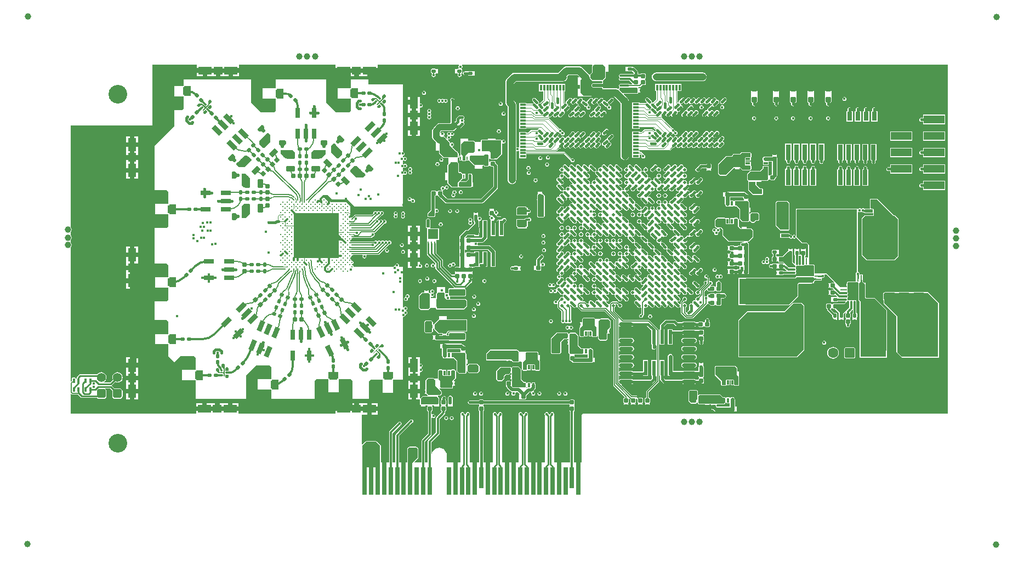
<source format=gtl>
G04 Layer_Physical_Order=1*
G04 Layer_Color=255*
%FSLAX44Y44*%
%MOMM*%
G71*
G01*
G75*
%ADD10C,0.3250*%
%ADD11C,0.2000*%
%ADD12C,0.1900*%
%ADD13C,0.1100*%
%ADD14C,0.1400*%
%ADD15C,0.1600*%
%ADD16C,0.1500*%
G04:AMPARAMS|DCode=17|XSize=0.5mm|YSize=0.6mm|CornerRadius=0.05mm|HoleSize=0mm|Usage=FLASHONLY|Rotation=90.000|XOffset=0mm|YOffset=0mm|HoleType=Round|Shape=RoundedRectangle|*
%AMROUNDEDRECTD17*
21,1,0.5000,0.5000,0,0,90.0*
21,1,0.4000,0.6000,0,0,90.0*
1,1,0.1000,0.2500,0.2000*
1,1,0.1000,0.2500,-0.2000*
1,1,0.1000,-0.2500,-0.2000*
1,1,0.1000,-0.2500,0.2000*
%
%ADD17ROUNDEDRECTD17*%
G04:AMPARAMS|DCode=18|XSize=0.5mm|YSize=0.6mm|CornerRadius=0.05mm|HoleSize=0mm|Usage=FLASHONLY|Rotation=135.000|XOffset=0mm|YOffset=0mm|HoleType=Round|Shape=RoundedRectangle|*
%AMROUNDEDRECTD18*
21,1,0.5000,0.5000,0,0,135.0*
21,1,0.4000,0.6000,0,0,135.0*
1,1,0.1000,0.0354,0.3182*
1,1,0.1000,0.3182,0.0354*
1,1,0.1000,-0.0354,-0.3182*
1,1,0.1000,-0.3182,-0.0354*
%
%ADD18ROUNDEDRECTD18*%
G04:AMPARAMS|DCode=19|XSize=0.35mm|YSize=0.15mm|CornerRadius=0mm|HoleSize=0mm|Usage=FLASHONLY|Rotation=135.000|XOffset=0mm|YOffset=0mm|HoleType=Round|Shape=Rectangle|*
%AMROTATEDRECTD19*
4,1,4,0.1768,-0.0707,0.0707,-0.1768,-0.1768,0.0707,-0.0707,0.1768,0.1768,-0.0707,0.0*
%
%ADD19ROTATEDRECTD19*%

G04:AMPARAMS|DCode=20|XSize=0.5mm|YSize=0.6mm|CornerRadius=0.05mm|HoleSize=0mm|Usage=FLASHONLY|Rotation=0.000|XOffset=0mm|YOffset=0mm|HoleType=Round|Shape=RoundedRectangle|*
%AMROUNDEDRECTD20*
21,1,0.5000,0.5000,0,0,0.0*
21,1,0.4000,0.6000,0,0,0.0*
1,1,0.1000,0.2000,-0.2500*
1,1,0.1000,-0.2000,-0.2500*
1,1,0.1000,-0.2000,0.2500*
1,1,0.1000,0.2000,0.2500*
%
%ADD20ROUNDEDRECTD20*%
%ADD21R,0.3500X0.1500*%
G04:AMPARAMS|DCode=22|XSize=0.5mm|YSize=0.6mm|CornerRadius=0.05mm|HoleSize=0mm|Usage=FLASHONLY|Rotation=45.000|XOffset=0mm|YOffset=0mm|HoleType=Round|Shape=RoundedRectangle|*
%AMROUNDEDRECTD22*
21,1,0.5000,0.5000,0,0,45.0*
21,1,0.4000,0.6000,0,0,45.0*
1,1,0.1000,0.3182,-0.0354*
1,1,0.1000,0.0354,-0.3182*
1,1,0.1000,-0.3182,0.0354*
1,1,0.1000,-0.0354,0.3182*
%
%ADD22ROUNDEDRECTD22*%
%ADD23R,1.5500X1.0000*%
%ADD24R,1.2000X1.6000*%
%ADD25R,1.2000X1.2000*%
%ADD26R,1.2000X2.1500*%
G04:AMPARAMS|DCode=27|XSize=1mm|YSize=0.9mm|CornerRadius=0.1125mm|HoleSize=0mm|Usage=FLASHONLY|Rotation=0.000|XOffset=0mm|YOffset=0mm|HoleType=Round|Shape=RoundedRectangle|*
%AMROUNDEDRECTD27*
21,1,1.0000,0.6750,0,0,0.0*
21,1,0.7750,0.9000,0,0,0.0*
1,1,0.2250,0.3875,-0.3375*
1,1,0.2250,-0.3875,-0.3375*
1,1,0.2250,-0.3875,0.3375*
1,1,0.2250,0.3875,0.3375*
%
%ADD27ROUNDEDRECTD27*%
G04:AMPARAMS|DCode=28|XSize=0.6mm|YSize=0.6mm|CornerRadius=0.06mm|HoleSize=0mm|Usage=FLASHONLY|Rotation=90.000|XOffset=0mm|YOffset=0mm|HoleType=Round|Shape=RoundedRectangle|*
%AMROUNDEDRECTD28*
21,1,0.6000,0.4800,0,0,90.0*
21,1,0.4800,0.6000,0,0,90.0*
1,1,0.1200,0.2400,0.2400*
1,1,0.1200,0.2400,-0.2400*
1,1,0.1200,-0.2400,-0.2400*
1,1,0.1200,-0.2400,0.2400*
%
%ADD28ROUNDEDRECTD28*%
G04:AMPARAMS|DCode=29|XSize=1.6mm|YSize=0.3mm|CornerRadius=0.0375mm|HoleSize=0mm|Usage=FLASHONLY|Rotation=0.000|XOffset=0mm|YOffset=0mm|HoleType=Round|Shape=RoundedRectangle|*
%AMROUNDEDRECTD29*
21,1,1.6000,0.2250,0,0,0.0*
21,1,1.5250,0.3000,0,0,0.0*
1,1,0.0750,0.7625,-0.1125*
1,1,0.0750,-0.7625,-0.1125*
1,1,0.0750,-0.7625,0.1125*
1,1,0.0750,0.7625,0.1125*
%
%ADD29ROUNDEDRECTD29*%
%ADD30O,1.6000X0.3000*%
G04:AMPARAMS|DCode=31|XSize=1.6mm|YSize=1.9mm|CornerRadius=0.2mm|HoleSize=0mm|Usage=FLASHONLY|Rotation=180.000|XOffset=0mm|YOffset=0mm|HoleType=Round|Shape=RoundedRectangle|*
%AMROUNDEDRECTD31*
21,1,1.6000,1.5000,0,0,180.0*
21,1,1.2000,1.9000,0,0,180.0*
1,1,0.4000,-0.6000,0.7500*
1,1,0.4000,0.6000,0.7500*
1,1,0.4000,0.6000,-0.7500*
1,1,0.4000,-0.6000,-0.7500*
%
%ADD31ROUNDEDRECTD31*%
%ADD32R,2.3500X1.6000*%
%ADD33R,0.3000X0.7000*%
%ADD34R,0.7000X0.3000*%
%ADD35R,1.6000X2.3500*%
G04:AMPARAMS|DCode=36|XSize=0.6mm|YSize=0.6mm|CornerRadius=0.06mm|HoleSize=0mm|Usage=FLASHONLY|Rotation=0.000|XOffset=0mm|YOffset=0mm|HoleType=Round|Shape=RoundedRectangle|*
%AMROUNDEDRECTD36*
21,1,0.6000,0.4800,0,0,0.0*
21,1,0.4800,0.6000,0,0,0.0*
1,1,0.1200,0.2400,-0.2400*
1,1,0.1200,-0.2400,-0.2400*
1,1,0.1200,-0.2400,0.2400*
1,1,0.1200,0.2400,0.2400*
%
%ADD36ROUNDEDRECTD36*%
%ADD37R,1.0000X1.5500*%
%ADD38R,1.6000X1.2000*%
%ADD39R,1.2000X1.2000*%
%ADD40R,2.1500X1.2000*%
G04:AMPARAMS|DCode=41|XSize=1.3mm|YSize=0.8mm|CornerRadius=0.1mm|HoleSize=0mm|Usage=FLASHONLY|Rotation=90.000|XOffset=0mm|YOffset=0mm|HoleType=Round|Shape=RoundedRectangle|*
%AMROUNDEDRECTD41*
21,1,1.3000,0.6000,0,0,90.0*
21,1,1.1000,0.8000,0,0,90.0*
1,1,0.2000,0.3000,0.5500*
1,1,0.2000,0.3000,-0.5500*
1,1,0.2000,-0.3000,-0.5500*
1,1,0.2000,-0.3000,0.5500*
%
%ADD41ROUNDEDRECTD41*%
%ADD42R,0.2500X0.6250*%
%ADD43R,1.6000X1.6000*%
G04:AMPARAMS|DCode=44|XSize=2.5mm|YSize=1.1mm|CornerRadius=0.1375mm|HoleSize=0mm|Usage=FLASHONLY|Rotation=180.000|XOffset=0mm|YOffset=0mm|HoleType=Round|Shape=RoundedRectangle|*
%AMROUNDEDRECTD44*
21,1,2.5000,0.8250,0,0,180.0*
21,1,2.2250,1.1000,0,0,180.0*
1,1,0.2750,-1.1125,0.4125*
1,1,0.2750,1.1125,0.4125*
1,1,0.2750,1.1125,-0.4125*
1,1,0.2750,-1.1125,-0.4125*
%
%ADD44ROUNDEDRECTD44*%
G04:AMPARAMS|DCode=45|XSize=10mm|YSize=10.5mm|CornerRadius=1.25mm|HoleSize=0mm|Usage=FLASHONLY|Rotation=180.000|XOffset=0mm|YOffset=0mm|HoleType=Round|Shape=RoundedRectangle|*
%AMROUNDEDRECTD45*
21,1,10.0000,8.0000,0,0,180.0*
21,1,7.5000,10.5000,0,0,180.0*
1,1,2.5000,-3.7500,4.0000*
1,1,2.5000,3.7500,4.0000*
1,1,2.5000,3.7500,-4.0000*
1,1,2.5000,-3.7500,-4.0000*
%
%ADD45ROUNDEDRECTD45*%
%ADD46R,0.9000X2.5500*%
%ADD47R,1.4000X2.5500*%
%ADD48R,1.0000X0.2500*%
%ADD49R,0.2500X1.0000*%
G04:AMPARAMS|DCode=50|XSize=1.8mm|YSize=1.15mm|CornerRadius=0.1437mm|HoleSize=0mm|Usage=FLASHONLY|Rotation=0.000|XOffset=0mm|YOffset=0mm|HoleType=Round|Shape=RoundedRectangle|*
%AMROUNDEDRECTD50*
21,1,1.8000,0.8625,0,0,0.0*
21,1,1.5125,1.1500,0,0,0.0*
1,1,0.2875,0.7562,-0.4313*
1,1,0.2875,-0.7562,-0.4313*
1,1,0.2875,-0.7562,0.4313*
1,1,0.2875,0.7562,0.4313*
%
%ADD50ROUNDEDRECTD50*%
G04:AMPARAMS|DCode=51|XSize=1.3mm|YSize=0.8mm|CornerRadius=0.1mm|HoleSize=0mm|Usage=FLASHONLY|Rotation=180.000|XOffset=0mm|YOffset=0mm|HoleType=Round|Shape=RoundedRectangle|*
%AMROUNDEDRECTD51*
21,1,1.3000,0.6000,0,0,180.0*
21,1,1.1000,0.8000,0,0,180.0*
1,1,0.2000,-0.5500,0.3000*
1,1,0.2000,0.5500,0.3000*
1,1,0.2000,0.5500,-0.3000*
1,1,0.2000,-0.5500,-0.3000*
%
%ADD51ROUNDEDRECTD51*%
G04:AMPARAMS|DCode=52|XSize=1.3mm|YSize=0.8mm|CornerRadius=0.1mm|HoleSize=0mm|Usage=FLASHONLY|Rotation=225.000|XOffset=0mm|YOffset=0mm|HoleType=Round|Shape=RoundedRectangle|*
%AMROUNDEDRECTD52*
21,1,1.3000,0.6000,0,0,225.0*
21,1,1.1000,0.8000,0,0,225.0*
1,1,0.2000,-0.6010,-0.1768*
1,1,0.2000,0.1768,0.6010*
1,1,0.2000,0.6010,0.1768*
1,1,0.2000,-0.1768,-0.6010*
%
%ADD52ROUNDEDRECTD52*%
G04:AMPARAMS|DCode=53|XSize=1.3mm|YSize=0.8mm|CornerRadius=0.1mm|HoleSize=0mm|Usage=FLASHONLY|Rotation=135.000|XOffset=0mm|YOffset=0mm|HoleType=Round|Shape=RoundedRectangle|*
%AMROUNDEDRECTD53*
21,1,1.3000,0.6000,0,0,135.0*
21,1,1.1000,0.8000,0,0,135.0*
1,1,0.2000,-0.1768,0.6010*
1,1,0.2000,0.6010,-0.1768*
1,1,0.2000,0.1768,-0.6010*
1,1,0.2000,-0.6010,0.1768*
%
%ADD53ROUNDEDRECTD53*%
G04:AMPARAMS|DCode=54|XSize=0.5mm|YSize=0.6mm|CornerRadius=0.05mm|HoleSize=0mm|Usage=FLASHONLY|Rotation=247.500|XOffset=0mm|YOffset=0mm|HoleType=Round|Shape=RoundedRectangle|*
%AMROUNDEDRECTD54*
21,1,0.5000,0.5000,0,0,247.5*
21,1,0.4000,0.6000,0,0,247.5*
1,1,0.1000,-0.3075,-0.0891*
1,1,0.1000,-0.1544,0.2804*
1,1,0.1000,0.3075,0.0891*
1,1,0.1000,0.1544,-0.2804*
%
%ADD54ROUNDEDRECTD54*%
%ADD55R,2.5500X0.9000*%
%ADD56R,2.5500X1.4000*%
%ADD57R,4.0000X5.0000*%
G04:AMPARAMS|DCode=58|XSize=0.5mm|YSize=0.6mm|CornerRadius=0.05mm|HoleSize=0mm|Usage=FLASHONLY|Rotation=157.500|XOffset=0mm|YOffset=0mm|HoleType=Round|Shape=RoundedRectangle|*
%AMROUNDEDRECTD58*
21,1,0.5000,0.5000,0,0,157.5*
21,1,0.4000,0.6000,0,0,157.5*
1,1,0.1000,-0.0891,0.3075*
1,1,0.1000,0.2804,0.1544*
1,1,0.1000,0.0891,-0.3075*
1,1,0.1000,-0.2804,-0.1544*
%
%ADD58ROUNDEDRECTD58*%
G04:AMPARAMS|DCode=59|XSize=0.6mm|YSize=0.6mm|CornerRadius=0.06mm|HoleSize=0mm|Usage=FLASHONLY|Rotation=45.000|XOffset=0mm|YOffset=0mm|HoleType=Round|Shape=RoundedRectangle|*
%AMROUNDEDRECTD59*
21,1,0.6000,0.4800,0,0,45.0*
21,1,0.4800,0.6000,0,0,45.0*
1,1,0.1200,0.3394,0.0000*
1,1,0.1200,0.0000,-0.3394*
1,1,0.1200,-0.3394,0.0000*
1,1,0.1200,0.0000,0.3394*
%
%ADD59ROUNDEDRECTD59*%
G04:AMPARAMS|DCode=60|XSize=0.5mm|YSize=0.6mm|CornerRadius=0.05mm|HoleSize=0mm|Usage=FLASHONLY|Rotation=205.000|XOffset=0mm|YOffset=0mm|HoleType=Round|Shape=RoundedRectangle|*
%AMROUNDEDRECTD60*
21,1,0.5000,0.5000,0,0,205.0*
21,1,0.4000,0.6000,0,0,205.0*
1,1,0.1000,-0.2869,0.1421*
1,1,0.1000,0.0756,0.3111*
1,1,0.1000,0.2869,-0.1421*
1,1,0.1000,-0.0756,-0.3111*
%
%ADD60ROUNDEDRECTD60*%
G04:AMPARAMS|DCode=61|XSize=0.5mm|YSize=0.6mm|CornerRadius=0.05mm|HoleSize=0mm|Usage=FLASHONLY|Rotation=295.000|XOffset=0mm|YOffset=0mm|HoleType=Round|Shape=RoundedRectangle|*
%AMROUNDEDRECTD61*
21,1,0.5000,0.5000,0,0,295.0*
21,1,0.4000,0.6000,0,0,295.0*
1,1,0.1000,-0.1421,-0.2869*
1,1,0.1000,-0.3111,0.0756*
1,1,0.1000,0.1421,0.2869*
1,1,0.1000,0.3111,-0.0756*
%
%ADD61ROUNDEDRECTD61*%
G04:AMPARAMS|DCode=62|XSize=0.6mm|YSize=0.6mm|CornerRadius=0.06mm|HoleSize=0mm|Usage=FLASHONLY|Rotation=135.000|XOffset=0mm|YOffset=0mm|HoleType=Round|Shape=RoundedRectangle|*
%AMROUNDEDRECTD62*
21,1,0.6000,0.4800,0,0,135.0*
21,1,0.4800,0.6000,0,0,135.0*
1,1,0.1200,0.0000,0.3394*
1,1,0.1200,0.3394,0.0000*
1,1,0.1200,0.0000,-0.3394*
1,1,0.1200,-0.3394,0.0000*
%
%ADD62ROUNDEDRECTD62*%
G04:AMPARAMS|DCode=63|XSize=0.76mm|YSize=1.65mm|CornerRadius=0mm|HoleSize=0mm|Usage=FLASHONLY|Rotation=45.000|XOffset=0mm|YOffset=0mm|HoleType=Round|Shape=Rectangle|*
%AMROTATEDRECTD63*
4,1,4,0.3147,-0.8521,-0.8521,0.3147,-0.3147,0.8521,0.8521,-0.3147,0.3147,-0.8521,0.0*
%
%ADD63ROTATEDRECTD63*%

%ADD64R,1.6500X0.7600*%
G04:AMPARAMS|DCode=65|XSize=0.76mm|YSize=1.65mm|CornerRadius=0mm|HoleSize=0mm|Usage=FLASHONLY|Rotation=135.000|XOffset=0mm|YOffset=0mm|HoleType=Round|Shape=Rectangle|*
%AMROTATEDRECTD65*
4,1,4,0.8521,0.3147,-0.3147,-0.8521,-0.8521,-0.3147,0.3147,0.8521,0.8521,0.3147,0.0*
%
%ADD65ROTATEDRECTD65*%

%ADD66R,0.7600X1.6500*%
G04:AMPARAMS|DCode=67|XSize=1.8mm|YSize=1.15mm|CornerRadius=0.1437mm|HoleSize=0mm|Usage=FLASHONLY|Rotation=270.000|XOffset=0mm|YOffset=0mm|HoleType=Round|Shape=RoundedRectangle|*
%AMROUNDEDRECTD67*
21,1,1.8000,0.8625,0,0,270.0*
21,1,1.5125,1.1500,0,0,270.0*
1,1,0.2875,-0.4313,-0.7562*
1,1,0.2875,-0.4313,0.7562*
1,1,0.2875,0.4313,0.7562*
1,1,0.2875,0.4313,-0.7562*
%
%ADD67ROUNDEDRECTD67*%
%ADD68O,2.2000X0.6000*%
%ADD69R,0.7000X4.2000*%
%ADD70R,0.7000X3.2000*%
%ADD71R,3.2004X1.2700*%
G04:AMPARAMS|DCode=72|XSize=0.7mm|YSize=0.4mm|CornerRadius=0.05mm|HoleSize=0mm|Usage=FLASHONLY|Rotation=270.000|XOffset=0mm|YOffset=0mm|HoleType=Round|Shape=RoundedRectangle|*
%AMROUNDEDRECTD72*
21,1,0.7000,0.3000,0,0,270.0*
21,1,0.6000,0.4000,0,0,270.0*
1,1,0.1000,-0.1500,-0.3000*
1,1,0.1000,-0.1500,0.3000*
1,1,0.1000,0.1500,0.3000*
1,1,0.1000,0.1500,-0.3000*
%
%ADD72ROUNDEDRECTD72*%
%ADD73R,0.7500X2.4000*%
%ADD74R,0.5500X2.2000*%
G04:AMPARAMS|DCode=75|XSize=1mm|YSize=0.9mm|CornerRadius=0.1125mm|HoleSize=0mm|Usage=FLASHONLY|Rotation=90.000|XOffset=0mm|YOffset=0mm|HoleType=Round|Shape=RoundedRectangle|*
%AMROUNDEDRECTD75*
21,1,1.0000,0.6750,0,0,90.0*
21,1,0.7750,0.9000,0,0,90.0*
1,1,0.2250,0.3375,0.3875*
1,1,0.2250,0.3375,-0.3875*
1,1,0.2250,-0.3375,-0.3875*
1,1,0.2250,-0.3375,0.3875*
%
%ADD75ROUNDEDRECTD75*%
%ADD76C,0.5000*%
%ADD77R,5.0000X4.0000*%
G04:AMPARAMS|DCode=78|XSize=0.8mm|YSize=0.8mm|CornerRadius=0.1mm|HoleSize=0mm|Usage=FLASHONLY|Rotation=90.000|XOffset=0mm|YOffset=0mm|HoleType=Round|Shape=RoundedRectangle|*
%AMROUNDEDRECTD78*
21,1,0.8000,0.6000,0,0,90.0*
21,1,0.6000,0.8000,0,0,90.0*
1,1,0.2000,0.3000,0.3000*
1,1,0.2000,0.3000,-0.3000*
1,1,0.2000,-0.3000,-0.3000*
1,1,0.2000,-0.3000,0.3000*
%
%ADD78ROUNDEDRECTD78*%
%ADD79R,0.8000X1.4000*%
%ADD80R,4.0500X4.3000*%
%ADD81R,1.2000X0.5000*%
%ADD82R,0.9500X0.4000*%
%ADD83R,0.4000X0.9500*%
%ADD84C,0.4500*%
%ADD85R,0.9500X0.3500*%
%ADD86R,0.3500X0.9500*%
%ADD87C,1.0000*%
%ADD88R,1.4000X1.3000*%
%ADD89R,2.0000X1.3000*%
%ADD90R,1.3000X1.4000*%
%ADD91R,1.3000X2.0000*%
G04:AMPARAMS|DCode=92|XSize=0.6mm|YSize=0.6mm|CornerRadius=0.06mm|HoleSize=0mm|Usage=FLASHONLY|Rotation=295.000|XOffset=0mm|YOffset=0mm|HoleType=Round|Shape=RoundedRectangle|*
%AMROUNDEDRECTD92*
21,1,0.6000,0.4800,0,0,295.0*
21,1,0.4800,0.6000,0,0,295.0*
1,1,0.1200,-0.1161,-0.3189*
1,1,0.1200,-0.3189,0.1161*
1,1,0.1200,0.1161,0.3189*
1,1,0.1200,0.3189,-0.1161*
%
%ADD92ROUNDEDRECTD92*%
%ADD93R,0.2500X0.6000*%
%ADD94R,1.5000X1.6000*%
G04:AMPARAMS|DCode=95|XSize=0.76mm|YSize=1.65mm|CornerRadius=0mm|HoleSize=0mm|Usage=FLASHONLY|Rotation=337.500|XOffset=0mm|YOffset=0mm|HoleType=Round|Shape=Rectangle|*
%AMROTATEDRECTD95*
4,1,4,-0.6668,-0.6168,-0.0354,0.9076,0.6668,0.6168,0.0354,-0.9076,-0.6668,-0.6168,0.0*
%
%ADD95ROTATEDRECTD95*%

G04:AMPARAMS|DCode=96|XSize=0.76mm|YSize=1.65mm|CornerRadius=0mm|HoleSize=0mm|Usage=FLASHONLY|Rotation=205.000|XOffset=0mm|YOffset=0mm|HoleType=Round|Shape=Rectangle|*
%AMROTATEDRECTD96*
4,1,4,-0.0043,0.9083,0.6931,-0.5871,0.0043,-0.9083,-0.6931,0.5871,-0.0043,0.9083,0.0*
%
%ADD96ROTATEDRECTD96*%

%ADD97R,0.2000X0.2000*%
%ADD98C,0.3100*%
%ADD99C,0.5000*%
%ADD100C,0.4000*%
%ADD101C,0.3500*%
%ADD102C,0.2500*%
%ADD103C,0.7000*%
%ADD104C,0.6000*%
%ADD105C,0.1000*%
%ADD106C,0.1300*%
%ADD107C,0.3000*%
%ADD108C,0.4500*%
%ADD109C,1.1000*%
%ADD110C,1.0000*%
%ADD111R,7.0000X7.0000*%
%ADD112C,0.6604*%
%ADD113C,2.8800*%
%ADD114C,3.1000*%
%ADD115C,5.0000*%
G04:AMPARAMS|DCode=116|XSize=1.524mm|YSize=1.524mm|CornerRadius=0.1905mm|HoleSize=0mm|Usage=FLASHONLY|Rotation=270.000|XOffset=0mm|YOffset=0mm|HoleType=Round|Shape=RoundedRectangle|*
%AMROUNDEDRECTD116*
21,1,1.5240,1.1430,0,0,270.0*
21,1,1.1430,1.5240,0,0,270.0*
1,1,0.3810,-0.5715,-0.5715*
1,1,0.3810,-0.5715,0.5715*
1,1,0.3810,0.5715,0.5715*
1,1,0.3810,0.5715,-0.5715*
%
%ADD116ROUNDEDRECTD116*%
%ADD117C,1.6000*%
%ADD118C,1.4000*%
G04:AMPARAMS|DCode=119|XSize=1.4mm|YSize=1.4mm|CornerRadius=0.35mm|HoleSize=0mm|Usage=FLASHONLY|Rotation=90.000|XOffset=0mm|YOffset=0mm|HoleType=Round|Shape=RoundedRectangle|*
%AMROUNDEDRECTD119*
21,1,1.4000,0.7000,0,0,90.0*
21,1,0.7000,1.4000,0,0,90.0*
1,1,0.7000,0.3500,0.3500*
1,1,0.7000,0.3500,-0.3500*
1,1,0.7000,-0.3500,-0.3500*
1,1,0.7000,-0.3500,0.3500*
%
%ADD119ROUNDEDRECTD119*%
%ADD120O,5.0000X2.0000*%
%ADD121O,2.2000X5.0000*%
%ADD122O,2.0000X5.0000*%
%ADD123C,0.4000*%
G36*
X570500Y162750D02*
Y156500D01*
X567500Y153500D01*
X543000Y153500D01*
Y161750D01*
X546250Y165000D01*
X568250D01*
X570500Y162750D01*
D02*
G37*
G36*
X808250Y652750D02*
X820750D01*
Y649750D01*
X808500D01*
X806500Y647750D01*
Y644750D01*
X808500Y642750D01*
X819000D01*
X821875Y639875D01*
X812250Y630250D01*
X794250Y630250D01*
X789750Y634750D01*
Y654500D01*
X793750Y658500D01*
X802500D01*
X808250Y652750D01*
D02*
G37*
G36*
X877750Y642000D02*
Y635000D01*
X877000Y634250D01*
X854750D01*
X849750Y639250D01*
Y641500D01*
X851000Y642750D01*
X877000D01*
X877750Y642000D01*
D02*
G37*
G36*
X480000Y89500D02*
Y55500D01*
X453000D01*
Y89500D01*
X458750Y95250D01*
X474250D01*
X480000Y89500D01*
D02*
G37*
G36*
X596000Y204750D02*
Y193500D01*
X591750Y189250D01*
X591750Y179750D01*
X590500Y178500D01*
X574250Y178500D01*
X573063Y179687D01*
X573063Y189437D01*
X570250Y192250D01*
X570250Y205250D01*
X571000Y206000D01*
X575750D01*
X576750Y205000D01*
X576750Y198000D01*
X577750Y197000D01*
X588750D01*
X589750Y198000D01*
Y205000D01*
X590750Y206000D01*
X594750D01*
X596000Y204750D01*
D02*
G37*
G36*
X772946Y152947D02*
X773000Y152911D01*
Y150089D01*
X772946Y150054D01*
X772593Y149524D01*
X772469Y148900D01*
Y144100D01*
X772593Y143476D01*
X772946Y142947D01*
X773476Y142593D01*
X773823Y142524D01*
Y63250D01*
X748750D01*
Y137079D01*
X748750D01*
X748773Y138070D01*
X748809Y138250D01*
X748576Y139420D01*
X747913Y140413D01*
X746921Y141076D01*
X745750Y141309D01*
X744579Y141076D01*
X743587Y140413D01*
X742924Y139420D01*
X742737Y138482D01*
X742191Y137936D01*
X742137Y137898D01*
X740863Y137898D01*
X740808Y137936D01*
X740263Y138482D01*
X740076Y139420D01*
X739413Y140413D01*
X738421Y141076D01*
X737250Y141309D01*
X736079Y141076D01*
X735087Y140413D01*
X734424Y139420D01*
X734191Y138250D01*
X734227Y138070D01*
X734250Y137079D01*
X734250Y137079D01*
X734250Y137079D01*
Y63250D01*
X708750D01*
Y137079D01*
X708750D01*
X708773Y138070D01*
X708809Y138250D01*
X708576Y139420D01*
X707913Y140413D01*
X706920Y141076D01*
X705750Y141309D01*
X704579Y141076D01*
X703587Y140413D01*
X702924Y139420D01*
X702737Y138482D01*
X702191Y137936D01*
X702137Y137898D01*
X700863Y137898D01*
X700808Y137936D01*
X700263Y138482D01*
X700076Y139420D01*
X699413Y140413D01*
X698421Y141076D01*
X697250Y141309D01*
X696079Y141076D01*
X695087Y140413D01*
X694424Y139420D01*
X694191Y138250D01*
X694227Y138070D01*
X694250Y137079D01*
X694250Y137079D01*
X694250Y137079D01*
Y63250D01*
X668750D01*
Y137079D01*
X668750D01*
X668773Y138070D01*
X668809Y138250D01*
X668576Y139420D01*
X667913Y140413D01*
X666920Y141076D01*
X665750Y141309D01*
X664579Y141076D01*
X663587Y140413D01*
X662924Y139420D01*
X662737Y138482D01*
X662191Y137936D01*
X662137Y137898D01*
X660863Y137898D01*
X660808Y137936D01*
X660263Y138482D01*
X660076Y139420D01*
X659413Y140413D01*
X658421Y141076D01*
X657250Y141309D01*
X656079Y141076D01*
X655087Y140413D01*
X654424Y139420D01*
X654191Y138250D01*
X654227Y138070D01*
X654250Y137079D01*
X654250Y137079D01*
X654250Y137079D01*
Y63250D01*
X639559D01*
Y142616D01*
X640054Y142947D01*
X640407Y143476D01*
X640531Y144100D01*
Y148900D01*
X640407Y149524D01*
X640054Y150054D01*
X640000Y150089D01*
Y152911D01*
X640054Y152947D01*
X640384Y153441D01*
X772616D01*
X772946Y152947D01*
D02*
G37*
G36*
X538250Y84500D02*
Y71000D01*
X530000Y62750D01*
X529000D01*
X523250Y68500D01*
X523000D01*
Y84500D01*
X525250Y86750D01*
X536000D01*
X538250Y84500D01*
D02*
G37*
G36*
X827750Y675000D02*
Y658750D01*
X823750Y654750D01*
X808500D01*
X805250Y658000D01*
Y662500D01*
X808250Y665500D01*
Y675750D01*
X810500Y678000D01*
X824750D01*
X827750Y675000D01*
D02*
G37*
G36*
X562250Y193000D02*
X565000Y190250D01*
X565000Y182250D01*
X574250Y173000D01*
Y169500D01*
X572250Y167500D01*
X555000D01*
X551500Y171000D01*
Y190250D01*
X554250Y193000D01*
X562250Y193000D01*
D02*
G37*
G36*
X1356668Y138582D02*
X792750D01*
X791985Y138265D01*
X791668Y137500D01*
Y129015D01*
X791558Y128942D01*
X791116Y128280D01*
X790961Y127500D01*
Y63250D01*
X779176D01*
Y142524D01*
X779524Y142593D01*
X780053Y142947D01*
X780407Y143476D01*
X780531Y144100D01*
Y148900D01*
X780407Y149524D01*
X780053Y150054D01*
X780000Y150089D01*
Y152911D01*
X780053Y152947D01*
X780407Y153476D01*
X780531Y154100D01*
Y158900D01*
X780407Y159524D01*
X780053Y160054D01*
X779524Y160407D01*
X778900Y160531D01*
X774100D01*
X773476Y160407D01*
X772946Y160054D01*
X772616Y159559D01*
X640384D01*
X640054Y160054D01*
X639524Y160407D01*
X638900Y160531D01*
X634100D01*
X633476Y160407D01*
X632947Y160054D01*
X632616Y159559D01*
X618750D01*
X618750Y159559D01*
X617579Y159326D01*
X616587Y158663D01*
X615924Y157671D01*
X615691Y156500D01*
X615924Y155330D01*
X616587Y154337D01*
X617579Y153674D01*
X618750Y153441D01*
X632616D01*
X632947Y152947D01*
X633000Y152911D01*
Y150089D01*
X632947Y150054D01*
X632593Y149524D01*
X632469Y148900D01*
Y144100D01*
X632593Y143476D01*
X632947Y142947D01*
X633441Y142616D01*
Y63250D01*
X618750D01*
Y137079D01*
X618750D01*
X618773Y138070D01*
X618809Y138250D01*
X618576Y139420D01*
X617913Y140413D01*
X616921Y141076D01*
X615750Y141309D01*
X614580Y141076D01*
X613587Y140413D01*
X612924Y139420D01*
X612737Y138482D01*
X612192Y137936D01*
X612137Y137898D01*
X610863Y137898D01*
X610808Y137936D01*
X610263Y138482D01*
X610076Y139420D01*
X609413Y140413D01*
X608421Y141076D01*
X607250Y141309D01*
X606079Y141076D01*
X605087Y140413D01*
X604424Y139420D01*
X604191Y138250D01*
X604227Y138070D01*
X604250Y137079D01*
X604250Y137079D01*
X604250Y137079D01*
Y63250D01*
X583039D01*
Y75123D01*
X583013Y75255D01*
X583022Y75389D01*
X582777Y77246D01*
X582691Y77499D01*
X582639Y77760D01*
X581682Y80071D01*
X581534Y80293D01*
X581416Y80532D01*
X579893Y82517D01*
X579693Y82693D01*
X579517Y82893D01*
X577532Y84416D01*
X577293Y84534D01*
X577071Y84682D01*
X574760Y85639D01*
X574499Y85691D01*
X574246Y85777D01*
X571766Y86104D01*
X571500Y86086D01*
X571234Y86104D01*
X568754Y85777D01*
X568501Y85691D01*
X568240Y85639D01*
X565929Y84682D01*
X565707Y84534D01*
X565468Y84416D01*
X563483Y82893D01*
X563307Y82693D01*
X563107Y82517D01*
X561584Y80532D01*
X561466Y80293D01*
X561318Y80071D01*
X560361Y77760D01*
X560308Y77499D01*
X560223Y77246D01*
X560176Y76892D01*
X559176Y76957D01*
Y94891D01*
X571142Y106857D01*
X571143Y106857D01*
X571723Y107726D01*
X571926Y108750D01*
X571926Y108750D01*
Y130391D01*
X579892Y138357D01*
X579893Y138357D01*
X580473Y139226D01*
X580676Y140250D01*
X580676Y140250D01*
Y142524D01*
X581024Y142593D01*
X581553Y142947D01*
X581907Y143476D01*
X582031Y144100D01*
Y148900D01*
X581907Y149524D01*
X581553Y150054D01*
X581500Y150089D01*
Y152911D01*
X581553Y152946D01*
X581907Y153476D01*
X582031Y154100D01*
Y158900D01*
X581907Y159524D01*
X581553Y160054D01*
X581429Y160136D01*
X581409Y160208D01*
X581292Y161280D01*
X581826Y162079D01*
X582059Y163250D01*
X581826Y164421D01*
X581163Y165413D01*
X580171Y166076D01*
X579000Y166309D01*
X577830Y166076D01*
X576837Y165413D01*
X575837Y164413D01*
X575174Y163420D01*
X574941Y162250D01*
X574941Y162250D01*
Y160384D01*
X574446Y160054D01*
X574093Y159524D01*
X573969Y158900D01*
Y154100D01*
X574093Y153476D01*
X574446Y152946D01*
X574500Y152911D01*
Y150089D01*
X574446Y150054D01*
X574093Y149524D01*
X573969Y148900D01*
Y144100D01*
X574093Y143476D01*
X574446Y142947D01*
X574976Y142593D01*
X575323Y142524D01*
Y141358D01*
X567357Y133392D01*
X566777Y132524D01*
X566573Y131500D01*
X566574Y131500D01*
Y109859D01*
X554607Y97892D01*
X554027Y97024D01*
X553823Y96000D01*
X553823Y96000D01*
Y63250D01*
X549176D01*
Y95391D01*
X558893Y105107D01*
X559473Y105976D01*
X559677Y107000D01*
X559676Y107000D01*
Y132413D01*
X560676Y132860D01*
X561329Y132424D01*
X562500Y132191D01*
X563671Y132424D01*
X564663Y133087D01*
X565326Y134079D01*
X565559Y135250D01*
X565326Y136420D01*
X564663Y137413D01*
X563671Y138076D01*
X562500Y138309D01*
X561329Y138076D01*
X560676Y137640D01*
X559676Y138087D01*
Y142524D01*
X560024Y142593D01*
X560554Y142947D01*
X560907Y143476D01*
X561031Y144100D01*
Y148900D01*
X560907Y149524D01*
X560554Y150054D01*
X560500Y150089D01*
Y151912D01*
X564000D01*
Y149500D01*
X571000D01*
Y153500D01*
X571000D01*
X570948Y153577D01*
X571124Y154000D01*
Y154572D01*
X571239Y154744D01*
X571588Y156500D01*
X571582Y156529D01*
Y162750D01*
X571265Y163515D01*
X571265Y163515D01*
X569363Y165418D01*
X569777Y166418D01*
X572250D01*
X573015Y166735D01*
X575015Y168735D01*
X575332Y169500D01*
Y173000D01*
X575332Y173000D01*
X575015Y173765D01*
X571705Y177076D01*
X572087Y178000D01*
X573219D01*
X573484Y177735D01*
X574250Y177418D01*
X590500Y177418D01*
X591266Y177735D01*
X592515Y178985D01*
X592832Y179750D01*
X592832Y181043D01*
X593540Y181750D01*
X595750D01*
X595750Y188750D01*
X594195D01*
X593781Y189750D01*
X596765Y192735D01*
X597082Y193500D01*
Y204750D01*
X597082Y204750D01*
X596765Y205515D01*
X595515Y206765D01*
X595515Y206765D01*
X594750Y207082D01*
X590750D01*
X590750Y207083D01*
X589985Y206765D01*
Y206765D01*
X589668Y206448D01*
X588750Y206250D01*
X588750Y206250D01*
X588750Y206250D01*
X583750D01*
Y198082D01*
X582250D01*
Y206250D01*
X578166D01*
X577500Y206250D01*
X576644Y206665D01*
X576515Y206765D01*
X575751Y207082D01*
X575750Y207082D01*
X575684Y207082D01*
X571000D01*
X570235Y206765D01*
X570235Y206765D01*
X569485Y206015D01*
X569168Y205250D01*
X569168Y193000D01*
X563781D01*
X563015Y193765D01*
X563015Y193765D01*
X562250Y194082D01*
X554250Y194082D01*
X554250Y194082D01*
X553485Y193765D01*
X550735Y191015D01*
X550418Y190250D01*
Y176707D01*
X549711Y176000D01*
X549500D01*
X549500Y169000D01*
X551969Y169000D01*
X553887Y167082D01*
X553473Y166082D01*
X546250D01*
X545485Y165765D01*
X542540Y162821D01*
X541540Y163235D01*
Y170000D01*
X536000D01*
Y160960D01*
X540918D01*
X541540Y160960D01*
X541917Y160116D01*
Y156529D01*
X541912Y156500D01*
X541917Y156471D01*
Y153500D01*
X542235Y152735D01*
X543000Y152418D01*
Y149500D01*
X550000D01*
Y151912D01*
X553500D01*
Y150089D01*
X553447Y150054D01*
X553093Y149524D01*
X552969Y148900D01*
Y144100D01*
X553093Y143476D01*
X553447Y142947D01*
X553976Y142593D01*
X554324Y142524D01*
Y108109D01*
X544607Y98392D01*
X544027Y97524D01*
X543823Y96500D01*
X543823Y96500D01*
Y63250D01*
X533337D01*
X532955Y64174D01*
X539015Y70235D01*
X539332Y71000D01*
Y84500D01*
X539015Y85265D01*
X539015Y85265D01*
X536765Y87515D01*
X536000Y87832D01*
X525250D01*
X524485Y87515D01*
X524485Y87515D01*
X522235Y85265D01*
X521918Y84500D01*
Y83031D01*
X521912Y83000D01*
Y63250D01*
X509176D01*
Y104141D01*
X529157Y124122D01*
X529421Y124174D01*
X530413Y124837D01*
X531076Y125829D01*
X531309Y127000D01*
X531076Y128170D01*
X530413Y129163D01*
X529421Y129826D01*
X528250Y130059D01*
X527080Y129826D01*
X526087Y129163D01*
X525424Y128170D01*
X525372Y127907D01*
X504607Y107142D01*
X504027Y106274D01*
X503823Y105250D01*
X503823Y105250D01*
Y63250D01*
X499176D01*
Y108641D01*
X511157Y120622D01*
X511421Y120674D01*
X512413Y121337D01*
X513076Y122329D01*
X513309Y123500D01*
X513076Y124670D01*
X512413Y125663D01*
X511421Y126326D01*
X510250Y126559D01*
X509080Y126326D01*
X508087Y125663D01*
X507424Y124670D01*
X507372Y124407D01*
X494607Y111642D01*
X494027Y110774D01*
X493823Y109750D01*
X493823Y109749D01*
Y63250D01*
X481082D01*
Y89500D01*
X481082Y89500D01*
X480765Y90265D01*
X475015Y96015D01*
X474250Y96332D01*
X458750D01*
X458750Y96332D01*
X457985Y96015D01*
X453039Y91070D01*
X452039Y91484D01*
Y109250D01*
X452039Y109250D01*
Y110147D01*
X452019Y110246D01*
X452029Y110346D01*
X451765Y113027D01*
X451707Y113220D01*
X451687Y113420D01*
X451586Y113753D01*
Y137210D01*
X460250D01*
Y146250D01*
Y155290D01*
X447250D01*
Y146250D01*
X440250D01*
Y155290D01*
X437250D01*
Y147000D01*
X427249D01*
Y146250D01*
X423750D01*
Y142750D01*
X411209D01*
Y139086D01*
X261290D01*
Y142750D01*
X248750D01*
Y146250D01*
X245250D01*
Y155290D01*
X232250D01*
Y146250D01*
X225250D01*
Y155290D01*
X212250D01*
Y146250D01*
X208750D01*
Y142750D01*
X196210D01*
Y139086D01*
X2039D01*
Y169131D01*
X2963Y169514D01*
X3488Y168988D01*
X4067Y168601D01*
X4750Y168466D01*
X13250D01*
X13283Y168472D01*
X17628Y164128D01*
X17628Y164128D01*
X18372Y163631D01*
X19250Y163456D01*
X42455D01*
X42756Y163006D01*
X44244Y162011D01*
X46000Y161662D01*
X53000D01*
X54756Y162011D01*
X56244Y163006D01*
X57239Y164494D01*
X57588Y166250D01*
Y173250D01*
X57239Y175006D01*
X56244Y176494D01*
X55553Y176956D01*
X55857Y177956D01*
X63050D01*
X66635Y174371D01*
X66412Y173250D01*
Y166250D01*
X66761Y164494D01*
X67756Y163006D01*
X69244Y162011D01*
X71000Y161662D01*
X78000D01*
X79756Y162011D01*
X81244Y163006D01*
X82239Y164494D01*
X82588Y166250D01*
Y173250D01*
X82239Y175006D01*
X81244Y176494D01*
X79756Y177489D01*
X78000Y177838D01*
X71000D01*
X69879Y177615D01*
X65736Y181759D01*
X65735Y181761D01*
X65714Y182333D01*
X65833Y182934D01*
X66122Y183128D01*
X70671Y187677D01*
X72412Y186956D01*
X74500Y186681D01*
X76588Y186956D01*
X78534Y187762D01*
X80206Y189044D01*
X81488Y190716D01*
X82294Y192662D01*
X82569Y194750D01*
X82294Y196838D01*
X81488Y198785D01*
X80206Y200456D01*
X78534Y201738D01*
X76588Y202544D01*
X74500Y202819D01*
X72412Y202544D01*
X70465Y201738D01*
X68794Y200456D01*
X67512Y198785D01*
X66706Y196838D01*
X66431Y194750D01*
X66706Y192662D01*
X67427Y190921D01*
X63550Y187044D01*
X54241D01*
X53902Y188044D01*
X55206Y189044D01*
X56488Y190716D01*
X57294Y192662D01*
X57569Y194750D01*
X57294Y196838D01*
X56488Y198785D01*
X55206Y200456D01*
X53534Y201738D01*
X51588Y202544D01*
X49500Y202819D01*
X47412Y202544D01*
X45465Y201738D01*
X43794Y200456D01*
X43287Y199794D01*
X17000D01*
X16122Y199619D01*
X15378Y199122D01*
X12378Y196122D01*
X11881Y195378D01*
X11706Y194500D01*
Y194295D01*
X11352Y194148D01*
X11041Y193398D01*
X9959D01*
X9648Y194148D01*
X8500Y194624D01*
X5500D01*
X4352Y194148D01*
X3876Y193000D01*
Y189400D01*
X2963Y188486D01*
X2039Y188869D01*
Y394900D01*
X2076Y394924D01*
X3402Y396909D01*
X3868Y399250D01*
X3402Y401591D01*
X2076Y403576D01*
X2039Y403600D01*
Y406650D01*
X2076Y406674D01*
X3402Y408659D01*
X3868Y411000D01*
X3402Y413341D01*
X2076Y415326D01*
X2039Y415350D01*
Y418650D01*
X2076Y418674D01*
X3402Y420659D01*
X3868Y423000D01*
X3402Y425341D01*
X2076Y427326D01*
X2039Y427350D01*
Y583918D01*
X127000D01*
X127765Y584235D01*
X128082Y585000D01*
Y677918D01*
X197209D01*
Y672750D01*
X209750D01*
Y669250D01*
X213249D01*
Y660210D01*
X226250D01*
Y669250D01*
X233249D01*
Y660210D01*
X246250D01*
Y669250D01*
X249750D01*
Y672750D01*
X262290D01*
Y677918D01*
X411209D01*
Y672750D01*
X423750D01*
Y669250D01*
X427249D01*
Y666000D01*
X435000Y666000D01*
Y660210D01*
X440249D01*
Y669250D01*
X447249D01*
Y660210D01*
X460249D01*
Y669250D01*
X463750D01*
Y672750D01*
X476289D01*
Y677918D01*
X601456D01*
X601705Y677547D01*
X601898Y676918D01*
X601350Y676096D01*
X601117Y674926D01*
X601350Y673755D01*
X601939Y672874D01*
X601812Y672382D01*
X601544Y671874D01*
X600250D01*
X599827Y671699D01*
X599750Y671750D01*
Y671750D01*
X595750D01*
X595750Y664750D01*
X599750Y664750D01*
X600204Y663898D01*
X600236Y663814D01*
X600233Y663633D01*
X599924Y663171D01*
X599691Y662000D01*
X599924Y660829D01*
X600587Y659837D01*
X601579Y659174D01*
X602750Y658941D01*
X603921Y659174D01*
X604913Y659837D01*
X605576Y660829D01*
X605809Y662000D01*
X605576Y663171D01*
X605267Y663633D01*
X605264Y663814D01*
X605640Y664788D01*
X606398Y665102D01*
X606873Y666250D01*
Y670250D01*
X606398Y671398D01*
X606212Y671475D01*
X606100Y672604D01*
X606339Y672763D01*
X607002Y673755D01*
X607234Y674926D01*
X607002Y676096D01*
X606453Y676918D01*
X606646Y677547D01*
X606896Y677918D01*
X807580D01*
X807963Y676994D01*
X807485Y676515D01*
X807168Y675750D01*
Y665948D01*
X804485Y663265D01*
X804264Y662733D01*
X803531Y662508D01*
X803173Y662512D01*
X802886Y662886D01*
X792136Y673636D01*
X790778Y674678D01*
X789197Y675333D01*
X787500Y675556D01*
X768000D01*
X766303Y675333D01*
X764722Y674678D01*
X763364Y673636D01*
X755034Y665306D01*
X687500D01*
X685803Y665083D01*
X684222Y664428D01*
X682864Y663386D01*
X675614Y656136D01*
X674572Y654778D01*
X673917Y653197D01*
X673694Y651500D01*
Y643500D01*
Y635500D01*
Y627500D01*
Y619750D01*
X673917Y618053D01*
X674572Y616472D01*
X675614Y615114D01*
X677194Y613535D01*
Y500000D01*
X677417Y498303D01*
X678072Y496722D01*
X679114Y495364D01*
X680472Y494322D01*
X682053Y493667D01*
X683750Y493444D01*
X685447Y493667D01*
X687028Y494322D01*
X688386Y495364D01*
X689428Y496722D01*
X690083Y498303D01*
X690306Y500000D01*
Y544405D01*
X691306Y544940D01*
X691329Y544924D01*
X692500Y544691D01*
X693671Y544924D01*
X693750Y544977D01*
X694750Y544443D01*
Y533750D01*
X706250D01*
Y539876D01*
X764078D01*
X774774Y529180D01*
X775337Y528337D01*
X776329Y527674D01*
X777500Y527441D01*
X778671Y527674D01*
X779663Y528337D01*
X780326Y529329D01*
X780559Y530500D01*
X780326Y531670D01*
X779663Y532663D01*
X778671Y533326D01*
X777500Y533559D01*
X776329Y533326D01*
X775665Y532882D01*
X765898Y542648D01*
X764750Y543124D01*
X706250D01*
Y544376D01*
X752000D01*
X753148Y544852D01*
X757364Y549068D01*
X758000Y548941D01*
X759171Y549174D01*
X760163Y549837D01*
X761989Y551663D01*
X763074Y551334D01*
X763174Y550830D01*
X763837Y549837D01*
X764829Y549174D01*
X766000Y548941D01*
X767171Y549174D01*
X768163Y549837D01*
X769989Y551663D01*
X771074Y551334D01*
X771174Y550830D01*
X771837Y549837D01*
X772830Y549174D01*
X774000Y548941D01*
X775171Y549174D01*
X776163Y549837D01*
X777989Y551663D01*
X779074Y551334D01*
X779174Y550830D01*
X779837Y549837D01*
X780829Y549174D01*
X782000Y548941D01*
X783170Y549174D01*
X784163Y549837D01*
X785989Y551663D01*
X787074Y551334D01*
X787174Y550830D01*
X787837Y549837D01*
X788829Y549174D01*
X790000Y548941D01*
X791171Y549174D01*
X792163Y549837D01*
X793989Y551663D01*
X795074Y551334D01*
X795174Y550830D01*
X795837Y549837D01*
X796830Y549174D01*
X798000Y548941D01*
X799171Y549174D01*
X800163Y549837D01*
X801989Y551663D01*
X803074Y551334D01*
X803174Y550830D01*
X803837Y549837D01*
X804829Y549174D01*
X806000Y548941D01*
X807170Y549174D01*
X808163Y549837D01*
X809989Y551663D01*
X811074Y551334D01*
X811174Y550830D01*
X811837Y549837D01*
X812830Y549174D01*
X814000Y548941D01*
X815171Y549174D01*
X816163Y549837D01*
X819263Y552938D01*
X819268Y552939D01*
X820343Y553657D01*
X821061Y554732D01*
X821314Y556000D01*
X821061Y557268D01*
X820343Y558343D01*
X819268Y559061D01*
X818879Y559139D01*
X818550Y560224D01*
X819263Y560938D01*
X819268Y560939D01*
X820343Y561657D01*
X821061Y562732D01*
X821314Y564000D01*
X821061Y565268D01*
X820343Y566343D01*
X819268Y567061D01*
X818879Y567139D01*
X818550Y568224D01*
X819263Y568938D01*
X819268Y568939D01*
X820343Y569657D01*
X821061Y570732D01*
X821314Y572000D01*
X821061Y573268D01*
X820343Y574343D01*
X819268Y575061D01*
X818000Y575314D01*
X816732Y575061D01*
X815657Y574343D01*
X814939Y573268D01*
X814938Y573263D01*
X814224Y572550D01*
X813139Y572879D01*
X813061Y573268D01*
X812343Y574343D01*
X811268Y575061D01*
X810000Y575314D01*
X808732Y575061D01*
X807657Y574343D01*
X806939Y573268D01*
X806938Y573263D01*
X803837Y570163D01*
X803174Y569170D01*
X802941Y568000D01*
X802947Y567973D01*
X802239Y567266D01*
X802000Y567314D01*
X800732Y567061D01*
X799657Y566343D01*
X798939Y565268D01*
X798938Y565263D01*
X795837Y562163D01*
X795174Y561171D01*
X794941Y560000D01*
X794947Y559973D01*
X794239Y559266D01*
X794000Y559314D01*
X792732Y559061D01*
X791657Y558343D01*
X790939Y557268D01*
X790938Y557263D01*
X790224Y556550D01*
X789139Y556879D01*
X789061Y557268D01*
X788343Y558343D01*
X787268Y559061D01*
X786879Y559139D01*
X786550Y560224D01*
X787263Y560938D01*
X787268Y560939D01*
X788343Y561657D01*
X789061Y562732D01*
X789314Y564000D01*
X789266Y564239D01*
X789973Y564947D01*
X790000Y564941D01*
X791171Y565174D01*
X792163Y565837D01*
X795263Y568938D01*
X795268Y568939D01*
X796343Y569657D01*
X797061Y570732D01*
X797314Y572000D01*
X797061Y573268D01*
X796343Y574343D01*
X795268Y575061D01*
X794000Y575314D01*
X792732Y575061D01*
X791657Y574343D01*
X790939Y573268D01*
X790938Y573263D01*
X790224Y572550D01*
X789139Y572879D01*
X789061Y573268D01*
X788343Y574343D01*
X787268Y575061D01*
X786000Y575314D01*
X784732Y575061D01*
X783657Y574343D01*
X782939Y573268D01*
X782938Y573263D01*
X782224Y572550D01*
X781139Y572879D01*
X781061Y573268D01*
X780343Y574343D01*
X779268Y575061D01*
X778000Y575314D01*
X776732Y575061D01*
X775657Y574343D01*
X774939Y573268D01*
X774938Y573263D01*
X771837Y570163D01*
X771174Y569170D01*
X770941Y568000D01*
X770947Y567973D01*
X770239Y567266D01*
X770000Y567314D01*
X768732Y567061D01*
X767657Y566343D01*
X766939Y565268D01*
X766938Y565263D01*
X766224Y564550D01*
X765139Y564879D01*
X765061Y565268D01*
X764343Y566343D01*
X763268Y567061D01*
X762000Y567314D01*
X760732Y567061D01*
X759657Y566343D01*
X758939Y565268D01*
X758938Y565263D01*
X758224Y564550D01*
X757139Y564879D01*
X757061Y565268D01*
X756343Y566343D01*
X755268Y567061D01*
X754879Y567139D01*
X754550Y568224D01*
X755263Y568938D01*
X755268Y568939D01*
X756343Y569657D01*
X757061Y570732D01*
X757314Y572000D01*
X758023Y572169D01*
X758686Y572000D01*
X758939Y570732D01*
X759657Y569657D01*
X760732Y568939D01*
X762000Y568686D01*
X763268Y568939D01*
X764343Y569657D01*
X765061Y570732D01*
X765314Y572000D01*
X765061Y573268D01*
X764343Y574343D01*
X763268Y575061D01*
X762000Y575314D01*
X761939Y575302D01*
X761160Y575920D01*
X761031Y576141D01*
X760826Y577170D01*
X760163Y578163D01*
X759171Y578826D01*
X758000Y579059D01*
X757364Y578932D01*
X741148Y595148D01*
X740943Y595233D01*
X740713Y596392D01*
X741385Y597064D01*
X742000Y596941D01*
X743170Y597174D01*
X744163Y597837D01*
X745989Y599663D01*
X747074Y599334D01*
X747174Y598829D01*
X747837Y597837D01*
X748829Y597174D01*
X750000Y596941D01*
X751171Y597174D01*
X752163Y597837D01*
X753989Y599663D01*
X755074Y599334D01*
X755174Y598829D01*
X755837Y597837D01*
X756830Y597174D01*
X758000Y596941D01*
X759171Y597174D01*
X760163Y597837D01*
X763263Y600938D01*
X763268Y600939D01*
X764343Y601657D01*
X765061Y602732D01*
X765314Y604000D01*
X765266Y604239D01*
X765973Y604947D01*
X766000Y604941D01*
X767171Y605174D01*
X768163Y605837D01*
X771263Y608938D01*
X771268Y608939D01*
X772343Y609657D01*
X773061Y610732D01*
X773314Y612000D01*
X773061Y613268D01*
X772343Y614343D01*
X771268Y615061D01*
X770000Y615314D01*
X769745Y616000D01*
X770000Y616686D01*
X771268Y616939D01*
X772343Y617657D01*
X773061Y618732D01*
X773062Y618737D01*
X773776Y619450D01*
X774861Y619121D01*
X774939Y618732D01*
X775657Y617657D01*
X776732Y616939D01*
X778000Y616686D01*
X779268Y616939D01*
X780343Y617657D01*
X781061Y618732D01*
X781062Y618737D01*
X781776Y619450D01*
X782861Y619121D01*
X782939Y618732D01*
X783657Y617657D01*
X784732Y616939D01*
X786000Y616686D01*
X787268Y616939D01*
X788343Y617657D01*
X789061Y618732D01*
X789062Y618737D01*
X789776Y619450D01*
X790861Y619121D01*
X790939Y618732D01*
X791657Y617657D01*
X792732Y616939D01*
X792737Y616938D01*
X795837Y613837D01*
X795837Y613837D01*
X796829Y613174D01*
X797859Y612969D01*
X798208Y612765D01*
X798734Y612239D01*
X798686Y612000D01*
X798939Y610732D01*
X799657Y609657D01*
X800732Y608939D01*
X802000Y608686D01*
X803268Y608939D01*
X804343Y609657D01*
X805061Y610732D01*
X805314Y612000D01*
X805061Y613268D01*
X804343Y614343D01*
X803268Y615061D01*
X802000Y615314D01*
X801745Y616000D01*
X802000Y616686D01*
X803268Y616939D01*
X804343Y617657D01*
X805061Y618732D01*
X805062Y618736D01*
X805776Y619450D01*
X806861Y619121D01*
X806939Y618732D01*
X807657Y617657D01*
X808732Y616939D01*
X810000Y616686D01*
X811268Y616939D01*
X812343Y617657D01*
X813061Y618732D01*
X813062Y618736D01*
X813776Y619450D01*
X814861Y619121D01*
X814939Y618732D01*
X815657Y617657D01*
X816732Y616939D01*
X818000Y616686D01*
X819268Y616939D01*
X820343Y617657D01*
X821061Y618732D01*
X821062Y618737D01*
X821776Y619450D01*
X822861Y619121D01*
X822939Y618732D01*
X823657Y617657D01*
X824732Y616939D01*
X824737Y616938D01*
X827837Y613837D01*
X827837Y613837D01*
X828829Y613174D01*
X829859Y612969D01*
X830208Y612765D01*
X830734Y612239D01*
X830686Y612000D01*
X830939Y610732D01*
X831657Y609657D01*
X832732Y608939D01*
X834000Y608686D01*
X835268Y608939D01*
X836343Y609657D01*
X837061Y610732D01*
X837314Y612000D01*
X837061Y613268D01*
X836343Y614343D01*
X835268Y615061D01*
X834000Y615314D01*
X833745Y616000D01*
X834000Y616686D01*
X835268Y616939D01*
X836343Y617657D01*
X837061Y618732D01*
X837062Y618737D01*
X840163Y621837D01*
X840163Y621837D01*
X840826Y622829D01*
X841059Y624000D01*
X840826Y625171D01*
X840163Y626163D01*
X839171Y626826D01*
X838000Y627059D01*
X836829Y626826D01*
X835837Y626163D01*
X835837Y626163D01*
X832737Y623062D01*
X832732Y623061D01*
X831657Y622343D01*
X830939Y621268D01*
X830861Y620879D01*
X829776Y620550D01*
X829062Y621263D01*
X829061Y621268D01*
X828343Y622343D01*
X827268Y623061D01*
X826000Y623314D01*
X825761Y623266D01*
X825053Y623973D01*
X825059Y624000D01*
X824826Y625171D01*
X824163Y626163D01*
X823170Y626826D01*
X822000Y627059D01*
X820829Y626826D01*
X819837Y626163D01*
X818011Y624337D01*
X816926Y624666D01*
X816826Y625171D01*
X816163Y626163D01*
X815171Y626826D01*
X814000Y627059D01*
X812830Y626826D01*
X811837Y626163D01*
X811837Y626163D01*
X810011Y624337D01*
X808926Y624666D01*
X808826Y625171D01*
X808163Y626163D01*
X807170Y626826D01*
X806000Y627059D01*
X804829Y626826D01*
X803837Y626163D01*
X803837Y626163D01*
X800737Y623062D01*
X800732Y623061D01*
X799657Y622343D01*
X798939Y621268D01*
X798861Y620879D01*
X797776Y620550D01*
X797062Y621263D01*
X797061Y621268D01*
X796343Y622343D01*
X795268Y623061D01*
X794000Y623314D01*
X793761Y623266D01*
X793235Y623792D01*
X793031Y624141D01*
X792826Y625171D01*
X792163Y626163D01*
X791171Y626826D01*
X790000Y627059D01*
X788829Y626826D01*
X787837Y626163D01*
X787837Y626163D01*
X786011Y624337D01*
X784926Y624666D01*
X784826Y625171D01*
X784163Y626163D01*
X783170Y626826D01*
X782000Y627059D01*
X780829Y626826D01*
X779837Y626163D01*
X779837Y626163D01*
X778011Y624337D01*
X776926Y624666D01*
X776826Y625171D01*
X776163Y626163D01*
X775171Y626826D01*
X774000Y627059D01*
X772829Y626826D01*
X771837Y626163D01*
X771837Y626163D01*
X768737Y623062D01*
X768732Y623061D01*
X767657Y622343D01*
X766939Y621268D01*
X766686Y620000D01*
X766734Y619761D01*
X766208Y619235D01*
X765965Y619092D01*
X765124Y619883D01*
Y636750D01*
X766250D01*
Y648250D01*
X746250D01*
Y648250D01*
X740750D01*
Y648250D01*
X725750D01*
Y636750D01*
X731876D01*
Y624172D01*
X726636Y618932D01*
X726000Y619059D01*
X725973Y619053D01*
X725266Y619761D01*
X725314Y620000D01*
X725061Y621268D01*
X724343Y622343D01*
X723268Y623061D01*
X723263Y623062D01*
X720163Y626163D01*
X719171Y626826D01*
X718000Y627059D01*
X716830Y626826D01*
X715837Y626163D01*
X715174Y625171D01*
X714941Y624000D01*
X715174Y622829D01*
X715837Y621837D01*
X717663Y620011D01*
X717334Y618926D01*
X716830Y618826D01*
X715837Y618163D01*
X715811Y618124D01*
X706250D01*
Y619250D01*
X694750D01*
Y608750D01*
Y599250D01*
X694750D01*
Y593750D01*
X694750D01*
Y588750D01*
Y578750D01*
X706250D01*
Y579876D01*
X724985D01*
X725083Y578876D01*
X724829Y578826D01*
X723837Y578163D01*
X723477Y577624D01*
X714000D01*
X712852Y577148D01*
X708828Y573124D01*
X706250D01*
Y574250D01*
X694750D01*
Y563750D01*
Y554250D01*
X694750D01*
Y551057D01*
X693750Y550523D01*
X693671Y550576D01*
X692500Y550809D01*
X691329Y550576D01*
X691306Y550560D01*
X690306Y551095D01*
Y616250D01*
X690083Y617947D01*
X689428Y619528D01*
X688386Y620886D01*
X688136Y621136D01*
X688136Y621136D01*
X686806Y622466D01*
Y635500D01*
Y643500D01*
Y648784D01*
X690216Y652194D01*
X762750D01*
X764447Y652417D01*
X766028Y653072D01*
X767386Y654114D01*
X768428Y655472D01*
X769083Y657053D01*
X769306Y658750D01*
X769083Y660447D01*
X768976Y660704D01*
X770716Y662444D01*
X784784D01*
X787804Y659424D01*
X787422Y658500D01*
X785750D01*
Y646500D01*
X788668D01*
Y641250D01*
X785750D01*
Y629250D01*
X793750D01*
X793750Y629250D01*
X794250Y629168D01*
X794716Y629168D01*
X805272Y629168D01*
X806001Y628865D01*
X807698Y628642D01*
X841336D01*
X850306Y619672D01*
X850424Y619080D01*
X851087Y618087D01*
X851444Y617849D01*
Y612000D01*
Y602000D01*
Y592000D01*
Y582000D01*
Y572000D01*
Y567000D01*
Y557000D01*
Y547000D01*
Y537000D01*
X851667Y535303D01*
X852322Y533722D01*
X853364Y532364D01*
X854722Y531322D01*
X856303Y530667D01*
X858000Y530444D01*
X859697Y530667D01*
X861278Y531322D01*
X862636Y532364D01*
X863678Y533722D01*
X864333Y535303D01*
X864556Y537000D01*
Y542000D01*
Y552000D01*
Y562000D01*
Y572000D01*
Y582000D01*
Y592000D01*
Y602000D01*
Y612000D01*
Y621250D01*
X864333Y622947D01*
X863678Y624528D01*
X862636Y625886D01*
X856278Y632244D01*
X856661Y633168D01*
X877000D01*
X877000Y633168D01*
X877765Y633485D01*
X878515Y634235D01*
X878832Y635000D01*
X881750D01*
Y642000D01*
X879044D01*
X878591Y642874D01*
X879046Y643711D01*
X881250D01*
X882030Y643866D01*
X882692Y644308D01*
X885102Y646719D01*
X888650D01*
X889274Y646843D01*
X889803Y647197D01*
X890157Y647726D01*
X890281Y648350D01*
Y653150D01*
X890157Y653774D01*
X889803Y654304D01*
X889750Y654339D01*
Y657161D01*
X889803Y657197D01*
X890157Y657726D01*
X890281Y658350D01*
Y663150D01*
X890157Y663774D01*
X889803Y664304D01*
X889274Y664657D01*
X888650Y664781D01*
X883850D01*
X883226Y664657D01*
X882697Y664304D01*
X882359Y663799D01*
X879141D01*
X878803Y664304D01*
X878309Y664634D01*
Y667000D01*
X878076Y668170D01*
X877413Y669163D01*
X872913Y673663D01*
X871920Y674326D01*
X870750Y674559D01*
X870750Y674559D01*
X869685D01*
X869648Y674648D01*
X868500Y675124D01*
X863500D01*
X863077Y674949D01*
X863000Y675000D01*
Y675000D01*
X859000D01*
Y668000D01*
X863000D01*
Y668000D01*
X863077Y668052D01*
X863500Y667876D01*
X868500D01*
X869594Y668330D01*
X872191Y665733D01*
Y664634D01*
X871696Y664304D01*
X871359Y663799D01*
X851250D01*
X850275Y663605D01*
X849448Y663052D01*
X848895Y662225D01*
X848701Y661250D01*
X848895Y660275D01*
X849448Y659448D01*
X849592Y659351D01*
Y658149D01*
X849448Y658052D01*
X848895Y657225D01*
X848701Y656250D01*
X848895Y655275D01*
X849448Y654448D01*
X850275Y653895D01*
X851250Y653701D01*
X864694D01*
X869448Y648948D01*
X869685Y648789D01*
X869381Y647789D01*
X866228D01*
X866052Y648052D01*
X865225Y648605D01*
X864250Y648799D01*
X851250D01*
X850275Y648605D01*
X849448Y648052D01*
X848895Y647225D01*
X848701Y646250D01*
X848895Y645275D01*
X849448Y644448D01*
X849592Y644351D01*
Y643149D01*
X849448Y643052D01*
X848895Y642225D01*
X848828Y641887D01*
X848668Y641500D01*
Y640980D01*
X847771Y640538D01*
X847330Y640876D01*
X845749Y641531D01*
X844052Y641754D01*
X824699D01*
X824605Y642225D01*
X824052Y643052D01*
X823225Y643605D01*
X822250Y643799D01*
X819081D01*
X819000Y643832D01*
X808948D01*
X807582Y645198D01*
Y647302D01*
X808948Y648668D01*
X820750D01*
X820831Y648701D01*
X822250D01*
X823225Y648895D01*
X824052Y649448D01*
X824605Y650275D01*
X824799Y651250D01*
X824605Y652225D01*
X824231Y652785D01*
X824271Y653515D01*
X824276Y653532D01*
X824480Y653970D01*
X824515Y653985D01*
Y653985D01*
X828515Y657985D01*
X828832Y658750D01*
Y667000D01*
X833000D01*
Y677918D01*
X1356668D01*
Y138582D01*
D02*
G37*
%LPC*%
G36*
X599250Y455059D02*
X598079Y454826D01*
X597087Y454163D01*
X596424Y453170D01*
X596191Y452000D01*
X596424Y450829D01*
X597087Y449837D01*
X598079Y449174D01*
X599250Y448941D01*
X600420Y449174D01*
X601413Y449837D01*
X602076Y450829D01*
X602309Y452000D01*
X602076Y453170D01*
X601413Y454163D01*
X600420Y454826D01*
X599250Y455059D01*
D02*
G37*
G36*
X528750Y429290D02*
X523210D01*
Y420250D01*
X528750D01*
Y429290D01*
D02*
G37*
G36*
X515500Y451309D02*
X514329Y451076D01*
X513337Y450413D01*
X512674Y449421D01*
X512441Y448250D01*
X512674Y447079D01*
X512977Y446625D01*
X513258Y445875D01*
X512977Y445125D01*
X512674Y444670D01*
X512441Y443500D01*
X512674Y442329D01*
X513337Y441337D01*
X514329Y440674D01*
X515500Y440441D01*
X516670Y440674D01*
X517663Y441337D01*
X518326Y442329D01*
X518559Y443500D01*
X518326Y444670D01*
X518022Y445125D01*
X517742Y445875D01*
X518022Y446625D01*
X518326Y447079D01*
X518559Y448250D01*
X518326Y449421D01*
X517663Y450413D01*
X516670Y451076D01*
X515500Y451309D01*
D02*
G37*
G36*
X106289Y224750D02*
X103750D01*
Y217250D01*
X106289D01*
Y224750D01*
D02*
G37*
G36*
X93749Y226290D02*
X88209D01*
Y217250D01*
X93749D01*
Y226290D01*
D02*
G37*
G36*
X504250Y451559D02*
X503079Y451326D01*
X502087Y450663D01*
X501424Y449671D01*
X501191Y448500D01*
X501424Y447330D01*
X501727Y446875D01*
X502008Y446125D01*
X501727Y445375D01*
X501424Y444921D01*
X501191Y443750D01*
X501424Y442580D01*
X502087Y441587D01*
X503079Y440924D01*
X504250Y440691D01*
X505420Y440924D01*
X506413Y441587D01*
X507076Y442580D01*
X507309Y443750D01*
X507076Y444921D01*
X506772Y445375D01*
X506492Y446125D01*
X506772Y446875D01*
X507076Y447330D01*
X507309Y448500D01*
X507076Y449671D01*
X506413Y450663D01*
X505420Y451326D01*
X504250Y451559D01*
D02*
G37*
G36*
X685375Y211832D02*
X684610Y211515D01*
Y211515D01*
X683485Y210390D01*
X683380Y210137D01*
X682297D01*
X682140Y210515D01*
X681375Y210832D01*
X673250D01*
X666000Y210832D01*
X665235Y210515D01*
X659985Y205265D01*
X659668Y204500D01*
Y192000D01*
X659668Y192000D01*
X659985Y191235D01*
X659985Y191235D01*
X661735Y189485D01*
X662500Y189168D01*
X667750D01*
X668515Y189485D01*
X671515Y192485D01*
X671832Y193250D01*
Y196552D01*
X674198Y198918D01*
X678625D01*
X679390Y199235D01*
X682140Y201985D01*
X682168Y202050D01*
X683168Y201851D01*
Y199250D01*
X681375D01*
Y192250D01*
X683168D01*
Y188750D01*
X681964D01*
X681928Y188804D01*
X681399Y189157D01*
X680775Y189281D01*
X675975D01*
X675351Y189157D01*
X674821Y188804D01*
X674468Y188274D01*
X674344Y187650D01*
Y182850D01*
X674468Y182226D01*
X674806Y181719D01*
Y181375D01*
X675078Y180009D01*
X675852Y178852D01*
X681477Y173227D01*
X682634Y172453D01*
X683026Y172375D01*
X683486Y171264D01*
X683424Y171171D01*
X683191Y170000D01*
X683424Y168829D01*
X684087Y167837D01*
X685079Y167174D01*
X686250Y166941D01*
X687421Y167174D01*
X688413Y167837D01*
X689076Y168829D01*
X689309Y170000D01*
X689076Y171171D01*
X689069Y171181D01*
X689603Y172181D01*
X692522D01*
X695529Y169174D01*
X695147Y168250D01*
X694500D01*
Y161250D01*
X697911D01*
X697946Y161196D01*
X698476Y160843D01*
X699100Y160719D01*
X703900D01*
X704524Y160843D01*
X705053Y161196D01*
X705407Y161726D01*
X705531Y162350D01*
Y166513D01*
X710950Y171931D01*
X713230D01*
X713642Y171480D01*
X713747Y171332D01*
X713888Y170989D01*
X713691Y170000D01*
X713924Y168829D01*
X714587Y167837D01*
X715580Y167174D01*
X716750Y166941D01*
X717921Y167174D01*
X718913Y167837D01*
X719576Y168829D01*
X719809Y170000D01*
X719576Y171171D01*
X718913Y172163D01*
X717921Y172826D01*
X717392Y172931D01*
X717063Y174016D01*
X719273Y176227D01*
X720047Y177384D01*
X720319Y178750D01*
Y183000D01*
X720047Y184366D01*
X719273Y185523D01*
X719250Y185539D01*
Y187500D01*
X714250D01*
Y185595D01*
X713742Y185094D01*
X712750Y185422D01*
Y187500D01*
X707750D01*
Y178787D01*
X707110Y178396D01*
X706250Y178915D01*
Y179259D01*
X706303Y179429D01*
X706332Y179500D01*
X706332Y186500D01*
X706250Y186699D01*
Y187500D01*
X705449D01*
X705250Y187582D01*
X703750D01*
X703750Y187582D01*
X703551Y187500D01*
X702781D01*
X698332Y191948D01*
Y207000D01*
X698332Y207000D01*
X698015Y207765D01*
X694266Y211515D01*
X694265Y211515D01*
X693500Y211832D01*
X685375Y211832D01*
X685375Y211832D01*
D02*
G37*
G36*
X965250Y217778D02*
X949250D01*
X947689Y217468D01*
X946366Y216584D01*
X945482Y215261D01*
X945172Y213700D01*
X945482Y212139D01*
X946366Y210816D01*
X947689Y209932D01*
X949250Y209622D01*
X965250D01*
X966811Y209932D01*
X968134Y210816D01*
X969018Y212139D01*
X969328Y213700D01*
X969018Y215261D01*
X968134Y216584D01*
X966811Y217468D01*
X965250Y217778D01*
D02*
G37*
G36*
X730750Y481750D02*
X723750D01*
Y478625D01*
X723485Y478515D01*
X722735Y477765D01*
X722418Y477000D01*
Y470638D01*
X722191Y469500D01*
X722418Y468362D01*
Y444500D01*
X722418Y444500D01*
X722735Y443735D01*
X724235Y442235D01*
X725000Y441918D01*
X732250D01*
X732250Y441917D01*
X733016Y442235D01*
X733016Y442235D01*
X734015Y443235D01*
X734332Y444000D01*
X734332Y476000D01*
X734333Y476000D01*
X734015Y476765D01*
X734015Y476765D01*
X732265Y478515D01*
X731500Y478832D01*
X730750Y478832D01*
Y481750D01*
D02*
G37*
G36*
X529000Y226040D02*
X523460D01*
Y217000D01*
X529000D01*
Y226040D01*
D02*
G37*
G36*
X965500Y464059D02*
X964329Y463826D01*
X963337Y463163D01*
X959555Y459380D01*
X959134Y459297D01*
X957977Y458523D01*
X957203Y457366D01*
X956931Y456000D01*
X957203Y454634D01*
X957977Y453477D01*
X959134Y452703D01*
X960500Y452431D01*
X961837Y452697D01*
X962281Y452418D01*
X962644Y452021D01*
X962441Y451000D01*
X962674Y449829D01*
X963337Y448837D01*
X964330Y448174D01*
X965500Y447941D01*
X966671Y448174D01*
X967663Y448837D01*
X971445Y452619D01*
X971866Y452703D01*
X973023Y453477D01*
X973797Y454634D01*
X974069Y456000D01*
X973797Y457366D01*
X973023Y458523D01*
X971866Y459297D01*
X970500Y459569D01*
X969163Y459303D01*
X968719Y459582D01*
X968356Y459979D01*
X968559Y461000D01*
X968326Y462171D01*
X967663Y463163D01*
X966671Y463826D01*
X965500Y464059D01*
D02*
G37*
G36*
X1179800Y241828D02*
X1177451Y241518D01*
X1175261Y240611D01*
X1173381Y239169D01*
X1171939Y237289D01*
X1171032Y235100D01*
X1170722Y232750D01*
X1171032Y230401D01*
X1171939Y228211D01*
X1173381Y226331D01*
X1175261Y224888D01*
X1177451Y223982D01*
X1179800Y223672D01*
X1182150Y223982D01*
X1184339Y224888D01*
X1186219Y226331D01*
X1187662Y228211D01*
X1188568Y230401D01*
X1188878Y232750D01*
X1188568Y235100D01*
X1187662Y237289D01*
X1186219Y239169D01*
X1184339Y240611D01*
X1182150Y241518D01*
X1179800Y241828D01*
D02*
G37*
G36*
X1326528Y326588D02*
X1261800Y326588D01*
X1261717Y326553D01*
X1259432D01*
X1258481Y326364D01*
X1257674Y325826D01*
X1257136Y325019D01*
X1256947Y324068D01*
Y315443D01*
X1257136Y314492D01*
X1257674Y313686D01*
X1257957Y313497D01*
Y309496D01*
X1258274Y308730D01*
X1258274Y308730D01*
X1277662Y289342D01*
X1277662Y234006D01*
X1277662Y234006D01*
X1277979Y233240D01*
X1285490Y225729D01*
X1286256Y225412D01*
X1342039Y225412D01*
X1342238Y225494D01*
X1343289D01*
Y277494D01*
X1343122D01*
X1343122Y309994D01*
X1343122Y309994D01*
X1342805Y310760D01*
X1342805Y310760D01*
X1327294Y326271D01*
X1326528Y326588D01*
D02*
G37*
G36*
X965500Y444059D02*
X964329Y443826D01*
X963337Y443163D01*
X959555Y439380D01*
X959134Y439297D01*
X957977Y438523D01*
X957203Y437366D01*
X956931Y436000D01*
X957203Y434634D01*
X957977Y433477D01*
X959134Y432703D01*
X960500Y432431D01*
X961837Y432697D01*
X962281Y432418D01*
X962644Y432021D01*
X962441Y431000D01*
X962674Y429829D01*
X963337Y428837D01*
X964330Y428174D01*
X965500Y427941D01*
X966671Y428174D01*
X967663Y428837D01*
X971445Y432620D01*
X971866Y432703D01*
X973023Y433477D01*
X973797Y434634D01*
X974069Y436000D01*
X973797Y437366D01*
X973023Y438523D01*
X971866Y439297D01*
X970500Y439569D01*
X969163Y439303D01*
X968719Y439582D01*
X968356Y439979D01*
X968559Y441000D01*
X968326Y442170D01*
X967663Y443163D01*
X966671Y443826D01*
X965500Y444059D01*
D02*
G37*
G36*
X760500Y429569D02*
X759134Y429297D01*
X757977Y428523D01*
X757203Y427366D01*
X756931Y426000D01*
X757203Y424634D01*
X757977Y423477D01*
X759134Y422703D01*
X760500Y422431D01*
X761866Y422703D01*
X763023Y423477D01*
X763797Y424634D01*
X764069Y426000D01*
X763797Y427366D01*
X763023Y428523D01*
X761866Y429297D01*
X760500Y429569D01*
D02*
G37*
G36*
X1109250Y467582D02*
X1093750D01*
X1092985Y467265D01*
X1092985Y467265D01*
X1091485Y465765D01*
X1091168Y465000D01*
Y429250D01*
X1091485Y428485D01*
X1091485Y428485D01*
X1097735Y422235D01*
X1098500Y421918D01*
X1110750D01*
X1111515Y422235D01*
X1111515Y422235D01*
X1112181Y422900D01*
X1112300D01*
Y423068D01*
X1112582Y423750D01*
Y454250D01*
X1112582Y454250D01*
X1112582Y454250D01*
Y464250D01*
X1112582Y464250D01*
X1112265Y465015D01*
X1110015Y467265D01*
X1109250Y467582D01*
D02*
G37*
G36*
X1210915Y241427D02*
X1199485D01*
X1198352Y241201D01*
X1197391Y240559D01*
X1196749Y239599D01*
X1196523Y238465D01*
Y227035D01*
X1196749Y225902D01*
X1197391Y224941D01*
X1198352Y224298D01*
X1199485Y224073D01*
X1210915D01*
X1212048Y224298D01*
X1213009Y224941D01*
X1213651Y225902D01*
X1213877Y227035D01*
Y238465D01*
X1213651Y239599D01*
X1213009Y240559D01*
X1212048Y241201D01*
X1210915Y241427D01*
D02*
G37*
G36*
X965250Y230478D02*
X949250D01*
X947689Y230168D01*
X946366Y229284D01*
X945482Y227961D01*
X945172Y226400D01*
X945482Y224839D01*
X946366Y223516D01*
X947689Y222632D01*
X949250Y222322D01*
X965250D01*
X966811Y222632D01*
X968134Y223516D01*
X969018Y224839D01*
X969328Y226400D01*
X969018Y227961D01*
X968134Y229284D01*
X966811Y230168D01*
X965250Y230478D01*
D02*
G37*
G36*
X753750Y264333D02*
X752985Y264015D01*
Y264015D01*
X744235Y255265D01*
X743918Y254500D01*
X743918Y234000D01*
X744235Y233235D01*
X744235Y233235D01*
X745984Y231485D01*
X745984Y231485D01*
X746487Y231276D01*
X746750Y231168D01*
X757000Y231168D01*
X757765Y231485D01*
X757765Y231485D01*
X759515Y233235D01*
X759832Y234000D01*
X759832Y249302D01*
X764698Y254168D01*
X769125D01*
X769125Y254168D01*
X769891Y254485D01*
X770390Y254984D01*
X770418Y255050D01*
X771418Y254851D01*
X771418Y252250D01*
X769625D01*
Y245250D01*
X771418D01*
X771418Y233000D01*
X771417Y233000D01*
X771734Y232234D01*
X771735Y232234D01*
X773125Y230844D01*
Y228089D01*
X773072Y228054D01*
X772718Y227524D01*
X772594Y226900D01*
Y224737D01*
X772547Y224500D01*
X772594Y224264D01*
Y222100D01*
X772718Y221476D01*
X773072Y220947D01*
X773601Y220593D01*
X774225Y220469D01*
X774889D01*
X776741Y218616D01*
X778064Y217732D01*
X779625Y217422D01*
X779625Y217422D01*
X805000D01*
X805236Y217469D01*
X807400D01*
X808024Y217593D01*
X808553Y217946D01*
X808589Y218000D01*
X812000D01*
X812000Y225000D01*
X809078D01*
Y236000D01*
X808768Y237561D01*
X807884Y238884D01*
X807500Y239140D01*
Y239500D01*
X806962D01*
X806561Y239768D01*
X805000Y240078D01*
X803439Y239768D01*
X803038Y239500D01*
X802500D01*
Y239495D01*
X802000Y239107D01*
X801000Y239500D01*
Y239500D01*
X796000D01*
Y230500D01*
X800922D01*
Y225578D01*
X781314D01*
X780656Y226236D01*
Y226900D01*
X780532Y227524D01*
X780179Y228054D01*
X780125Y228089D01*
Y230417D01*
X793500Y230418D01*
X793699Y230500D01*
X794500D01*
Y231301D01*
X794582Y231500D01*
Y238500D01*
X794500Y238699D01*
Y239500D01*
X793699D01*
X793500Y239582D01*
X792000D01*
X791801Y239500D01*
X791031D01*
X786582Y243948D01*
Y259000D01*
X786582Y259000D01*
X786265Y259765D01*
X782515Y263515D01*
X781750Y263832D01*
X773625Y263832D01*
X773625Y263832D01*
X772860Y263515D01*
X772860Y263515D01*
X772094Y262750D01*
X770707D01*
X770390Y263515D01*
X770390Y263515D01*
X769890Y264015D01*
X769125Y264332D01*
X753750D01*
X753750Y264333D01*
D02*
G37*
G36*
X710500Y441809D02*
X709330Y441576D01*
X709106Y441426D01*
X706000D01*
X704976Y441223D01*
X704108Y440643D01*
X704107Y440643D01*
X702715Y439250D01*
X690750D01*
Y427250D01*
X692500D01*
Y425250D01*
X706500D01*
Y427250D01*
X708250D01*
Y435691D01*
X709250Y435977D01*
X709330Y435924D01*
X710500Y435691D01*
X711671Y435924D01*
X712663Y436587D01*
X713326Y437579D01*
X713559Y438750D01*
X713326Y439921D01*
X712663Y440913D01*
X711671Y441576D01*
X710500Y441809D01*
D02*
G37*
G36*
X573750Y434309D02*
X572579Y434076D01*
X571587Y433413D01*
X570924Y432421D01*
X570691Y431250D01*
X570924Y430079D01*
X571587Y429087D01*
X572579Y428424D01*
X573750Y428191D01*
X574921Y428424D01*
X575913Y429087D01*
X576576Y430079D01*
X576809Y431250D01*
X576576Y432421D01*
X575913Y433413D01*
X574921Y434076D01*
X573750Y434309D01*
D02*
G37*
G36*
X541290Y429290D02*
X535750D01*
Y420250D01*
X541290D01*
Y429290D01*
D02*
G37*
G36*
X619500Y441559D02*
X618330Y441326D01*
X617337Y440663D01*
X616674Y439670D01*
X616441Y438500D01*
X616674Y437329D01*
X617337Y436337D01*
Y435663D01*
X616674Y434670D01*
X616441Y433500D01*
X616674Y432329D01*
X617337Y431337D01*
X618330Y430674D01*
X619500Y430441D01*
X620671Y430674D01*
X621663Y431337D01*
X622326Y432329D01*
X622559Y433500D01*
X622326Y434670D01*
X621663Y435663D01*
Y436337D01*
X622326Y437329D01*
X622559Y438500D01*
X622326Y439670D01*
X621663Y440663D01*
X620671Y441326D01*
X619500Y441559D01*
D02*
G37*
G36*
X588250Y455059D02*
X587080Y454826D01*
X586087Y454163D01*
X585424Y453170D01*
X585191Y452000D01*
X585424Y450829D01*
X586087Y449837D01*
X587080Y449174D01*
X588250Y448941D01*
X589421Y449174D01*
X590413Y449837D01*
X591076Y450829D01*
X591309Y452000D01*
X591076Y453170D01*
X590413Y454163D01*
X589421Y454826D01*
X588250Y455059D01*
D02*
G37*
G36*
X1216500Y521809D02*
X1215329Y521576D01*
X1214337Y520913D01*
X1213674Y519921D01*
X1213441Y518750D01*
Y516750D01*
X1211750D01*
Y490750D01*
X1221250D01*
Y516750D01*
X1219559D01*
Y518750D01*
X1219326Y519921D01*
X1218663Y520913D01*
X1217671Y521576D01*
X1216500Y521809D01*
D02*
G37*
G36*
X1229250D02*
X1228080Y521576D01*
X1227087Y520913D01*
X1226424Y519921D01*
X1226191Y518750D01*
Y516750D01*
X1224500D01*
Y490750D01*
X1234000D01*
Y516750D01*
X1232309D01*
Y518750D01*
X1232076Y519921D01*
X1231413Y520913D01*
X1230421Y521576D01*
X1229250Y521809D01*
D02*
G37*
G36*
X1110500Y522059D02*
X1109330Y521826D01*
X1108337Y521163D01*
X1107674Y520171D01*
X1107441Y519000D01*
Y517000D01*
X1105750D01*
Y491000D01*
X1115250D01*
Y517000D01*
X1113559D01*
Y519000D01*
X1113326Y520171D01*
X1112663Y521163D01*
X1111671Y521826D01*
X1110500Y522059D01*
D02*
G37*
G36*
X999250Y212582D02*
X998485Y212265D01*
Y212265D01*
X997485Y211265D01*
X997168Y210500D01*
Y199000D01*
X997168Y199000D01*
X997485Y198235D01*
X997485Y198235D01*
X1006793Y188927D01*
Y184000D01*
X1007110Y183235D01*
X1007110Y183235D01*
X1008360Y181985D01*
X1009125Y181668D01*
X1013125D01*
X1013125Y181667D01*
X1013890Y181985D01*
X1013890Y181985D01*
X1014207Y182301D01*
X1015125Y182500D01*
X1015125Y182500D01*
X1015125Y182500D01*
X1020125D01*
Y190667D01*
X1021625D01*
Y182500D01*
X1026625D01*
X1027231Y182084D01*
X1027359Y181985D01*
X1027360Y181985D01*
X1028125Y181668D01*
X1032875D01*
X1033640Y181985D01*
X1033640Y181985D01*
X1034390Y182735D01*
X1034707Y183500D01*
X1034707Y196500D01*
X1034612Y196730D01*
X1034625Y196750D01*
X1034625D01*
Y203750D01*
X1031895D01*
X1031895Y209063D01*
X1031895Y209063D01*
X1031578Y209828D01*
X1029140Y212265D01*
X1028375Y212582D01*
X999250D01*
X999250Y212582D01*
D02*
G37*
G36*
X1191000Y521809D02*
X1189829Y521576D01*
X1188837Y520913D01*
X1188174Y519921D01*
X1187941Y518750D01*
Y516750D01*
X1186250D01*
Y490750D01*
X1195750D01*
Y516750D01*
X1194059D01*
Y518750D01*
X1193826Y519921D01*
X1193163Y520913D01*
X1192171Y521576D01*
X1191000Y521809D01*
D02*
G37*
G36*
X1203750D02*
X1202579Y521576D01*
X1201587Y520913D01*
X1200924Y519921D01*
X1200691Y518750D01*
Y516750D01*
X1199000D01*
Y490750D01*
X1208500D01*
Y516750D01*
X1206809D01*
Y518750D01*
X1206576Y519921D01*
X1205913Y520913D01*
X1204921Y521576D01*
X1203750Y521809D01*
D02*
G37*
G36*
X720250Y502559D02*
X719080Y502326D01*
X718087Y501663D01*
X717424Y500671D01*
X717191Y499500D01*
X717424Y498330D01*
X718087Y497337D01*
X719080Y496674D01*
X720250Y496441D01*
X721421Y496674D01*
X722413Y497337D01*
X723076Y498330D01*
X723309Y499500D01*
X723076Y500671D01*
X722413Y501663D01*
X721421Y502326D01*
X720250Y502559D01*
D02*
G37*
G36*
X106289Y190250D02*
X97249D01*
X88209D01*
Y184210D01*
Y177250D01*
X97249D01*
X106289D01*
Y184210D01*
Y190250D01*
D02*
G37*
G36*
X541540Y190000D02*
X532500D01*
X523460D01*
Y183960D01*
Y177000D01*
X532500D01*
X541540D01*
Y183960D01*
Y190000D01*
D02*
G37*
G36*
X1123250Y522059D02*
X1122079Y521826D01*
X1121087Y521163D01*
X1120424Y520171D01*
X1120191Y519000D01*
Y517000D01*
X1118500D01*
Y491000D01*
X1128000D01*
Y517000D01*
X1126309D01*
Y519000D01*
X1126076Y520171D01*
X1125413Y521163D01*
X1124420Y521826D01*
X1123250Y522059D01*
D02*
G37*
G36*
X1136000D02*
X1134829Y521826D01*
X1133837Y521163D01*
X1133174Y520171D01*
X1132941Y519000D01*
Y517000D01*
X1131250D01*
Y491000D01*
X1140750D01*
Y517000D01*
X1139059D01*
Y519000D01*
X1138826Y520171D01*
X1138163Y521163D01*
X1137170Y521826D01*
X1136000Y522059D01*
D02*
G37*
G36*
X1148750D02*
X1147579Y521826D01*
X1146587Y521163D01*
X1145924Y520171D01*
X1145691Y519000D01*
Y517000D01*
X1144000D01*
Y491000D01*
X1153500D01*
Y517000D01*
X1151809D01*
Y519000D01*
X1151576Y520171D01*
X1150913Y521163D01*
X1149921Y521826D01*
X1148750Y522059D01*
D02*
G37*
G36*
X525750Y473559D02*
X524579Y473326D01*
X523587Y472663D01*
X522924Y471671D01*
X522691Y470500D01*
X522924Y469330D01*
X523587Y468337D01*
X524579Y467674D01*
X525750Y467441D01*
X526921Y467674D01*
X526994Y467723D01*
X528046Y467224D01*
X528174Y466580D01*
X528837Y465587D01*
X529829Y464924D01*
X531000Y464691D01*
X532170Y464924D01*
X533163Y465587D01*
X533826Y466580D01*
X534059Y467750D01*
X533826Y468921D01*
X533163Y469913D01*
X532170Y470576D01*
X531000Y470809D01*
X529829Y470576D01*
X529756Y470527D01*
X528704Y471027D01*
X528576Y471671D01*
X527913Y472663D01*
X526921Y473326D01*
X525750Y473559D01*
D02*
G37*
G36*
X541540Y226040D02*
X536000D01*
Y213500D01*
X532500D01*
Y210000D01*
X523460D01*
Y200960D01*
Y197000D01*
X532500D01*
X541540D01*
Y202756D01*
X542540Y203533D01*
X543000Y203441D01*
X544170Y203674D01*
X545163Y204337D01*
X545826Y205329D01*
X546059Y206500D01*
X545826Y207670D01*
X545163Y208663D01*
X544170Y209326D01*
X543973Y209365D01*
Y210385D01*
X544170Y210424D01*
X545163Y211087D01*
X545826Y212080D01*
X546059Y213250D01*
X545826Y214421D01*
X545163Y215413D01*
X544170Y216076D01*
X543000Y216309D01*
X542540Y216217D01*
X541540Y216994D01*
Y226040D01*
D02*
G37*
G36*
X605125Y246828D02*
X605125Y246828D01*
X579750D01*
X579514Y246781D01*
X577350D01*
X576726Y246657D01*
X576197Y246304D01*
X576161Y246250D01*
X572750D01*
Y239250D01*
X575672D01*
Y228250D01*
X575982Y226689D01*
X576866Y225366D01*
X577250Y225110D01*
Y224750D01*
X577788D01*
X578189Y224482D01*
X579750Y224172D01*
X581311Y224482D01*
X581712Y224750D01*
X582250D01*
Y224755D01*
X582750Y225143D01*
X583750Y224750D01*
Y224750D01*
X588750D01*
Y233750D01*
X583828D01*
Y238672D01*
X603436D01*
X604094Y238014D01*
Y237350D01*
X604218Y236726D01*
X604571Y236196D01*
X604625Y236161D01*
X604625Y233832D01*
X591250Y233832D01*
X591051Y233750D01*
X590250D01*
Y232949D01*
X590168Y232750D01*
Y225750D01*
X590250Y225551D01*
Y224750D01*
X591051D01*
X591250Y224668D01*
X592750D01*
X592750Y224668D01*
X592949Y224750D01*
X593719D01*
X598168Y220302D01*
X598168Y205250D01*
X598168Y205250D01*
X598485Y204485D01*
X602235Y200735D01*
X603000Y200418D01*
X611125Y200418D01*
X611125Y200418D01*
X611890Y200735D01*
X611890Y200735D01*
X613015Y201860D01*
X613332Y202625D01*
Y203644D01*
X614308Y204603D01*
X614437Y204600D01*
X614485Y204485D01*
X614485D01*
X617235Y201735D01*
X618000Y201418D01*
X630000D01*
X630000Y201418D01*
X630765Y201735D01*
X633265Y204235D01*
X633582Y205000D01*
Y212500D01*
X633582Y212500D01*
X633265Y213265D01*
X630765Y215765D01*
X630000Y216082D01*
X618000D01*
X617235Y215765D01*
X614485Y213015D01*
X614332Y212648D01*
X613332Y212847D01*
Y215750D01*
X615250D01*
Y222750D01*
X613332D01*
X613332Y231250D01*
X613333Y231250D01*
X613016Y232015D01*
X613015Y232015D01*
X611625Y233406D01*
Y236161D01*
X611679Y236196D01*
X612032Y236726D01*
X612156Y237350D01*
Y239513D01*
X612203Y239750D01*
X612156Y239986D01*
Y242150D01*
X612032Y242774D01*
X611679Y243304D01*
X611149Y243657D01*
X610525Y243781D01*
X609861D01*
X608009Y245634D01*
X606686Y246518D01*
X606427Y246569D01*
X605125Y246828D01*
D02*
G37*
G36*
X706250Y459000D02*
X692250D01*
Y457000D01*
X690500D01*
Y445000D01*
X708000D01*
Y448567D01*
X708240Y448742D01*
X709000Y449140D01*
X710000Y448941D01*
X711171Y449174D01*
X712163Y449837D01*
X712826Y450830D01*
X713059Y452000D01*
X712826Y453171D01*
X712163Y454163D01*
X711171Y454826D01*
X710000Y455059D01*
X709000Y454860D01*
X708240Y455258D01*
X708000Y455433D01*
Y457000D01*
X706250D01*
Y459000D01*
D02*
G37*
G36*
X649750Y237583D02*
X648985Y237265D01*
Y237265D01*
X643985Y232265D01*
X643668Y231500D01*
X643668Y222250D01*
X643985Y221484D01*
X644750Y221167D01*
X675543Y221168D01*
X676250Y220460D01*
Y220250D01*
X683250Y220250D01*
X683250Y220250D01*
Y220250D01*
X684100Y219869D01*
X685485Y218485D01*
X686250Y218168D01*
X693750D01*
X694515Y218485D01*
X694832Y219250D01*
X698625D01*
X699418Y218250D01*
Y207500D01*
X699418Y207500D01*
X699735Y206735D01*
X700985Y205485D01*
X700985Y205485D01*
X701750Y205168D01*
X705750D01*
X705750Y205168D01*
X706515Y205485D01*
X706516Y205485D01*
X706832Y205802D01*
X707750Y206000D01*
X707750Y206000D01*
X707750Y206000D01*
X712750D01*
Y214168D01*
X714250D01*
Y206000D01*
X719250D01*
X719985Y205485D01*
X720750Y205168D01*
X725500D01*
X726265Y205485D01*
X726265Y205485D01*
X727015Y206235D01*
X727332Y207000D01*
X727332Y220000D01*
X727015Y220765D01*
X726455Y221326D01*
X726837Y222250D01*
X727250D01*
X727250Y229250D01*
X724520D01*
X724520Y232563D01*
X724520Y232563D01*
X724203Y233328D01*
X723016Y234515D01*
X722250Y234832D01*
X706000Y234832D01*
X705234Y234515D01*
X704969Y234250D01*
X694832Y234250D01*
X694515Y235015D01*
X692265Y237265D01*
X691500Y237582D01*
X649750Y237582D01*
X649750Y237583D01*
D02*
G37*
G36*
X1247500Y470832D02*
X1237750Y470832D01*
X1236985Y470515D01*
X1236668Y469750D01*
X1236668Y457000D01*
X1236668Y457000D01*
X1236985Y456235D01*
X1236995Y456224D01*
X1236613Y455300D01*
X1228238D01*
X1228163Y455413D01*
X1227170Y456076D01*
X1226000Y456309D01*
X1224829Y456076D01*
X1223837Y455413D01*
X1223163D01*
X1222170Y456076D01*
X1221000Y456309D01*
X1219829Y456076D01*
X1218837Y455413D01*
X1218742Y455270D01*
X1217750Y455250D01*
X1217526Y455250D01*
X1216949D01*
X1216750Y455332D01*
X1123750D01*
X1123551Y455250D01*
X1122750D01*
Y454449D01*
X1122668Y454250D01*
Y414709D01*
X1121668Y414406D01*
X1121663Y414413D01*
X1120670Y415076D01*
X1119500Y415309D01*
X1118329Y415076D01*
X1117337Y414413D01*
X1116663D01*
X1115670Y415076D01*
X1115182Y415173D01*
X1114852Y415502D01*
X1114025Y416055D01*
X1113050Y416249D01*
X1112300D01*
Y417200D01*
X1098300D01*
Y410200D01*
X1112262D01*
X1112337Y410087D01*
X1113329Y409424D01*
X1114500Y409191D01*
X1115670Y409424D01*
X1116663Y410087D01*
X1117337D01*
X1118329Y409424D01*
X1119500Y409191D01*
X1120670Y409424D01*
X1121663Y410087D01*
X1121758Y410230D01*
X1122750Y410250D01*
X1122974Y410250D01*
X1123219D01*
X1131360Y402110D01*
X1132125Y401793D01*
X1139177Y401793D01*
X1141418Y399552D01*
Y392500D01*
Y380827D01*
X1141000Y380000D01*
X1140418Y380000D01*
X1136500Y380000D01*
X1136426Y380970D01*
Y382524D01*
X1136774Y382593D01*
X1137303Y382947D01*
X1137657Y383476D01*
X1137781Y384100D01*
Y388900D01*
X1137657Y389524D01*
X1137303Y390054D01*
X1137250Y390089D01*
Y393500D01*
X1130250D01*
Y390089D01*
X1130196Y390054D01*
X1129843Y389524D01*
X1129719Y388900D01*
Y384886D01*
X1128750Y384059D01*
X1128366Y383983D01*
X1127374Y384799D01*
Y389000D01*
X1127198Y389423D01*
X1127250Y389500D01*
X1127250D01*
X1127250Y393500D01*
X1120250D01*
X1120250Y389500D01*
X1120250D01*
X1120302Y389423D01*
X1120126Y389000D01*
Y384000D01*
X1120602Y382852D01*
X1121074Y382657D01*
Y370872D01*
X1120074Y370457D01*
X1117332Y373198D01*
X1117332Y383900D01*
X1117374Y384000D01*
Y389000D01*
X1117198Y389423D01*
X1117250Y389500D01*
X1117250D01*
X1117250Y393500D01*
X1110250Y393500D01*
Y390082D01*
X1109750D01*
X1108985Y389765D01*
X1108985Y389765D01*
X1101302Y382082D01*
X1096250Y382082D01*
X1095856Y381919D01*
X1095485Y381765D01*
X1095485Y381765D01*
X1095485Y381765D01*
X1095375Y381500D01*
X1092839D01*
X1092804Y381553D01*
X1092274Y381907D01*
X1091926Y381976D01*
Y384134D01*
X1092250Y385000D01*
X1096250D01*
Y392000D01*
X1092923Y392000D01*
X1092122Y392032D01*
X1091750Y392124D01*
X1091301Y392124D01*
X1091301Y392124D01*
X1090976Y392124D01*
X1086750D01*
X1085602Y391648D01*
X1085126Y390500D01*
Y386500D01*
X1085602Y385352D01*
X1086573Y384949D01*
Y381976D01*
X1086226Y381907D01*
X1085696Y381553D01*
X1085343Y381024D01*
X1085219Y380400D01*
Y375600D01*
X1085343Y374976D01*
X1085696Y374446D01*
X1086226Y374093D01*
X1086850Y373969D01*
X1091650D01*
X1092274Y374093D01*
X1092804Y374446D01*
X1092839Y374500D01*
X1094460D01*
X1095167Y373793D01*
Y373500D01*
X1095484Y372735D01*
X1096250Y372418D01*
X1096250Y372418D01*
X1102552Y372418D01*
X1103772Y371197D01*
X1103772Y371116D01*
X1103354Y370201D01*
X1103023Y370225D01*
X1102803Y370554D01*
X1102274Y370907D01*
X1101650Y371031D01*
X1096850D01*
X1096226Y370907D01*
X1095696Y370554D01*
X1095661Y370500D01*
X1092839Y370500D01*
X1092803Y370554D01*
X1092274Y370907D01*
X1091650Y371031D01*
X1086850D01*
X1086226Y370907D01*
X1085696Y370554D01*
X1085676Y370523D01*
X1085117Y370008D01*
X1084308Y369948D01*
X1083750Y370059D01*
X1082579Y369826D01*
X1081587Y369163D01*
X1080924Y368171D01*
X1080691Y367000D01*
X1080924Y365830D01*
X1081587Y364837D01*
X1082579Y364174D01*
X1083750Y363941D01*
X1084308Y364052D01*
X1085117Y363992D01*
X1085676Y363476D01*
X1085696Y363447D01*
X1086226Y363093D01*
X1086850Y362969D01*
X1091650D01*
X1092274Y363093D01*
X1092803Y363447D01*
X1092839Y363500D01*
X1095661D01*
X1095696Y363447D01*
X1096226Y363093D01*
X1096850Y362969D01*
X1101650D01*
X1102274Y363093D01*
X1102803Y363447D01*
X1102928Y363632D01*
X1103936Y363853D01*
X1104146Y363819D01*
X1105002Y362963D01*
X1105587Y362087D01*
X1106463Y361502D01*
X1107788Y360177D01*
X1107374Y359176D01*
X1103093D01*
X1102898Y359648D01*
X1101750Y360124D01*
X1096750D01*
X1096327Y359949D01*
X1096250Y360000D01*
Y360000D01*
X1092250Y360000D01*
Y353000D01*
X1095577Y353000D01*
X1096378Y352968D01*
X1096750Y352876D01*
X1097199Y352877D01*
X1097199Y352876D01*
X1097524Y352877D01*
X1101750D01*
X1102898Y353352D01*
X1103093Y353824D01*
X1120250D01*
X1121274Y354027D01*
X1121608Y354250D01*
X1122250D01*
Y354768D01*
X1122723Y355476D01*
X1122926Y356500D01*
X1122723Y357524D01*
X1122502Y357854D01*
X1122250Y358750D01*
Y359250D01*
X1122506Y360151D01*
X1122723Y360476D01*
X1122926Y361500D01*
X1122723Y362524D01*
X1122502Y362854D01*
X1122250Y363750D01*
Y364250D01*
X1122250Y364250D01*
Y365051D01*
X1122332Y365250D01*
Y366664D01*
X1122343Y366687D01*
X1123332Y367407D01*
X1123750Y367324D01*
X1124774Y367527D01*
X1125104Y367748D01*
X1126000Y368000D01*
X1126500Y368000D01*
X1127401Y367744D01*
X1127726Y367527D01*
X1128750Y367324D01*
X1129774Y367527D01*
X1130104Y367748D01*
X1131000Y368000D01*
X1131500D01*
X1132401Y367744D01*
X1132726Y367527D01*
X1133750Y367324D01*
X1134774Y367527D01*
X1135482Y368000D01*
X1136500Y368000D01*
X1137000Y368000D01*
X1140500D01*
X1141000Y368000D01*
X1142301Y368000D01*
X1142500Y367918D01*
X1149552D01*
X1150168Y367302D01*
Y355250D01*
X1150180Y355221D01*
X1150250Y354250D01*
X1150250Y353750D01*
X1150250Y353750D01*
Y351897D01*
X1150110Y351395D01*
X1149062Y351057D01*
X1149000Y351082D01*
X1123500D01*
X1123301Y351000D01*
X1122500D01*
Y350531D01*
X1120802Y348832D01*
X1085872D01*
Y348870D01*
X1033872D01*
Y306870D01*
X1043929D01*
X1043985Y306735D01*
X1044750Y306418D01*
X1112000D01*
X1112000Y306418D01*
X1112765Y306735D01*
X1112765Y306735D01*
X1125765Y319735D01*
X1126082Y320500D01*
X1126082Y338552D01*
X1127448Y339918D01*
X1147000D01*
X1147199Y340000D01*
X1150000D01*
Y342469D01*
X1151698Y344168D01*
X1153500D01*
X1153699Y344250D01*
X1162250D01*
Y347920D01*
X1163250Y348741D01*
X1163500Y348691D01*
X1164670Y348924D01*
X1165663Y349587D01*
X1166326Y350579D01*
X1166559Y351750D01*
X1166326Y352921D01*
X1166161Y353168D01*
X1166695Y354168D01*
X1169302D01*
X1181682Y341787D01*
X1181268Y340787D01*
X1177094D01*
X1176470Y340663D01*
X1175941Y340309D01*
X1175905Y340256D01*
X1172494D01*
X1172494Y333256D01*
X1175905D01*
X1175941Y333202D01*
X1176470Y332849D01*
X1177094Y332724D01*
X1179241D01*
X1181184Y330781D01*
X1180769Y329781D01*
X1177100D01*
X1176476Y329657D01*
X1175946Y329304D01*
X1175911Y329250D01*
X1172500D01*
Y322250D01*
X1175911D01*
X1175946Y322197D01*
X1176476Y321843D01*
X1177100Y321719D01*
X1181900D01*
X1182524Y321843D01*
X1183054Y322197D01*
X1183477Y322238D01*
X1185900Y319815D01*
X1185422Y318879D01*
X1180744D01*
X1180322Y318704D01*
X1180244Y318756D01*
Y318756D01*
X1176244D01*
Y311756D01*
X1179571Y311756D01*
X1180372Y311724D01*
X1180744Y311632D01*
X1181193Y311632D01*
X1181193Y311632D01*
X1181518Y311632D01*
X1185744D01*
X1186892Y312108D01*
X1187088Y312579D01*
X1198873Y312579D01*
X1199287Y311579D01*
X1196546Y308838D01*
X1183244Y308838D01*
X1183121Y308787D01*
X1180844D01*
X1180220Y308663D01*
X1179691Y308309D01*
X1179655Y308256D01*
X1176834D01*
X1176798Y308309D01*
X1176269Y308663D01*
X1175644Y308787D01*
X1170844D01*
X1170220Y308663D01*
X1169691Y308309D01*
X1169337Y307780D01*
X1169213Y307156D01*
Y302356D01*
X1169337Y301731D01*
X1169691Y301202D01*
X1170220Y300849D01*
X1170568Y300779D01*
Y299756D01*
X1170568Y299756D01*
X1170772Y298731D01*
X1171352Y297863D01*
X1178666Y290549D01*
Y288244D01*
X1178841Y287822D01*
X1178789Y287744D01*
X1178789D01*
X1178789Y283744D01*
X1185789Y283744D01*
Y287744D01*
X1185789D01*
X1185738Y287822D01*
X1185913Y288244D01*
Y293244D01*
X1185437Y294392D01*
X1184289Y294868D01*
X1181917D01*
X1176777Y300008D01*
X1176796Y301071D01*
X1176944Y301256D01*
X1179655Y301256D01*
X1179691Y301202D01*
X1180220Y300849D01*
X1180844Y300724D01*
X1182745D01*
X1188662Y294807D01*
X1188662Y289256D01*
X1188666Y289246D01*
Y288244D01*
X1188841Y287822D01*
X1188789Y287744D01*
X1188789D01*
Y283744D01*
X1195789D01*
Y287744D01*
X1195789D01*
X1195738Y287822D01*
X1195913Y288244D01*
Y292644D01*
X1198547Y295278D01*
X1198629Y295278D01*
X1199544Y294860D01*
X1199520Y294529D01*
X1199191Y294309D01*
X1198837Y293780D01*
X1198713Y293156D01*
Y288356D01*
X1198837Y287731D01*
X1199191Y287202D01*
X1199244Y287166D01*
Y284345D01*
X1199191Y284309D01*
X1198837Y283780D01*
X1198713Y283156D01*
Y278356D01*
X1198837Y277731D01*
X1199191Y277202D01*
X1199221Y277182D01*
X1199737Y276623D01*
X1199797Y275814D01*
X1199686Y275256D01*
X1199918Y274085D01*
X1200582Y273093D01*
X1201574Y272430D01*
X1202744Y272197D01*
X1203915Y272430D01*
X1204907Y273093D01*
X1205570Y274085D01*
X1205803Y275256D01*
X1205692Y275814D01*
X1205752Y276623D01*
X1206268Y277182D01*
X1206298Y277202D01*
X1206652Y277731D01*
X1206776Y278356D01*
Y283156D01*
X1206652Y283780D01*
X1206298Y284309D01*
X1206244Y284345D01*
Y287166D01*
X1206298Y287202D01*
X1206652Y287731D01*
X1206776Y288356D01*
Y293156D01*
X1206652Y293780D01*
X1206298Y294309D01*
X1206112Y294433D01*
X1205892Y295442D01*
X1205925Y295651D01*
X1206781Y296507D01*
X1207657Y297093D01*
X1208243Y297969D01*
X1209568Y299294D01*
X1210568Y298880D01*
Y294599D01*
X1210096Y294404D01*
X1209621Y293256D01*
Y288256D01*
X1209796Y287833D01*
X1209744Y287756D01*
X1209744D01*
Y283756D01*
X1216744D01*
Y287756D01*
X1216744D01*
X1216868Y288256D01*
X1216868Y288704D01*
Y293256D01*
X1216392Y294404D01*
X1215921Y294599D01*
Y311756D01*
X1215717Y312780D01*
X1215494Y313113D01*
Y313756D01*
X1214976D01*
X1214269Y314228D01*
X1213244Y314432D01*
X1212220Y314228D01*
X1211890Y314008D01*
X1210994Y313756D01*
X1210494D01*
X1209593Y314011D01*
X1209268Y314228D01*
X1208244Y314432D01*
X1207220Y314228D01*
X1206890Y314008D01*
X1205994Y313756D01*
X1205494Y313756D01*
X1205494Y313756D01*
X1204693D01*
X1204494Y313838D01*
X1203081D01*
X1203058Y313848D01*
X1202338Y314838D01*
X1202421Y315256D01*
X1202217Y316280D01*
X1202005Y316598D01*
X1201744Y317506D01*
X1201935Y318427D01*
X1202473Y319231D01*
X1202676Y320256D01*
X1202473Y321280D01*
X1201935Y322085D01*
X1201796Y322756D01*
X1201935Y323427D01*
X1202473Y324231D01*
X1202676Y325256D01*
X1202473Y326280D01*
X1201935Y327085D01*
X1201744Y328006D01*
X1201744Y328006D01*
Y332006D01*
X1201744Y332506D01*
X1201744Y333807D01*
X1201827Y334006D01*
Y341057D01*
X1202443Y341673D01*
X1214494D01*
X1214523Y341685D01*
X1215494Y341756D01*
X1215994Y341756D01*
X1215994Y341756D01*
X1217848D01*
X1218349Y341616D01*
X1218688Y340568D01*
X1218662Y340506D01*
Y315006D01*
X1218744Y314807D01*
Y314006D01*
X1219214D01*
X1220912Y312307D01*
Y277494D01*
X1220789D01*
Y225494D01*
X1262789D01*
Y236057D01*
X1262872Y236256D01*
X1262872Y298460D01*
X1262555Y299225D01*
X1262555Y299225D01*
X1244510Y317271D01*
X1244510Y317271D01*
X1243744Y317588D01*
X1243744Y317588D01*
X1231193Y317588D01*
X1229827Y318954D01*
Y338506D01*
X1229744Y338705D01*
Y341506D01*
X1227275D01*
X1225577Y343204D01*
Y345006D01*
X1225494Y345205D01*
Y353756D01*
X1221824D01*
X1221003Y354756D01*
X1221053Y355006D01*
X1220820Y356176D01*
X1220157Y357169D01*
X1219165Y357832D01*
X1217994Y358064D01*
X1217832Y358197D01*
Y411250D01*
Y450791D01*
X1218832Y451094D01*
X1218837Y451087D01*
X1219829Y450424D01*
X1221000Y450191D01*
X1222170Y450424D01*
X1223163Y451087D01*
X1223837D01*
X1224829Y450424D01*
X1225318Y450327D01*
X1225648Y449998D01*
X1226475Y449445D01*
X1227450Y449251D01*
X1228200D01*
Y448300D01*
X1241668D01*
Y445582D01*
X1229000Y445582D01*
X1228235Y445265D01*
X1224235Y441265D01*
X1223918Y440500D01*
X1223918Y384000D01*
X1223917Y384000D01*
X1224235Y383235D01*
X1224235Y383235D01*
X1231235Y376235D01*
X1232000Y375918D01*
X1274000Y375918D01*
X1274765Y376235D01*
X1274765Y376235D01*
X1280765Y382235D01*
X1281082Y383000D01*
Y439750D01*
X1281082Y439750D01*
X1280765Y440515D01*
X1280765Y440515D01*
X1276015Y445265D01*
X1276015Y445266D01*
X1275250Y445583D01*
X1275250Y445582D01*
X1273198D01*
X1248265Y470515D01*
X1247500Y470832D01*
D02*
G37*
G36*
X604750Y484309D02*
X603579Y484076D01*
X602587Y483413D01*
X601924Y482421D01*
X601691Y481250D01*
X601924Y480079D01*
X602587Y479087D01*
X603579Y478424D01*
X604750Y478191D01*
X605921Y478424D01*
X606913Y479087D01*
X607576Y480079D01*
X607809Y481250D01*
X607576Y482421D01*
X606913Y483413D01*
X605921Y484076D01*
X604750Y484309D01*
D02*
G37*
G36*
X1042125Y481328D02*
X1042125Y481328D01*
X1016750D01*
X1016514Y481281D01*
X1014350D01*
X1013726Y481157D01*
X1013196Y480803D01*
X1013161Y480750D01*
X1009750Y480750D01*
Y473750D01*
X1012672D01*
Y462750D01*
X1012982Y461189D01*
X1013866Y459866D01*
X1014250Y459610D01*
Y459250D01*
X1014788D01*
X1015189Y458982D01*
X1016750Y458672D01*
X1018311Y458982D01*
X1018712Y459250D01*
X1019250D01*
Y459255D01*
X1019750Y459643D01*
X1020750Y459250D01*
Y459250D01*
X1025750D01*
Y468250D01*
X1020828D01*
Y473172D01*
X1040435D01*
X1041094Y472514D01*
Y471850D01*
X1041218Y471226D01*
X1041571Y470696D01*
X1041625Y470661D01*
Y468332D01*
X1028250Y468332D01*
X1028051Y468250D01*
X1027250D01*
Y467449D01*
X1027168Y467250D01*
X1027168Y460250D01*
X1027250Y460051D01*
Y459250D01*
X1028051D01*
X1028250Y459168D01*
X1029750D01*
X1029949Y459250D01*
X1030719D01*
X1035168Y454802D01*
X1035168Y439750D01*
X1035168Y439750D01*
X1035485Y438985D01*
X1039234Y435235D01*
X1039234Y435235D01*
X1040000Y434918D01*
X1048125Y434918D01*
X1048125Y434918D01*
X1048890Y435235D01*
X1048890Y435235D01*
X1050015Y436360D01*
X1050146Y436676D01*
X1051229D01*
X1051360Y436360D01*
X1053735Y433985D01*
X1054500Y433668D01*
X1057000D01*
X1057000Y433667D01*
X1057765Y433985D01*
X1057765Y433985D01*
X1060448Y436668D01*
X1063250D01*
X1064015Y436985D01*
X1064015Y436985D01*
X1065765Y438735D01*
X1066082Y439500D01*
Y446750D01*
X1065765Y447515D01*
X1064015Y449265D01*
X1063250Y449582D01*
X1053875D01*
X1053875Y449582D01*
X1053110Y449265D01*
X1053110Y449265D01*
X1051360Y447515D01*
X1051332Y447449D01*
X1050332Y447649D01*
Y450250D01*
X1052125D01*
Y457250D01*
X1050332D01*
X1050332Y465750D01*
X1050015Y466515D01*
X1048625Y467906D01*
Y470661D01*
X1048678Y470696D01*
X1049032Y471226D01*
X1049156Y471850D01*
Y474013D01*
X1049203Y474250D01*
X1049156Y474486D01*
Y476650D01*
X1049032Y477274D01*
X1048678Y477803D01*
X1048149Y478157D01*
X1047525Y478281D01*
X1046861D01*
X1045009Y480134D01*
X1043686Y481018D01*
X1043427Y481069D01*
X1042125Y481328D01*
D02*
G37*
G36*
X1353002Y498993D02*
X1318998D01*
Y494702D01*
X1316000D01*
X1314830Y494469D01*
X1313837Y493806D01*
X1313174Y492813D01*
X1312941Y491643D01*
X1313174Y490472D01*
X1313837Y489480D01*
X1314830Y488817D01*
X1316000Y488584D01*
X1318998D01*
Y484293D01*
X1353002D01*
Y498993D01*
D02*
G37*
G36*
X106289Y210250D02*
X97249D01*
X88209D01*
Y201210D01*
Y197250D01*
X97249D01*
X106289D01*
Y201210D01*
Y210250D01*
D02*
G37*
G36*
X595000Y484059D02*
X593829Y483826D01*
X592837Y483163D01*
X592174Y482171D01*
X591941Y481000D01*
X592174Y479829D01*
X592309Y479628D01*
X592080Y479076D01*
X591087Y478413D01*
X590424Y477421D01*
X590191Y476250D01*
X590424Y475079D01*
X591087Y474087D01*
X592080Y473424D01*
X593250Y473191D01*
X594421Y473424D01*
X595413Y474087D01*
X596076Y475079D01*
X596309Y476250D01*
X596076Y477421D01*
X595942Y477622D01*
X596171Y478174D01*
X597163Y478837D01*
X597826Y479829D01*
X598059Y481000D01*
X597826Y482171D01*
X597163Y483163D01*
X596171Y483826D01*
X595000Y484059D01*
D02*
G37*
G36*
X928300Y231028D02*
X926739Y230718D01*
X925416Y229834D01*
X924532Y228511D01*
X924222Y226950D01*
Y201000D01*
X924532Y199439D01*
X924550Y199412D01*
Y197500D01*
X926338D01*
X926739Y197232D01*
X928300Y196922D01*
X971969D01*
Y196850D01*
X972093Y196226D01*
X972447Y195696D01*
X972500Y195661D01*
Y192839D01*
X972447Y192803D01*
X972093Y192274D01*
X971969Y191650D01*
Y191359D01*
X967872D01*
X966811Y192068D01*
X965250Y192378D01*
X949250D01*
X947689Y192068D01*
X946628Y191359D01*
X920717D01*
X918659Y193417D01*
Y197500D01*
X919350D01*
Y221500D01*
X911850D01*
Y197500D01*
X912541D01*
Y192150D01*
X912541Y192150D01*
X912774Y190979D01*
X913437Y189987D01*
X917287Y186137D01*
X918279Y185474D01*
X919450Y185241D01*
X919450Y185241D01*
X946628D01*
X947689Y184532D01*
X949250Y184222D01*
X965250D01*
X966811Y184532D01*
X967872Y185241D01*
X973486D01*
X973600Y185219D01*
X978400D01*
X979024Y185343D01*
X979554Y185696D01*
X979907Y186226D01*
X980031Y186850D01*
Y191650D01*
X979907Y192274D01*
X979554Y192803D01*
X979500Y192839D01*
Y195661D01*
X979554Y195696D01*
X979907Y196226D01*
X980031Y196850D01*
Y199014D01*
X980078Y199250D01*
Y210250D01*
X979768Y211811D01*
X979624Y212027D01*
Y212750D01*
X979448Y213173D01*
X979500Y213250D01*
X979500D01*
Y217250D01*
X972500D01*
Y213250D01*
X972500D01*
X972551Y213173D01*
X972376Y212750D01*
Y212027D01*
X972232Y211811D01*
X971922Y210250D01*
Y205078D01*
X932378D01*
Y226950D01*
X932068Y228511D01*
X931184Y229834D01*
X929861Y230718D01*
X928300Y231028D01*
D02*
G37*
G36*
X564000Y346809D02*
X562830Y346576D01*
X561837Y345913D01*
X561174Y344921D01*
X560941Y343750D01*
X561174Y342579D01*
X561837Y341587D01*
X562830Y340924D01*
X564000Y340691D01*
X565171Y340924D01*
X566163Y341587D01*
X566826Y342579D01*
X567059Y343750D01*
X566826Y344921D01*
X566163Y345913D01*
X565171Y346576D01*
X564000Y346809D01*
D02*
G37*
G36*
X553000Y350809D02*
X551829Y350576D01*
X550837Y349913D01*
X550174Y348921D01*
X549941Y347750D01*
X550174Y346580D01*
X550837Y345587D01*
X551829Y344924D01*
X553000Y344691D01*
X554170Y344924D01*
X555163Y345587D01*
X555826Y346580D01*
X556059Y347750D01*
X555826Y348921D01*
X555163Y349913D01*
X554170Y350576D01*
X553000Y350809D01*
D02*
G37*
G36*
X97249Y360750D02*
X88209D01*
Y354710D01*
Y347750D01*
X97249D01*
Y360750D01*
D02*
G37*
G36*
X748000Y340559D02*
X746830Y340326D01*
X745837Y339663D01*
X745750Y339533D01*
X744750D01*
X744663Y339663D01*
X743671Y340326D01*
X742500Y340559D01*
X741329Y340326D01*
X740337Y339663D01*
X739674Y338671D01*
X739441Y337500D01*
X739674Y336329D01*
X740337Y335337D01*
X741329Y334674D01*
X742500Y334441D01*
X743671Y334674D01*
X744663Y335337D01*
X744750Y335467D01*
X745750D01*
X745837Y335337D01*
X746830Y334674D01*
X748000Y334441D01*
X749171Y334674D01*
X750163Y335337D01*
X750826Y336329D01*
X751059Y337500D01*
X750826Y338671D01*
X750163Y339663D01*
X749171Y340326D01*
X748000Y340559D01*
D02*
G37*
G36*
X641250Y346809D02*
X640079Y346576D01*
X639087Y345913D01*
X638424Y344921D01*
X638191Y343750D01*
X638424Y342579D01*
X639087Y341587D01*
X640079Y340924D01*
X641250Y340691D01*
X642421Y340924D01*
X643413Y341587D01*
X644076Y342579D01*
X644309Y343750D01*
X644076Y344921D01*
X643413Y345913D01*
X642421Y346576D01*
X641250Y346809D01*
D02*
G37*
G36*
X541750Y346809D02*
X540579Y346576D01*
X539587Y345913D01*
X538924Y344921D01*
X538691Y343750D01*
X538924Y342579D01*
X539587Y341587D01*
X540579Y340924D01*
X541750Y340691D01*
X542920Y340924D01*
X543913Y341587D01*
X544576Y342579D01*
X544809Y343750D01*
X544576Y344921D01*
X543913Y345913D01*
X542920Y346576D01*
X541750Y346809D01*
D02*
G37*
G36*
X975500Y364059D02*
X974330Y363826D01*
X973337Y363163D01*
X969716Y359542D01*
X969207Y359591D01*
X968469Y360550D01*
X968559Y361000D01*
X968326Y362170D01*
X967663Y363163D01*
X966671Y363826D01*
X965500Y364059D01*
X964329Y363826D01*
X963337Y363163D01*
X959555Y359380D01*
X959134Y359297D01*
X957977Y358523D01*
X957203Y357366D01*
X956931Y356000D01*
X957203Y354634D01*
X957977Y353477D01*
X959134Y352703D01*
X960500Y352431D01*
X961866Y352703D01*
X963023Y353477D01*
X963797Y354634D01*
X963880Y355055D01*
X966181Y357356D01*
X967103Y356863D01*
X966931Y356000D01*
X967203Y354634D01*
X967977Y353477D01*
X969134Y352703D01*
X970500Y352431D01*
X971866Y352703D01*
X973023Y353477D01*
X973797Y354634D01*
X973880Y355055D01*
X977663Y358837D01*
X978326Y359829D01*
X978559Y361000D01*
X978326Y362170D01*
X977663Y363163D01*
X976671Y363826D01*
X975500Y364059D01*
D02*
G37*
G36*
X965250Y255878D02*
X949250D01*
X947689Y255568D01*
X946366Y254684D01*
X945482Y253361D01*
X945172Y251800D01*
X945482Y250239D01*
X946366Y248916D01*
X947689Y248032D01*
X949250Y247722D01*
X965250D01*
X966811Y248032D01*
X968134Y248916D01*
X969018Y250239D01*
X969328Y251800D01*
X969018Y253361D01*
X968134Y254684D01*
X966811Y255568D01*
X965250Y255878D01*
D02*
G37*
G36*
X541290Y373250D02*
X535750D01*
Y364210D01*
X541290D01*
Y364210D01*
X542000Y364191D01*
X542275Y364246D01*
X543171Y364424D01*
X544163Y365087D01*
X544826Y366079D01*
X545059Y367250D01*
X544826Y368420D01*
X544163Y369413D01*
X543171Y370076D01*
X542000Y370309D01*
X541290Y370891D01*
Y373250D01*
D02*
G37*
G36*
X1006250Y353809D02*
X1005079Y353576D01*
X1004087Y352913D01*
X1003413D01*
X1002421Y353576D01*
X1001250Y353809D01*
X1000079Y353576D01*
X999087Y352913D01*
X998424Y351921D01*
X998191Y350750D01*
X998424Y349580D01*
X999087Y348587D01*
X1000079Y347924D01*
X1001250Y347691D01*
X1002421Y347924D01*
X1003413Y348587D01*
X1004087D01*
X1005079Y347924D01*
X1006250Y347691D01*
X1007421Y347924D01*
X1008413Y348587D01*
X1009076Y349580D01*
X1009309Y350750D01*
X1009076Y351921D01*
X1008413Y352913D01*
X1007421Y353576D01*
X1006250Y353809D01*
D02*
G37*
G36*
X631500Y449500D02*
X624500D01*
Y445500D01*
X624500D01*
X624552Y445423D01*
X624376Y445000D01*
Y440000D01*
X624431Y439867D01*
Y437750D01*
X624703Y436384D01*
X625477Y435227D01*
X625700Y435003D01*
Y432731D01*
X615798Y422828D01*
X613515D01*
X611954Y422518D01*
X610631Y421634D01*
X610631Y421634D01*
X603866Y414869D01*
X602982Y413546D01*
X602672Y411985D01*
X602672Y411985D01*
Y406750D01*
Y395750D01*
Y384500D01*
Y365578D01*
X599500D01*
X599264Y365531D01*
X597100D01*
X596476Y365407D01*
X595947Y365053D01*
X595593Y364524D01*
X595469Y363900D01*
Y361736D01*
X595422Y361500D01*
X595469Y361264D01*
Y359100D01*
X595593Y358476D01*
X595947Y357947D01*
X596000Y357911D01*
Y355089D01*
X595947Y355054D01*
X595593Y354524D01*
X595469Y353900D01*
Y353794D01*
X590950D01*
X577044Y367700D01*
Y375750D01*
X576869Y376628D01*
X576372Y377372D01*
X576372Y377372D01*
X566794Y386950D01*
Y402250D01*
X566750Y402472D01*
Y406250D01*
X566750Y406375D01*
X567052Y407250D01*
X571000D01*
Y425250D01*
X557656D01*
X557281Y426250D01*
X557765Y426735D01*
X558082Y427500D01*
Y438000D01*
X557765Y438765D01*
X556765Y439765D01*
X556000Y440082D01*
X553000D01*
X552235Y439765D01*
X551235Y438765D01*
X550918Y438000D01*
Y427500D01*
X550918Y427500D01*
X551235Y426735D01*
X551985Y425985D01*
X552257Y425872D01*
X552823Y425398D01*
X553000Y424744D01*
Y407375D01*
X553000Y407250D01*
X552698Y406375D01*
X552250D01*
Y402472D01*
X552206Y402250D01*
Y386101D01*
X552380Y385223D01*
X552878Y384479D01*
X565456Y371900D01*
Y369266D01*
X565323Y369214D01*
X564456Y369100D01*
X563913Y369913D01*
X562920Y370576D01*
X561750Y370809D01*
X560579Y370576D01*
X559587Y369913D01*
X558924Y368921D01*
X558691Y367750D01*
X558924Y366580D01*
X559587Y365587D01*
X560579Y364924D01*
X561750Y364691D01*
X562920Y364924D01*
X563913Y365587D01*
X564456Y366400D01*
X565323Y366286D01*
X565456Y366234D01*
Y363750D01*
X565631Y362872D01*
X566128Y362128D01*
X594378Y333878D01*
X594500Y333797D01*
X594196Y332797D01*
X587735D01*
X586808Y332612D01*
X586023Y332087D01*
X585498Y331302D01*
X585313Y330375D01*
Y325290D01*
X584610Y324914D01*
X584313Y324847D01*
X583250Y325059D01*
X582080Y324826D01*
X582006Y324777D01*
X581395Y324871D01*
X580803Y325175D01*
X580765Y325265D01*
X580765D01*
X580250Y326000D01*
X580250Y334000D01*
X568250Y334000D01*
X568250Y326281D01*
X566735Y324765D01*
X566418Y324000D01*
Y317250D01*
X558332D01*
Y319305D01*
X559332Y319839D01*
X559580Y319674D01*
X560750Y319441D01*
X561921Y319674D01*
X562913Y320337D01*
X563576Y321329D01*
X563809Y322500D01*
X563576Y323671D01*
X563041Y324470D01*
X562966Y325125D01*
X563041Y325780D01*
X563576Y326580D01*
X563809Y327750D01*
X563576Y328921D01*
X562913Y329913D01*
X561921Y330576D01*
X560750Y330809D01*
X559580Y330576D01*
X558587Y329913D01*
X557924Y328921D01*
X557691Y327750D01*
X557924Y326580D01*
X558459Y325780D01*
X558498Y325433D01*
X558037Y324692D01*
X556957Y324574D01*
X555765Y325765D01*
X555000Y326082D01*
X555000Y329000D01*
X548000D01*
Y326082D01*
X545250D01*
X544485Y325765D01*
X539985Y321265D01*
X539668Y320500D01*
Y302500D01*
X539985Y301735D01*
X539985Y301735D01*
X542235Y299485D01*
X543000Y299168D01*
X554250D01*
X554250Y299168D01*
X555015Y299485D01*
X557781Y302250D01*
X566418D01*
Y301000D01*
X566735Y300235D01*
X567500Y299918D01*
X609500Y299918D01*
X609500Y299918D01*
X610266Y300235D01*
X610266Y300235D01*
X614015Y303985D01*
X614332Y304750D01*
X614332Y313250D01*
X614332Y313250D01*
X614332Y313250D01*
X614169Y313644D01*
X614015Y314016D01*
X614015Y314016D01*
X614015Y314016D01*
X612515Y315515D01*
X612515Y315515D01*
X611750Y315832D01*
X588438Y315832D01*
X587876Y316832D01*
X588059Y317750D01*
X587869Y318703D01*
X588260Y319420D01*
X588506Y319704D01*
X609985D01*
X610912Y319888D01*
X611697Y320413D01*
X612222Y321198D01*
X612407Y322125D01*
Y330375D01*
X612222Y331302D01*
X611697Y332087D01*
X611423Y332271D01*
X611634Y333332D01*
X611878Y333381D01*
X612622Y333878D01*
X619232Y340487D01*
X620171Y340674D01*
X621163Y341337D01*
X621826Y342329D01*
X622059Y343500D01*
X621826Y344670D01*
X621544Y345092D01*
Y347469D01*
X621650D01*
X622274Y347593D01*
X622804Y347947D01*
X623157Y348476D01*
X623281Y349100D01*
Y353900D01*
X623157Y354524D01*
X622804Y355054D01*
X622750Y355089D01*
Y357911D01*
X622804Y357947D01*
X623157Y358476D01*
X623281Y359100D01*
Y361264D01*
X623328Y361500D01*
X623281Y361736D01*
Y363900D01*
X623273Y363941D01*
X623990Y364941D01*
X625000D01*
X625000Y364941D01*
X626171Y365174D01*
X626658Y365500D01*
X633200D01*
X633200Y365500D01*
Y365500D01*
X634200Y365761D01*
X634329Y365674D01*
X635500Y365441D01*
X641800D01*
X642095Y365500D01*
X645900D01*
Y389500D01*
X638400D01*
Y371559D01*
X635500D01*
X634329Y371326D01*
X634200Y371239D01*
X633200Y371774D01*
Y389500D01*
X625700D01*
Y388069D01*
X620281D01*
X619774Y388407D01*
X619150Y388531D01*
X614350D01*
X613726Y388407D01*
X613196Y388054D01*
X613161Y388000D01*
X610828D01*
Y392250D01*
X613161D01*
X613196Y392196D01*
X613726Y391843D01*
X614350Y391719D01*
X619150D01*
X619774Y391843D01*
X619907Y391931D01*
X646522D01*
X651100Y387353D01*
Y365500D01*
X658600D01*
Y389500D01*
X658250D01*
X658147Y390016D01*
X657373Y391173D01*
X650523Y398023D01*
X649366Y398797D01*
X648000Y399069D01*
X631179D01*
X630624Y400069D01*
X630809Y401000D01*
X630576Y402170D01*
X630569Y402181D01*
X631103Y403181D01*
X637750D01*
X639116Y403453D01*
X640273Y404227D01*
X644673Y408627D01*
X645447Y409784D01*
X645719Y411150D01*
Y413500D01*
X645900D01*
Y437500D01*
X638400D01*
Y413500D01*
X638400D01*
X638453Y412500D01*
X636272Y410318D01*
X620281D01*
X619774Y410657D01*
X619150Y410781D01*
X614350D01*
X613726Y410657D01*
X613196Y410303D01*
X613161Y410250D01*
X612197D01*
X611782Y411250D01*
X615204Y414672D01*
X625700D01*
Y413500D01*
X633200D01*
Y417162D01*
X633218Y417189D01*
X633528Y418750D01*
Y425500D01*
X633218Y427061D01*
X633200Y427088D01*
Y436312D01*
X633973Y436947D01*
X634000Y436941D01*
X635171Y437174D01*
X636163Y437837D01*
X636826Y438829D01*
X637059Y440000D01*
X636826Y441171D01*
X636163Y442163D01*
X635171Y442826D01*
X634000Y443059D01*
X632830Y442826D01*
X632624Y442688D01*
X631624Y443223D01*
Y445000D01*
X631448Y445423D01*
X631500Y445500D01*
X631500D01*
Y449500D01*
D02*
G37*
G36*
X996750Y364309D02*
X995580Y364076D01*
X994587Y363413D01*
X993924Y362421D01*
X993691Y361250D01*
X993924Y360079D01*
X994587Y359087D01*
X995580Y358424D01*
X996750Y358191D01*
X997921Y358424D01*
X998913Y359087D01*
X999576Y360079D01*
X999809Y361250D01*
X999576Y362421D01*
X998913Y363413D01*
X997921Y364076D01*
X996750Y364309D01*
D02*
G37*
G36*
X965500Y344059D02*
X964330Y343826D01*
X963337Y343163D01*
X962674Y342170D01*
X962441Y341000D01*
X962674Y339829D01*
X963337Y338837D01*
X967119Y335055D01*
X967203Y334634D01*
X967977Y333477D01*
X969134Y332703D01*
X970500Y332431D01*
X971866Y332703D01*
X973023Y333477D01*
X973797Y334634D01*
X974069Y336000D01*
X973797Y337366D01*
X973023Y338523D01*
X971866Y339297D01*
X971445Y339380D01*
X967663Y343163D01*
X966671Y343826D01*
X965500Y344059D01*
D02*
G37*
G36*
X625000Y303309D02*
X623829Y303076D01*
X622837Y302413D01*
X622174Y301420D01*
X621941Y300250D01*
X622174Y299079D01*
X622837Y298087D01*
X623829Y297424D01*
X625000Y297191D01*
X626171Y297424D01*
X627163Y298087D01*
X627826Y299079D01*
X628059Y300250D01*
X627826Y301420D01*
X627163Y302413D01*
X626171Y303076D01*
X625000Y303309D01*
D02*
G37*
G36*
X985350Y286309D02*
X984180Y286076D01*
X983187Y285413D01*
X982524Y284421D01*
X982291Y283250D01*
Y280884D01*
X981796Y280553D01*
X981761Y280500D01*
X978939D01*
X978904Y280553D01*
X978374Y280907D01*
X977750Y281031D01*
X972950D01*
X972326Y280907D01*
X971796Y280553D01*
X971600Y280259D01*
X967872D01*
X966811Y280968D01*
X965250Y281278D01*
X949250D01*
X947689Y280968D01*
X946628Y280259D01*
X939567D01*
X936913Y282913D01*
X935920Y283576D01*
X934750Y283809D01*
X934750Y283809D01*
X921500D01*
X921500Y283809D01*
X920330Y283576D01*
X919337Y282913D01*
X919337Y282913D01*
X913437Y277013D01*
X912774Y276021D01*
X912541Y274850D01*
X912541Y274850D01*
Y269500D01*
X911850D01*
Y245500D01*
X919350D01*
Y269500D01*
X918659D01*
Y273583D01*
X922767Y277691D01*
X933483D01*
X936137Y275037D01*
X937130Y274374D01*
X938300Y274141D01*
X938300Y274141D01*
X946628D01*
X947689Y273432D01*
X949250Y273122D01*
X965250D01*
X966811Y273432D01*
X967872Y274141D01*
X971410D01*
X971443Y273976D01*
X971796Y273446D01*
X972326Y273093D01*
X972950Y272969D01*
X977750D01*
X978374Y273093D01*
X978904Y273446D01*
X978939Y273500D01*
X981761D01*
X981796Y273446D01*
X982326Y273093D01*
X982950Y272969D01*
X987750D01*
X988374Y273093D01*
X988904Y273446D01*
X989257Y273976D01*
X989381Y274600D01*
Y279400D01*
X989257Y280024D01*
X988904Y280553D01*
X988409Y280884D01*
Y283250D01*
X988176Y284421D01*
X987513Y285413D01*
X986521Y286076D01*
X985350Y286309D01*
D02*
G37*
G36*
X744000Y284559D02*
X742830Y284326D01*
X741837Y283663D01*
X741174Y282670D01*
X740941Y281500D01*
X741174Y280329D01*
X741837Y279337D01*
X742830Y278674D01*
X744000Y278441D01*
X745171Y278674D01*
X746163Y279337D01*
X746826Y280329D01*
X747059Y281500D01*
X746826Y282670D01*
X746163Y283663D01*
X745171Y284326D01*
X744000Y284559D01*
D02*
G37*
G36*
X897250Y292059D02*
X896079Y291826D01*
X895087Y291163D01*
X894424Y290170D01*
X894191Y289000D01*
X894424Y287829D01*
X895087Y286837D01*
X896079Y286174D01*
X897250Y285941D01*
X898420Y286174D01*
X899413Y286837D01*
X900076Y287829D01*
X900309Y289000D01*
X900076Y290170D01*
X899413Y291163D01*
X898420Y291826D01*
X897250Y292059D01*
D02*
G37*
G36*
X810500Y286832D02*
X794250Y286832D01*
X794250Y286832D01*
X793484Y286515D01*
X793484Y286515D01*
X792235Y285265D01*
X792234Y285265D01*
X791917Y284500D01*
X791917Y281207D01*
X791210Y280500D01*
X789250D01*
X789250Y273500D01*
X789250D01*
X789461Y272991D01*
X787985Y271515D01*
X787668Y270750D01*
Y259500D01*
X787985Y258735D01*
X787985Y258735D01*
X789235Y257485D01*
X790000Y257168D01*
X794000D01*
X794000Y257167D01*
X794765Y257485D01*
X794765Y257485D01*
X795082Y257801D01*
X796000Y258000D01*
X796000Y258000D01*
X796000Y258000D01*
X801000D01*
Y266168D01*
X802500D01*
Y258000D01*
X807500D01*
X808106Y257584D01*
X808234Y257485D01*
X808235Y257485D01*
X809000Y257168D01*
X813750D01*
X814515Y257485D01*
X814515Y257485D01*
X815265Y258235D01*
X815582Y259000D01*
X815582Y270500D01*
X816918D01*
X816918Y254750D01*
X816917Y254750D01*
X817235Y253985D01*
X817235Y253985D01*
X819235Y251985D01*
X820000Y251668D01*
X828750D01*
X829515Y251985D01*
X831265Y253735D01*
X831582Y254500D01*
Y262250D01*
X834250Y262250D01*
X834250Y269250D01*
X834250Y269250D01*
X834250D01*
X834786Y270005D01*
X836265Y271485D01*
X836582Y272250D01*
X836582Y282000D01*
X836582Y282000D01*
X836265Y282765D01*
X833515Y285515D01*
X833515Y285515D01*
X833086Y285693D01*
X832750Y285832D01*
X832750Y285832D01*
X832750Y285832D01*
X820750Y285832D01*
X820750Y285832D01*
X819985Y285515D01*
X819984Y285515D01*
X819969Y285500D01*
X812281D01*
X811265Y286515D01*
X810500Y286832D01*
D02*
G37*
G36*
X624750Y293309D02*
X623579Y293076D01*
X622587Y292413D01*
X621924Y291420D01*
X621691Y290250D01*
X621924Y289079D01*
X622587Y288087D01*
X623579Y287424D01*
X624750Y287191D01*
X625920Y287424D01*
X626913Y288087D01*
X627576Y289079D01*
X627809Y290250D01*
X627576Y291420D01*
X626913Y292413D01*
X625920Y293076D01*
X624750Y293309D01*
D02*
G37*
G36*
X522535Y323330D02*
X521364Y323097D01*
X520372Y322435D01*
X519709Y321442D01*
X519476Y320272D01*
X519525Y320027D01*
X519635Y319428D01*
X518924Y318853D01*
X518829Y318826D01*
X517837Y318163D01*
X517174Y317171D01*
X516941Y316000D01*
X517174Y314830D01*
X517837Y313837D01*
X518829Y313174D01*
X520000Y312941D01*
X521171Y313174D01*
X522163Y313837D01*
X522826Y314830D01*
X523059Y316000D01*
X522826Y317171D01*
X523611Y317418D01*
X523705Y317446D01*
X523705Y317446D01*
X524698Y318109D01*
X525361Y319101D01*
X525594Y320272D01*
X525361Y321442D01*
X524698Y322435D01*
X523705Y323097D01*
X522535Y323330D01*
D02*
G37*
G36*
X625500Y322809D02*
X624329Y322576D01*
X623337Y321913D01*
X622674Y320920D01*
X622441Y319750D01*
X622674Y318579D01*
X623337Y317587D01*
X624329Y316924D01*
X625500Y316691D01*
X626671Y316924D01*
X627663Y317587D01*
X628326Y318579D01*
X628559Y319750D01*
X628326Y320920D01*
X627663Y321913D01*
X626671Y322576D01*
X625500Y322809D01*
D02*
G37*
G36*
X93749Y340750D02*
X88209D01*
Y331710D01*
X93749D01*
Y340750D01*
D02*
G37*
G36*
X631750Y311809D02*
X630579Y311576D01*
X629587Y310913D01*
X628924Y309921D01*
X628691Y308750D01*
X628924Y307579D01*
X629587Y306587D01*
X630579Y305924D01*
X631750Y305691D01*
X632920Y305924D01*
X633913Y306587D01*
X634576Y307579D01*
X634809Y308750D01*
X634576Y309921D01*
X633913Y310913D01*
X632920Y311576D01*
X631750Y311809D01*
D02*
G37*
G36*
X583000Y289750D02*
X571000D01*
X571000Y284625D01*
X570735Y284515D01*
X570735Y284515D01*
X563735Y277515D01*
X563418Y276750D01*
X561582D01*
Y280250D01*
X561583Y280250D01*
X561265Y281015D01*
X561265Y281015D01*
X559765Y282515D01*
X559000Y282832D01*
X551000D01*
X550235Y282515D01*
X550235Y282515D01*
X548735Y281015D01*
X548418Y280250D01*
Y265750D01*
X548418Y265750D01*
X548735Y264985D01*
X548735Y264985D01*
X549985Y263735D01*
X550750Y263418D01*
X559000D01*
X559000Y263417D01*
X559765Y263735D01*
X559766Y263735D01*
X561265Y265235D01*
X561582Y266000D01*
Y269750D01*
X563418D01*
X563735Y268985D01*
X563735Y268985D01*
X570235Y262485D01*
X571000Y262168D01*
X576000D01*
Y260328D01*
X568500Y260328D01*
X568264Y260281D01*
X566100D01*
X565476Y260157D01*
X564947Y259804D01*
X564911Y259750D01*
X561500Y259750D01*
Y252750D01*
X564911D01*
X564947Y252696D01*
X565476Y252343D01*
X566100Y252219D01*
X568264D01*
X568500Y252172D01*
X579500Y252172D01*
X586084D01*
X586808Y251688D01*
X587735Y251504D01*
X609985D01*
X610912Y251688D01*
X611697Y252213D01*
X612222Y252998D01*
X612407Y253925D01*
Y262175D01*
X612222Y263102D01*
X611697Y263887D01*
X610912Y264412D01*
X609985Y264597D01*
X587735D01*
X586808Y264412D01*
X586023Y263887D01*
X585498Y263102D01*
X585313Y262175D01*
Y260328D01*
X583000D01*
Y262168D01*
X583765Y262485D01*
X583765Y262485D01*
X584082Y263250D01*
X584082Y264302D01*
X585463Y265683D01*
X585500Y265668D01*
X613500D01*
X614265Y265985D01*
X614582Y266750D01*
Y283750D01*
X614265Y284515D01*
X613500Y284832D01*
X583000Y284832D01*
Y289750D01*
D02*
G37*
G36*
X775250Y274809D02*
X774080Y274576D01*
X773087Y273913D01*
X772976Y273747D01*
X771774D01*
X771663Y273913D01*
X770670Y274576D01*
X769500Y274809D01*
X768329Y274576D01*
X767337Y273913D01*
X766674Y272920D01*
X766441Y271750D01*
X766674Y270579D01*
X767337Y269587D01*
X768329Y268924D01*
X769500Y268691D01*
X770670Y268924D01*
X771663Y269587D01*
X771774Y269753D01*
X772976D01*
X773087Y269587D01*
X774080Y268924D01*
X775250Y268691D01*
X776421Y268924D01*
X777413Y269587D01*
X778076Y270579D01*
X778309Y271750D01*
X778076Y272920D01*
X777413Y273913D01*
X776421Y274576D01*
X775250Y274809D01*
D02*
G37*
G36*
X528750Y373250D02*
X523210D01*
Y364210D01*
X528750D01*
Y373250D01*
D02*
G37*
G36*
X733250Y394559D02*
X732079Y394326D01*
X731087Y393663D01*
X730424Y392671D01*
X730191Y391500D01*
X730424Y390330D01*
X731087Y389337D01*
X732079Y388674D01*
X733250Y388441D01*
X734421Y388674D01*
X735413Y389337D01*
X736076Y390330D01*
X736309Y391500D01*
X736076Y392671D01*
X735413Y393663D01*
X734421Y394326D01*
X733250Y394559D01*
D02*
G37*
G36*
X513750Y402309D02*
X512579Y402076D01*
X511587Y401413D01*
X510924Y400421D01*
X510691Y399250D01*
X510924Y398080D01*
X511587Y397087D01*
X512579Y396424D01*
X513750Y396191D01*
X514921Y396424D01*
X515913Y397087D01*
X516576Y398080D01*
X516809Y399250D01*
X516576Y400421D01*
X515913Y401413D01*
X514921Y402076D01*
X513750Y402309D01*
D02*
G37*
G36*
X1001000Y441582D02*
X1000235Y441265D01*
X1000235Y441265D01*
X997485Y438515D01*
X997168Y437750D01*
Y429250D01*
X997168Y429250D01*
X997485Y428485D01*
X999985Y425984D01*
X1000389Y425817D01*
X1000579Y424758D01*
X1000576Y424740D01*
X1000087Y424413D01*
X999851Y424060D01*
X998649D01*
X998413Y424413D01*
X997421Y425076D01*
X996250Y425309D01*
X995079Y425076D01*
X994087Y424413D01*
X993424Y423420D01*
X993191Y422250D01*
X993424Y421079D01*
X994087Y420087D01*
X995079Y419424D01*
X996241Y419193D01*
X996240Y418247D01*
X996191Y418000D01*
X996424Y416829D01*
X997087Y415837D01*
X998080Y415174D01*
X999250Y414941D01*
X1000421Y415174D01*
X1001413Y415837D01*
X1002076Y416829D01*
X1002309Y418000D01*
X1002259Y418251D01*
X1002250Y419191D01*
X1003420Y419424D01*
X1004413Y420087D01*
X1005076Y421079D01*
X1005309Y422250D01*
X1005076Y423420D01*
X1004413Y424413D01*
X1004032Y424667D01*
X1004335Y425667D01*
X1006802D01*
X1008980Y423489D01*
X1008980Y414187D01*
X1009297Y413422D01*
X1009297Y413422D01*
X1009297Y413422D01*
X1010484Y412235D01*
X1010484Y412235D01*
X1017735Y404985D01*
X1018500Y404668D01*
X1042230D01*
X1042734Y403668D01*
X1042653Y403559D01*
X1039500D01*
X1038329Y403326D01*
X1037337Y402663D01*
X1036674Y401670D01*
X1036441Y400500D01*
X1036634Y399531D01*
X1036096Y398531D01*
X1033350D01*
X1032726Y398407D01*
X1032197Y398054D01*
X1031866Y397559D01*
X1027634D01*
X1027303Y398054D01*
X1026774Y398407D01*
X1026150Y398531D01*
X1021350D01*
X1020726Y398407D01*
X1020197Y398054D01*
X1020161Y398000D01*
X1016750D01*
Y391000D01*
X1020161D01*
X1020197Y390947D01*
X1020726Y390593D01*
X1021075Y390523D01*
X1021322Y390109D01*
X1021417Y389843D01*
X1021457Y389469D01*
X1020924Y388671D01*
X1020691Y387500D01*
Y386384D01*
X1020197Y386054D01*
X1020161Y386000D01*
X1016750D01*
Y379000D01*
X1020161D01*
X1020197Y378946D01*
X1020726Y378593D01*
X1021075Y378523D01*
X1021322Y378109D01*
X1021417Y377843D01*
X1021457Y377469D01*
X1020924Y376670D01*
X1020691Y375500D01*
Y374384D01*
X1020197Y374054D01*
X1020161Y374000D01*
X1016750D01*
Y367000D01*
X1020161D01*
X1020197Y366946D01*
X1020726Y366593D01*
X1021350Y366469D01*
X1026150D01*
X1026774Y366593D01*
X1027303Y366946D01*
X1027634Y367441D01*
X1031866D01*
X1032197Y366946D01*
X1032726Y366593D01*
X1033350Y366469D01*
X1035089D01*
X1035623Y365469D01*
X1035424Y365171D01*
X1035191Y364000D01*
Y362531D01*
X1033350D01*
X1032726Y362407D01*
X1032197Y362054D01*
X1031866Y361559D01*
X1027634D01*
X1027303Y362054D01*
X1026774Y362407D01*
X1026150Y362531D01*
X1021350D01*
X1020726Y362407D01*
X1020197Y362054D01*
X1020161Y362000D01*
X1016750D01*
Y355000D01*
X1020161D01*
X1020197Y354947D01*
X1020726Y354593D01*
X1021350Y354469D01*
X1026150D01*
X1026774Y354593D01*
X1027303Y354947D01*
X1027634Y355441D01*
X1031866D01*
X1032197Y354947D01*
X1032726Y354593D01*
X1033350Y354469D01*
X1038150D01*
X1038774Y354593D01*
X1039304Y354947D01*
X1039339Y355000D01*
X1042161D01*
X1042197Y354947D01*
X1042726Y354593D01*
X1043350Y354469D01*
X1045514D01*
X1045750Y354422D01*
X1045986Y354469D01*
X1048150D01*
X1048774Y354593D01*
X1049304Y354947D01*
X1049657Y355476D01*
X1049781Y356100D01*
Y358264D01*
X1049828Y358500D01*
Y370500D01*
Y382500D01*
Y394500D01*
Y400250D01*
X1049518Y401811D01*
X1048634Y403134D01*
X1047835Y403668D01*
X1048138Y404668D01*
X1048750D01*
X1049515Y404985D01*
X1049515Y404985D01*
X1056265Y411735D01*
X1056582Y412500D01*
Y422000D01*
X1056265Y422765D01*
X1056265Y422765D01*
X1054015Y425015D01*
X1053250Y425332D01*
X1046000D01*
Y427750D01*
X1039000Y427750D01*
Y425332D01*
X1037198D01*
X1034082Y428448D01*
Y439250D01*
X1033765Y440015D01*
X1033765Y440015D01*
X1032515Y441265D01*
X1031750Y441582D01*
X1027750D01*
X1027750Y441582D01*
X1026984Y441265D01*
Y441265D01*
X1026668Y440948D01*
X1025750Y440750D01*
X1025750Y440750D01*
X1025750Y440750D01*
X1020750D01*
Y432582D01*
X1019250Y432582D01*
Y440750D01*
X1014250D01*
X1013515Y441265D01*
X1012750Y441582D01*
X1001000D01*
X1001000Y441582D01*
D02*
G37*
G36*
X106289Y396790D02*
X100749D01*
Y387750D01*
X106289D01*
Y396790D01*
D02*
G37*
G36*
X965500Y404059D02*
X964329Y403826D01*
X963337Y403163D01*
X959555Y399380D01*
X959134Y399297D01*
X957977Y398523D01*
X957203Y397366D01*
X956931Y396000D01*
X957203Y394634D01*
X957977Y393477D01*
X959134Y392703D01*
X960500Y392431D01*
X961837Y392697D01*
X962281Y392418D01*
X962644Y392021D01*
X962441Y391000D01*
X962674Y389829D01*
X963337Y388837D01*
X964330Y388174D01*
X965500Y387941D01*
X966671Y388174D01*
X967663Y388837D01*
X971445Y392620D01*
X971866Y392703D01*
X973023Y393477D01*
X973797Y394634D01*
X974069Y396000D01*
X973797Y397366D01*
X973023Y398523D01*
X971866Y399297D01*
X970500Y399569D01*
X969163Y399303D01*
X968719Y399582D01*
X968356Y399979D01*
X968559Y401000D01*
X968326Y402170D01*
X967663Y403163D01*
X966671Y403826D01*
X965500Y404059D01*
D02*
G37*
G36*
X490750Y394059D02*
X489580Y393826D01*
X488587Y393163D01*
X487924Y392171D01*
X487691Y391000D01*
X487924Y389830D01*
X488587Y388837D01*
X489580Y388174D01*
X490750Y387941D01*
X491921Y388174D01*
X492913Y388837D01*
X493576Y389830D01*
X493809Y391000D01*
X493576Y392171D01*
X492913Y393163D01*
X491921Y393826D01*
X490750Y394059D01*
D02*
G37*
G36*
X790500Y419569D02*
X789134Y419297D01*
X787977Y418523D01*
X787203Y417366D01*
X786931Y416000D01*
X787203Y414634D01*
X787977Y413477D01*
X789134Y412703D01*
X790500Y412431D01*
X791866Y412703D01*
X793023Y413477D01*
X793797Y414634D01*
X794069Y416000D01*
X793797Y417366D01*
X793023Y418523D01*
X791866Y419297D01*
X790500Y419569D01*
D02*
G37*
G36*
X1118500Y310083D02*
X1117734Y309765D01*
X1104801Y296833D01*
X1047250Y296833D01*
X1046485Y296516D01*
X1046485Y296515D01*
X1033735Y283765D01*
X1033418Y283000D01*
Y227000D01*
X1033735Y226235D01*
X1034500Y225918D01*
X1123500D01*
X1123500Y225918D01*
X1124265Y226235D01*
X1134765Y236735D01*
X1135082Y237500D01*
X1135082Y305500D01*
X1135082Y305500D01*
X1134765Y306266D01*
X1134765Y306266D01*
X1131265Y309765D01*
X1131265Y309765D01*
X1130500Y310082D01*
X1118500Y310083D01*
D02*
G37*
G36*
X648750Y455750D02*
X648750Y452339D01*
X648697Y452304D01*
X648343Y451774D01*
X648219Y451150D01*
Y446350D01*
X648343Y445726D01*
X648697Y445196D01*
X649226Y444843D01*
X649850Y444719D01*
X650491D01*
X650795Y443719D01*
X650337Y443413D01*
X649674Y442421D01*
X649441Y441250D01*
X649674Y440079D01*
X650337Y439087D01*
X651216Y438500D01*
X651227Y438013D01*
X651100Y437500D01*
X651100D01*
Y413500D01*
X658600D01*
Y434024D01*
X662517Y437941D01*
X662983D01*
X663800Y437500D01*
X663800Y436941D01*
Y413500D01*
X671300D01*
Y432974D01*
X674163Y435837D01*
X674163Y435837D01*
X674826Y436829D01*
X675059Y438000D01*
X674826Y439170D01*
X674163Y440163D01*
X673171Y440826D01*
X672000Y441059D01*
X670829Y440826D01*
X669837Y440163D01*
X669837Y440163D01*
X669618Y439944D01*
X668697Y440437D01*
X668809Y441000D01*
X668576Y442170D01*
X667913Y443163D01*
X666920Y443826D01*
X665750Y444059D01*
X661267D01*
X659837Y445489D01*
X660166Y446574D01*
X660671Y446674D01*
X661663Y447337D01*
X662326Y448330D01*
X662559Y449500D01*
X662326Y450671D01*
X661663Y451663D01*
X660671Y452326D01*
X659500Y452559D01*
X658329Y452326D01*
X657337Y451663D01*
X657231Y451503D01*
X656169Y451715D01*
X656157Y451774D01*
X655804Y452304D01*
X655750Y452339D01*
Y455750D01*
X648750Y455750D01*
D02*
G37*
G36*
X732250Y406309D02*
X731079Y406076D01*
X730087Y405413D01*
X729424Y404421D01*
X729191Y403250D01*
X729424Y402080D01*
X730087Y401087D01*
X731079Y400424D01*
X732250Y400191D01*
X733420Y400424D01*
X734413Y401087D01*
X735076Y402080D01*
X735309Y403250D01*
X735076Y404421D01*
X734413Y405413D01*
X733420Y406076D01*
X732250Y406309D01*
D02*
G37*
G36*
X541290Y413250D02*
X532250D01*
X523210D01*
Y404210D01*
Y400250D01*
X532250D01*
X541290D01*
Y404210D01*
Y413250D01*
D02*
G37*
G36*
X732250Y416559D02*
X731079Y416326D01*
X730087Y415663D01*
X729424Y414670D01*
X729191Y413500D01*
X729424Y412329D01*
X730087Y411337D01*
X731079Y410674D01*
X732250Y410441D01*
X733421Y410674D01*
X734413Y411337D01*
X735076Y412329D01*
X735309Y413500D01*
X735076Y414670D01*
X734413Y415663D01*
X733421Y416326D01*
X732250Y416559D01*
D02*
G37*
G36*
X93749Y396790D02*
X88209D01*
Y387750D01*
X93749D01*
Y396790D01*
D02*
G37*
G36*
X729750Y384809D02*
X728579Y384576D01*
X727587Y383913D01*
X727587Y383913D01*
X722337Y378663D01*
X721674Y377671D01*
X721441Y376500D01*
X721441Y376500D01*
Y367634D01*
X720947Y367304D01*
X720911Y367250D01*
X717500D01*
X717500Y360250D01*
X720911D01*
X720947Y360196D01*
X721476Y359843D01*
X722100Y359719D01*
X726900D01*
X727524Y359843D01*
X728054Y360196D01*
X728407Y360726D01*
X728531Y361350D01*
Y366150D01*
X728420Y366707D01*
X729279Y367132D01*
X729331Y367097D01*
X729337Y367087D01*
X730330Y366424D01*
X731500Y366191D01*
X732671Y366424D01*
X733663Y367087D01*
X734326Y368079D01*
X734559Y369250D01*
X734326Y370420D01*
X733663Y371413D01*
X732671Y372076D01*
X731500Y372309D01*
X730330Y372076D01*
X729337Y371413D01*
X728674Y370420D01*
X728559Y369841D01*
X727559Y369939D01*
Y375233D01*
X731913Y379587D01*
X731913Y379587D01*
X732576Y380579D01*
X732809Y381750D01*
X732576Y382920D01*
X731913Y383913D01*
X730920Y384576D01*
X729750Y384809D01*
D02*
G37*
G36*
X692500Y367124D02*
X687500D01*
X686352Y366648D01*
X685421Y366326D01*
X684250Y366559D01*
X683080Y366326D01*
X682087Y365663D01*
X681424Y364670D01*
X681191Y363500D01*
X681424Y362329D01*
X682087Y361337D01*
X683080Y360674D01*
X684250Y360441D01*
X685421Y360674D01*
X686352Y360352D01*
X687500Y359876D01*
X692500D01*
X692923Y360052D01*
X693000Y360000D01*
Y360000D01*
X697000D01*
Y367000D01*
X693000D01*
Y367000D01*
X692923Y366949D01*
X692500Y367124D01*
D02*
G37*
G36*
X106289Y380750D02*
X97249D01*
X88209D01*
Y371710D01*
Y367750D01*
X97249D01*
D01*
Y371000D01*
X106289D01*
Y371710D01*
Y380750D01*
D02*
G37*
G36*
X552500Y370809D02*
X551329Y370576D01*
X550337Y369913D01*
X549674Y368921D01*
X549441Y367750D01*
X549674Y366580D01*
X550337Y365587D01*
X551329Y364924D01*
X552500Y364691D01*
X553671Y364924D01*
X554663Y365587D01*
X555326Y366580D01*
X555559Y367750D01*
X555326Y368921D01*
X554663Y369913D01*
X553671Y370576D01*
X552500Y370809D01*
D02*
G37*
G36*
X1166000Y251809D02*
X1164829Y251576D01*
X1163837Y250913D01*
X1163174Y249921D01*
X1162941Y248750D01*
X1163174Y247579D01*
X1163837Y246587D01*
X1164829Y245924D01*
X1166000Y245691D01*
X1167170Y245924D01*
X1168163Y246587D01*
X1168826Y247579D01*
X1169059Y248750D01*
X1168826Y249921D01*
X1168163Y250913D01*
X1167170Y251576D01*
X1166000Y251809D01*
D02*
G37*
G36*
X932050Y269500D02*
X924550D01*
Y245500D01*
X932050D01*
Y261441D01*
X946628D01*
X947689Y260732D01*
X949250Y260422D01*
X972750D01*
Y258089D01*
X972697Y258053D01*
X972343Y257524D01*
X972219Y256900D01*
Y252100D01*
X972343Y251476D01*
X972697Y250947D01*
X973191Y250616D01*
Y248250D01*
X973424Y247080D01*
X974087Y246087D01*
X975079Y245424D01*
X976250Y245191D01*
X977421Y245424D01*
X978413Y246087D01*
X979076Y247080D01*
X979309Y248250D01*
Y250616D01*
X979804Y250947D01*
X980157Y251476D01*
X980281Y252100D01*
Y256900D01*
X980157Y257524D01*
X979804Y258053D01*
X979750Y258089D01*
Y260911D01*
X979804Y260946D01*
X980157Y261476D01*
X980281Y262100D01*
Y264264D01*
X980328Y264500D01*
X980281Y264736D01*
Y266900D01*
X980157Y267524D01*
X979804Y268053D01*
X979274Y268407D01*
X978650Y268531D01*
X976486D01*
X976250Y268578D01*
X949250D01*
X947689Y268268D01*
X946628Y267559D01*
X939250D01*
X939250Y267559D01*
X939250Y267559D01*
X932050D01*
Y269500D01*
D02*
G37*
G36*
X541290Y393250D02*
X532250D01*
X523210D01*
Y387210D01*
Y380250D01*
X532250D01*
X541290D01*
Y387210D01*
Y393250D01*
D02*
G37*
G36*
X965250Y243178D02*
X949250D01*
X947689Y242868D01*
X946366Y241984D01*
X945482Y240661D01*
X945172Y239100D01*
X945482Y237539D01*
X946366Y236216D01*
X947689Y235332D01*
X949250Y235022D01*
X965250D01*
X966811Y235332D01*
X968134Y236216D01*
X969018Y237539D01*
X969328Y239100D01*
X969018Y240661D01*
X968134Y241984D01*
X966811Y242868D01*
X965250Y243178D01*
D02*
G37*
G36*
X515500Y392059D02*
X514329Y391826D01*
X513337Y391163D01*
X512674Y390171D01*
X512441Y389000D01*
X512674Y387830D01*
X513337Y386837D01*
X514329Y386174D01*
X515500Y385941D01*
X516670Y386174D01*
X517663Y386837D01*
X518326Y387830D01*
X518559Y389000D01*
X518326Y390171D01*
X517663Y391163D01*
X516670Y391826D01*
X515500Y392059D01*
D02*
G37*
G36*
X593250Y372559D02*
X592080Y372326D01*
X591087Y371663D01*
X590626Y370973D01*
X589508Y370569D01*
X589387Y370583D01*
X588250Y370809D01*
X587080Y370576D01*
X586087Y369913D01*
X585424Y368921D01*
X585191Y367750D01*
X585424Y366579D01*
X586087Y365587D01*
X587080Y364924D01*
X588250Y364691D01*
X589421Y364924D01*
X590413Y365587D01*
X590874Y366277D01*
X591992Y366681D01*
X592113Y366667D01*
X593250Y366441D01*
X594421Y366674D01*
X595413Y367337D01*
X596076Y368330D01*
X596309Y369500D01*
X596076Y370671D01*
X595413Y371663D01*
X594421Y372326D01*
X593250Y372559D01*
D02*
G37*
G36*
X1077750Y381059D02*
X1076580Y380826D01*
X1075587Y380163D01*
X1074924Y379170D01*
X1074691Y378000D01*
X1074924Y376829D01*
X1075183Y376441D01*
X1074865Y375434D01*
X1074587Y375278D01*
X1074470Y375291D01*
X1073671Y375826D01*
X1072500Y376059D01*
X1071329Y375826D01*
X1070337Y375163D01*
X1069674Y374170D01*
X1069441Y373000D01*
X1069674Y371829D01*
X1070337Y370837D01*
X1071329Y370174D01*
X1072500Y369941D01*
X1073671Y370174D01*
X1074470Y370709D01*
X1075125Y370784D01*
X1075780Y370709D01*
X1076580Y370174D01*
X1077750Y369941D01*
X1078921Y370174D01*
X1079913Y370837D01*
X1080576Y371829D01*
X1080809Y373000D01*
X1080576Y374170D01*
X1079913Y375163D01*
Y375837D01*
X1080576Y376829D01*
X1080809Y378000D01*
X1080576Y379170D01*
X1079913Y380163D01*
X1078921Y380826D01*
X1077750Y381059D01*
D02*
G37*
G36*
X698000Y384809D02*
X696829Y384576D01*
X695837Y383913D01*
X695174Y382921D01*
X694941Y381750D01*
X695174Y380579D01*
X695837Y379587D01*
X696829Y378924D01*
X698000Y378691D01*
X699171Y378924D01*
X700163Y379587D01*
X700826Y380579D01*
X701059Y381750D01*
X700826Y382921D01*
X700163Y383913D01*
X699171Y384576D01*
X698000Y384809D01*
D02*
G37*
G36*
X1177050Y637750D02*
X1167050D01*
Y627750D01*
X1167050D01*
X1167099Y627691D01*
X1167011Y627250D01*
Y621250D01*
X1167167Y620470D01*
X1167609Y619808D01*
X1168270Y619366D01*
X1168992Y619222D01*
Y617504D01*
X1168941Y617250D01*
X1169174Y616079D01*
X1169837Y615087D01*
X1170829Y614424D01*
X1172000Y614191D01*
X1173170Y614424D01*
X1174163Y615087D01*
X1174213Y615138D01*
X1174876Y616130D01*
X1175109Y617300D01*
X1175109Y617301D01*
Y619222D01*
X1175831Y619366D01*
X1176492Y619808D01*
X1176935Y620470D01*
X1177090Y621250D01*
Y627250D01*
X1177002Y627691D01*
X1177050Y627750D01*
X1177050D01*
Y637750D01*
D02*
G37*
G36*
X528750Y576750D02*
X523210D01*
Y567710D01*
X528750D01*
Y576750D01*
D02*
G37*
G36*
X541290D02*
X535750D01*
Y567710D01*
X541290D01*
Y576750D01*
D02*
G37*
G36*
X1353002Y575279D02*
X1318998D01*
Y560579D01*
X1353002D01*
Y575279D01*
D02*
G37*
G36*
X658875Y564000D02*
X646875D01*
Y562332D01*
X636875Y562332D01*
X636110Y562015D01*
X635793Y561250D01*
Y559000D01*
X626406D01*
X625140Y560265D01*
X624375Y560582D01*
X616000D01*
Y563750D01*
X604000Y563750D01*
X604000Y555750D01*
X604000Y555750D01*
X603984Y554756D01*
X603958Y554625D01*
Y547875D01*
X604043Y547452D01*
X604043Y539625D01*
X604151Y539362D01*
X604360Y538860D01*
X604360Y538860D01*
X604545Y538674D01*
X604163Y537750D01*
X602375D01*
Y529750D01*
X606719D01*
X607235Y529235D01*
X608000Y528918D01*
X611500D01*
X611500Y528918D01*
X612265Y529235D01*
X612765Y529735D01*
X612772Y529750D01*
X616875D01*
Y529750D01*
X617829Y529640D01*
X624739Y522730D01*
X624739Y522730D01*
X625505Y522413D01*
X626000D01*
Y517250D01*
X638000D01*
X638000Y521706D01*
X638707Y522413D01*
X640256D01*
X640343Y521976D01*
X640696Y521447D01*
X641226Y521093D01*
X641850Y520969D01*
X646650D01*
X647274Y521093D01*
X647804Y521447D01*
X647839Y521500D01*
X650661Y521500D01*
X650696Y521447D01*
X651226Y521093D01*
X651850Y520969D01*
X653484D01*
X654681Y519772D01*
Y489978D01*
X635522Y470819D01*
X584228D01*
X577031Y478015D01*
Y481900D01*
X576907Y482524D01*
X576587Y483004D01*
X576650Y483245D01*
X576938Y483819D01*
X577019Y483945D01*
X578171Y484174D01*
X579163Y484837D01*
X579826Y485830D01*
X579860Y486000D01*
X580409Y486189D01*
X580934Y486273D01*
X581829Y485674D01*
X583000Y485441D01*
X584170Y485674D01*
X585163Y486337D01*
X585826Y487329D01*
X586059Y488500D01*
X585826Y489670D01*
X585163Y490663D01*
X584170Y491326D01*
X583000Y491559D01*
X581829Y491326D01*
X580837Y490663D01*
X580174Y489670D01*
X580140Y489500D01*
X579591Y489311D01*
X579066Y489227D01*
X578171Y489826D01*
X577000Y490059D01*
X575830Y489826D01*
X574837Y489163D01*
X574174Y488171D01*
X573941Y487000D01*
X574174Y485830D01*
X574837Y484837D01*
X575295Y484531D01*
X574991Y483531D01*
X570600D01*
X569976Y483407D01*
X569446Y483054D01*
X569411Y483000D01*
X566589D01*
X566554Y483054D01*
X566024Y483407D01*
X565400Y483531D01*
X560600D01*
X559976Y483407D01*
X559446Y483054D01*
X559093Y482524D01*
X558969Y481900D01*
Y479887D01*
X558453Y479116D01*
X558181Y477750D01*
Y453212D01*
X553735Y448765D01*
X553418Y448000D01*
Y444500D01*
X553735Y443735D01*
X553735Y443735D01*
X554485Y442985D01*
X555250Y442668D01*
X562750D01*
X563515Y442985D01*
X563515Y442985D01*
X565015Y444485D01*
X565332Y445250D01*
Y448888D01*
X566329Y449424D01*
X567500Y449191D01*
X568671Y449424D01*
X569663Y450087D01*
X570326Y451079D01*
X570559Y452250D01*
X570326Y453420D01*
X569663Y454413D01*
X568671Y455076D01*
X567500Y455309D01*
X566329Y455076D01*
X566319Y455069D01*
X565319Y455603D01*
Y475469D01*
X565400D01*
X566024Y475593D01*
X566554Y475947D01*
X566589Y476000D01*
X569411D01*
X569446Y475947D01*
X569671Y475797D01*
X569703Y475634D01*
X570477Y474477D01*
X580227Y464727D01*
X581384Y463953D01*
X582750Y463681D01*
X637000D01*
X638366Y463953D01*
X639523Y464727D01*
X660773Y485977D01*
X661547Y487134D01*
X661819Y488500D01*
Y521250D01*
X661547Y522616D01*
X660773Y523773D01*
X658281Y526265D01*
Y527400D01*
X658157Y528024D01*
X657804Y528554D01*
X657274Y528907D01*
X656650Y529031D01*
X651850D01*
X651226Y528907D01*
X650696Y528554D01*
X650661Y528500D01*
X648332D01*
Y532500D01*
X650661D01*
X650696Y532447D01*
X651226Y532093D01*
X651850Y531969D01*
X652626D01*
X652750Y531918D01*
X660500Y531918D01*
X660500Y531917D01*
X661265Y532234D01*
X661265Y532235D01*
X668016Y538985D01*
X668333Y539750D01*
X668332Y556305D01*
X669333Y556839D01*
X669579Y556674D01*
X670750Y556441D01*
X671920Y556674D01*
X672913Y557337D01*
X673576Y558330D01*
X673809Y559500D01*
X673576Y560671D01*
X672913Y561663D01*
X671920Y562326D01*
X670750Y562559D01*
X669579Y562326D01*
X668640Y561698D01*
X668587Y561663D01*
X667378Y561653D01*
X667015Y562015D01*
X667015Y562015D01*
X667015Y562015D01*
X667015Y562015D01*
X666661Y562162D01*
X666250Y562332D01*
X658875Y562332D01*
Y564000D01*
D02*
G37*
G36*
X1096551Y637750D02*
X1086551D01*
Y627750D01*
X1086551D01*
X1086599Y627691D01*
X1086511Y627250D01*
Y621250D01*
X1086666Y620470D01*
X1087109Y619808D01*
X1087770Y619366D01*
X1088550Y619211D01*
X1088992D01*
Y617504D01*
X1088941Y617250D01*
X1089174Y616079D01*
X1089837Y615087D01*
X1090829Y614424D01*
X1092000Y614191D01*
X1093170Y614424D01*
X1094163Y615087D01*
X1094213Y615138D01*
X1094876Y616130D01*
X1095109Y617300D01*
X1095109Y617301D01*
Y619322D01*
X1095331Y619366D01*
X1095992Y619808D01*
X1096434Y620470D01*
X1096590Y621250D01*
Y627250D01*
X1096502Y627691D01*
X1096551Y627750D01*
X1096551D01*
Y637750D01*
D02*
G37*
G36*
X969500Y175082D02*
X958500D01*
X957735Y174765D01*
X957735Y174765D01*
X956985Y174015D01*
X956668Y173250D01*
Y158250D01*
X956668Y158250D01*
X956985Y157485D01*
X959735Y154735D01*
X960500Y154417D01*
X967875D01*
X968640Y154735D01*
X968957Y155500D01*
X970793D01*
X971110Y154735D01*
X971110Y154734D01*
X972610Y153235D01*
X973375Y152918D01*
X981875D01*
Y152000D01*
X988875D01*
Y152918D01*
X991237D01*
X991776Y152124D01*
X991822Y151917D01*
X991719Y151400D01*
Y149236D01*
X991672Y149000D01*
X991719Y148764D01*
Y146600D01*
X991843Y145976D01*
X992197Y145447D01*
X992726Y145093D01*
X993350Y144969D01*
X994014D01*
X995866Y143116D01*
X997189Y142232D01*
X998750Y141922D01*
X998750Y141922D01*
X1024125D01*
X1024361Y141969D01*
X1026525D01*
X1027149Y142093D01*
X1027679Y142446D01*
X1027714Y142500D01*
X1031125D01*
Y149500D01*
X1028203D01*
Y160500D01*
X1027893Y162061D01*
X1027009Y163384D01*
X1026625Y163640D01*
Y164000D01*
X1026087D01*
X1025686Y164268D01*
X1024125Y164578D01*
X1022564Y164268D01*
X1022163Y164000D01*
X1021625D01*
Y163995D01*
X1021125Y163607D01*
X1020125Y164000D01*
Y164000D01*
X1015125D01*
Y155000D01*
X1020047D01*
Y150078D01*
X1000440D01*
X999781Y150736D01*
Y151400D01*
X999678Y151917D01*
X999725Y152124D01*
X1000263Y152918D01*
X1010625D01*
X1011390Y153235D01*
X1013156Y155000D01*
X1013625D01*
Y155801D01*
X1013707Y156000D01*
Y163000D01*
X1013625Y163199D01*
Y164000D01*
X1012824D01*
X1012625Y164082D01*
X1010073D01*
X1005890Y168265D01*
X1005125Y168582D01*
X973125D01*
X973125Y168582D01*
X972360Y168265D01*
X971773Y168008D01*
X970832Y168536D01*
Y173750D01*
X970515Y174515D01*
X970265Y174765D01*
X969500Y175082D01*
D02*
G37*
G36*
X591500Y626809D02*
X590329Y626576D01*
X589337Y625913D01*
X588674Y624921D01*
X588441Y623750D01*
X588674Y622579D01*
X588941Y622179D01*
Y589500D01*
X588941Y589500D01*
X589067Y588868D01*
X588400Y587909D01*
X588324Y587868D01*
X572500D01*
X570159Y587402D01*
X568174Y586076D01*
X562424Y580326D01*
X561098Y578341D01*
X560633Y576000D01*
Y566500D01*
X561098Y564159D01*
X562424Y562174D01*
X566425Y558174D01*
X566042Y557250D01*
X565750D01*
X565750Y545250D01*
X570918Y545250D01*
Y542000D01*
X571235Y541235D01*
X571235Y541235D01*
X577985Y534485D01*
X578750Y534168D01*
X585250D01*
X585250Y524656D01*
X584485Y523890D01*
X584168Y523125D01*
Y511750D01*
X580875D01*
Y499750D01*
X584168D01*
Y495500D01*
X584485Y494735D01*
X584485Y494735D01*
X590485Y488735D01*
X591250Y488418D01*
X600250D01*
X601015Y488735D01*
X601485Y488735D01*
X602250Y488418D01*
X620000D01*
X620000Y488418D01*
X620765Y488735D01*
X620765Y488735D01*
X621531Y489500D01*
X624000D01*
X624000Y496500D01*
X623289D01*
X622582Y497207D01*
Y508000D01*
X622265Y508765D01*
X622265Y508765D01*
X621875Y509156D01*
Y509750D01*
X620949D01*
X620750Y509832D01*
X617250D01*
X616485Y509515D01*
X616168Y508750D01*
Y501448D01*
X612552Y497832D01*
X604420D01*
X604037Y498756D01*
X606570Y501290D01*
X607375Y501750D01*
Y501750D01*
X607375Y501750D01*
X611875D01*
Y509750D01*
X607772D01*
X607765Y509765D01*
X606015Y511515D01*
X605250Y511832D01*
X602948Y511832D01*
X602082Y512698D01*
Y525250D01*
X602082Y525250D01*
X601765Y526015D01*
X601765Y526016D01*
X600250Y527531D01*
Y534168D01*
X601015Y534485D01*
X601332Y535250D01*
X601332Y541000D01*
X601015Y541765D01*
X600229Y542551D01*
X600134Y543030D01*
X599692Y543692D01*
X599030Y544134D01*
X598551Y544229D01*
X591967Y550814D01*
X592296Y551899D01*
X592421Y551924D01*
X593413Y552587D01*
X594076Y553579D01*
X594309Y554750D01*
X594076Y555921D01*
X593413Y556913D01*
X592421Y557576D01*
X591250Y557809D01*
X590079Y557576D01*
X589332Y557077D01*
X588501Y557384D01*
X588332Y557520D01*
Y558250D01*
X588015Y559015D01*
X584993Y562038D01*
X585569Y562877D01*
X586500Y562691D01*
X587671Y562924D01*
X588663Y563587D01*
X589326Y564580D01*
X589559Y565750D01*
X589326Y566921D01*
X588807Y567697D01*
X588922Y568429D01*
X589117Y568853D01*
X589260Y568909D01*
X589575Y568928D01*
X590330Y568424D01*
X591500Y568191D01*
X592671Y568424D01*
X593663Y569087D01*
X594326Y570079D01*
X594559Y571250D01*
X594326Y572421D01*
X593663Y573413D01*
X592671Y574076D01*
X591500Y574309D01*
X590330Y574076D01*
X589337Y573413D01*
X588663D01*
X587671Y574076D01*
X586500Y574309D01*
X585330Y574076D01*
X584337Y573413D01*
X583674Y572421D01*
X583441Y571250D01*
X583674Y570079D01*
X584324Y569107D01*
X584468Y568863D01*
Y568137D01*
X584324Y567893D01*
X583674Y566921D01*
X583441Y565750D01*
X583627Y564818D01*
X582788Y564243D01*
X580015Y567015D01*
X579250Y567332D01*
X577746Y567332D01*
X577705Y567411D01*
X577671Y568424D01*
X578663Y569087D01*
X579326Y570080D01*
X579559Y571250D01*
X579326Y572421D01*
X578663Y573413D01*
X577671Y574076D01*
X576500Y574309D01*
X575330Y574076D01*
X574460Y573495D01*
X573840Y573588D01*
X573363Y573755D01*
X573322Y573921D01*
X575034Y575633D01*
X591750D01*
X594091Y576098D01*
X596076Y577424D01*
X598201Y579549D01*
X598349Y579771D01*
X598750Y579691D01*
X603000D01*
X603000Y579691D01*
X604170Y579924D01*
X605163Y580587D01*
X609163Y584587D01*
X609163Y584587D01*
X609826Y585579D01*
X610059Y586750D01*
X609826Y587920D01*
X609163Y588913D01*
Y589587D01*
X609826Y590579D01*
X610059Y591750D01*
X609826Y592920D01*
X609163Y593913D01*
Y594587D01*
X609826Y595579D01*
X610059Y596750D01*
X609826Y597921D01*
X609163Y598913D01*
X608171Y599576D01*
X607000Y599809D01*
X603000D01*
X601829Y599576D01*
X600837Y598913D01*
X600837Y598913D01*
X598087Y596163D01*
X597424Y595171D01*
X597191Y594000D01*
X597191Y594000D01*
Y591517D01*
X595788Y590114D01*
X595059Y590799D01*
Y623250D01*
X594826Y624421D01*
X594163Y625413D01*
X594163Y625413D01*
X593663Y625913D01*
X592670Y626576D01*
X591500Y626809D01*
D02*
G37*
G36*
X541290Y596750D02*
X532250D01*
X523210D01*
Y590710D01*
Y583750D01*
X532250D01*
X541290D01*
Y590710D01*
Y596750D01*
D02*
G37*
G36*
X1150051Y637750D02*
X1140051D01*
Y627750D01*
X1140051D01*
X1140099Y627691D01*
X1140011Y627250D01*
Y621250D01*
X1140167Y620470D01*
X1140609Y619808D01*
X1141270Y619366D01*
X1141992Y619222D01*
Y617504D01*
X1141941Y617250D01*
X1142174Y616079D01*
X1142837Y615087D01*
X1143829Y614424D01*
X1145000Y614191D01*
X1146171Y614424D01*
X1147163Y615087D01*
X1147213Y615138D01*
X1147876Y616130D01*
X1148109Y617300D01*
X1148109Y617301D01*
Y619222D01*
X1148831Y619366D01*
X1149492Y619808D01*
X1149934Y620470D01*
X1150090Y621250D01*
Y627250D01*
X1150002Y627691D01*
X1150051Y627750D01*
X1150051D01*
Y637750D01*
D02*
G37*
G36*
X830000Y579059D02*
X828829Y578826D01*
X827837Y578163D01*
X827837Y578163D01*
X824737Y575062D01*
X824732Y575061D01*
X823657Y574343D01*
X822939Y573268D01*
X822686Y572000D01*
X822939Y570732D01*
X823657Y569657D01*
X824732Y568939D01*
X826000Y568686D01*
X827268Y568939D01*
X828343Y569657D01*
X829061Y570732D01*
X829062Y570737D01*
X832163Y573837D01*
X832163Y573837D01*
X832826Y574829D01*
X833059Y576000D01*
X832826Y577170D01*
X832163Y578163D01*
X831171Y578826D01*
X830000Y579059D01*
D02*
G37*
G36*
X663500Y578309D02*
X662329Y578076D01*
X661337Y577413D01*
X660674Y576421D01*
X660441Y575250D01*
X660674Y574080D01*
X661337Y573087D01*
X662329Y572424D01*
X663500Y572191D01*
X664670Y572424D01*
X665663Y573087D01*
X666326Y574080D01*
X666559Y575250D01*
X666326Y576421D01*
X665663Y577413D01*
X664670Y578076D01*
X663500Y578309D01*
D02*
G37*
G36*
X1038750Y542832D02*
X1037984Y542515D01*
X1035489Y540020D01*
X1026402Y540020D01*
X1026250Y540083D01*
X1025485Y539766D01*
X1025485Y539766D01*
X1025422Y539703D01*
X1025422Y539703D01*
X1022551Y536832D01*
X1014750Y536833D01*
X1013985Y536515D01*
X1002485Y525015D01*
X1002168Y524250D01*
X1002168Y510250D01*
X1002485Y509485D01*
X1002485Y509485D01*
X1004985Y506985D01*
X1005750Y506668D01*
X1013750D01*
X1013750Y506668D01*
X1014516Y506985D01*
X1014516Y506985D01*
X1026699Y519168D01*
X1027543Y519168D01*
X1028250Y518460D01*
Y516250D01*
X1035250Y516250D01*
Y517805D01*
X1036250Y518219D01*
X1039235Y515235D01*
X1040000Y514918D01*
X1051250D01*
X1052015Y515235D01*
X1052015Y515235D01*
X1053265Y516485D01*
X1053582Y517250D01*
Y521250D01*
X1053583Y521250D01*
X1053265Y522015D01*
X1053265Y522015D01*
X1052949Y522332D01*
X1052750Y523250D01*
X1052750Y523250D01*
X1052750Y523250D01*
Y528250D01*
X1044582D01*
Y529750D01*
X1052750D01*
Y534750D01*
X1053265Y535485D01*
X1053582Y536250D01*
X1053582Y541000D01*
X1053265Y541765D01*
X1053265Y541765D01*
X1052515Y542515D01*
X1051750Y542832D01*
X1038750Y542832D01*
D02*
G37*
G36*
X838000Y571059D02*
X836829Y570826D01*
X835837Y570163D01*
X835837Y570163D01*
X832737Y567062D01*
X832732Y567061D01*
X831657Y566343D01*
X830939Y565268D01*
X830686Y564000D01*
X830734Y563760D01*
X830208Y563235D01*
X829859Y563031D01*
X828829Y562826D01*
X827837Y562163D01*
X827837Y562163D01*
X824737Y559062D01*
X824732Y559061D01*
X823657Y558343D01*
X822939Y557268D01*
X822686Y556000D01*
X822939Y554732D01*
X823657Y553657D01*
X824732Y552939D01*
X826000Y552686D01*
X826239Y552734D01*
X826947Y552027D01*
X826941Y552000D01*
X827174Y550830D01*
X827837Y549837D01*
X828829Y549174D01*
X830000Y548941D01*
X831171Y549174D01*
X832163Y549837D01*
X835263Y552938D01*
X835268Y552939D01*
X836343Y553657D01*
X837061Y554732D01*
X837314Y556000D01*
X837061Y557268D01*
X836343Y558343D01*
X835268Y559061D01*
X834000Y559314D01*
X833745Y560000D01*
X834000Y560686D01*
X835268Y560939D01*
X836343Y561657D01*
X837061Y562732D01*
X837062Y562737D01*
X840163Y565837D01*
X840163Y565837D01*
X840826Y566829D01*
X841059Y568000D01*
X840826Y569170D01*
X840163Y570163D01*
X839171Y570826D01*
X838000Y571059D01*
D02*
G37*
G36*
X476290Y155290D02*
X467250D01*
Y149750D01*
X476290D01*
Y155290D01*
D02*
G37*
G36*
X1353002Y549850D02*
X1318998D01*
Y545559D01*
X1316000D01*
X1314830Y545326D01*
X1313837Y544663D01*
X1313174Y543671D01*
X1312941Y542500D01*
X1313174Y541329D01*
X1313837Y540337D01*
X1314830Y539674D01*
X1316000Y539441D01*
X1318998D01*
Y535150D01*
X1353002D01*
Y549850D01*
D02*
G37*
G36*
X666250Y620809D02*
X665079Y620576D01*
X664087Y619913D01*
X663424Y618920D01*
X663191Y617750D01*
X663424Y616579D01*
X664087Y615587D01*
X665079Y614924D01*
X666250Y614691D01*
X667421Y614924D01*
X668413Y615587D01*
X669076Y616579D01*
X669309Y617750D01*
X669076Y618920D01*
X668413Y619913D01*
X667421Y620576D01*
X666250Y620809D01*
D02*
G37*
G36*
X106289Y551251D02*
X97249D01*
X88209D01*
Y542211D01*
Y538251D01*
X97249D01*
X106289D01*
Y542211D01*
Y551251D01*
D02*
G37*
G36*
Y567291D02*
X100749D01*
Y558251D01*
X106289D01*
Y567291D01*
D02*
G37*
G36*
X587000Y166583D02*
X586235Y166265D01*
Y166265D01*
X585235Y165265D01*
X584918Y164500D01*
Y159100D01*
X584876Y159000D01*
Y154000D01*
X585051Y153577D01*
X585000Y153500D01*
X585000D01*
Y149500D01*
X592000D01*
Y153500D01*
X592000D01*
X591948Y153577D01*
X592123Y154000D01*
Y159000D01*
X592082Y159099D01*
Y164500D01*
X592082Y164500D01*
X591765Y165265D01*
X590765Y166265D01*
X590765Y166265D01*
X590000Y166582D01*
X587000Y166582D01*
X587000Y166583D01*
D02*
G37*
G36*
X1302002Y575279D02*
X1267998D01*
Y560579D01*
X1302002D01*
Y575279D01*
D02*
G37*
G36*
X261290Y155290D02*
X252250D01*
Y149750D01*
X261290D01*
Y155290D01*
D02*
G37*
G36*
X205250D02*
X196210D01*
Y149750D01*
X205250D01*
Y155290D01*
D02*
G37*
G36*
X93749Y567291D02*
X88209D01*
Y558251D01*
X93749D01*
Y567291D01*
D02*
G37*
G36*
X476290Y142750D02*
X467250D01*
Y137210D01*
X476290D01*
Y142750D01*
D02*
G37*
G36*
X818000Y615314D02*
X816732Y615061D01*
X815657Y614343D01*
X814939Y613268D01*
X814938Y613263D01*
X811837Y610163D01*
X811174Y609170D01*
X810941Y608000D01*
X810947Y607973D01*
X810239Y607266D01*
X810000Y607314D01*
X808732Y607061D01*
X807657Y606343D01*
X806939Y605268D01*
X806938Y605263D01*
X803837Y602163D01*
X803174Y601171D01*
X802941Y600000D01*
X803174Y598829D01*
X803837Y597837D01*
X804829Y597174D01*
X806000Y596941D01*
X807170Y597174D01*
X808163Y597837D01*
X809989Y599663D01*
X811074Y599334D01*
X811174Y598829D01*
X811837Y597837D01*
X812830Y597174D01*
X814000Y596941D01*
X815171Y597174D01*
X816163Y597837D01*
X817989Y599663D01*
X819074Y599334D01*
X819174Y598829D01*
X819837Y597837D01*
X820829Y597174D01*
X822000Y596941D01*
X823170Y597174D01*
X824163Y597837D01*
X827263Y600938D01*
X827268Y600939D01*
X828343Y601657D01*
X829061Y602732D01*
X829314Y604000D01*
X829061Y605268D01*
X828343Y606343D01*
X827268Y607061D01*
X826000Y607314D01*
X824732Y607061D01*
X823657Y606343D01*
X822939Y605268D01*
X822938Y605263D01*
X822224Y604550D01*
X821139Y604879D01*
X821061Y605268D01*
X820343Y606343D01*
X819268Y607061D01*
X818879Y607139D01*
X818550Y608224D01*
X819263Y608938D01*
X819268Y608939D01*
X820343Y609657D01*
X821061Y610732D01*
X821314Y612000D01*
X821061Y613268D01*
X820343Y614343D01*
X819268Y615061D01*
X818000Y615314D01*
D02*
G37*
G36*
X786000D02*
X784732Y615061D01*
X783657Y614343D01*
X782939Y613268D01*
X782938Y613263D01*
X779837Y610163D01*
X779174Y609170D01*
X778941Y608000D01*
X778947Y607973D01*
X778239Y607266D01*
X778000Y607314D01*
X776732Y607061D01*
X775657Y606343D01*
X774939Y605268D01*
X774938Y605263D01*
X771837Y602163D01*
X771174Y601171D01*
X770941Y600000D01*
X771174Y598829D01*
X771837Y597837D01*
X772830Y597174D01*
X774000Y596941D01*
X775171Y597174D01*
X776163Y597837D01*
X777989Y599663D01*
X779074Y599334D01*
X779174Y598829D01*
X779837Y597837D01*
X780829Y597174D01*
X782000Y596941D01*
X783170Y597174D01*
X784163Y597837D01*
X785989Y599663D01*
X787074Y599334D01*
X787174Y598829D01*
X787837Y597837D01*
X788829Y597174D01*
X790000Y596941D01*
X791171Y597174D01*
X792163Y597837D01*
X795263Y600938D01*
X795268Y600939D01*
X796343Y601657D01*
X797061Y602732D01*
X797314Y604000D01*
X797061Y605268D01*
X796343Y606343D01*
X795268Y607061D01*
X794000Y607314D01*
X792732Y607061D01*
X791657Y606343D01*
X790939Y605268D01*
X790938Y605263D01*
X790224Y604550D01*
X789139Y604879D01*
X789061Y605268D01*
X788343Y606343D01*
X787268Y607061D01*
X786879Y607139D01*
X786550Y608224D01*
X787263Y608938D01*
X787268Y608939D01*
X788343Y609657D01*
X789061Y610732D01*
X789314Y612000D01*
X789061Y613268D01*
X788343Y614343D01*
X787268Y615061D01*
X786000Y615314D01*
D02*
G37*
G36*
X1092000Y598309D02*
X1090829Y598076D01*
X1089837Y597413D01*
X1089174Y596420D01*
X1088941Y595250D01*
X1089174Y594079D01*
X1089837Y593087D01*
X1090829Y592424D01*
X1092000Y592191D01*
X1093170Y592424D01*
X1094163Y593087D01*
X1094826Y594079D01*
X1095059Y595250D01*
X1094826Y596420D01*
X1094163Y597413D01*
X1093170Y598076D01*
X1092000Y598309D01*
D02*
G37*
G36*
X556000Y609809D02*
X554830Y609576D01*
X553837Y608913D01*
X553174Y607921D01*
X552941Y606750D01*
X553174Y605579D01*
X553837Y604587D01*
X553593Y603548D01*
X553174Y602921D01*
X552941Y601750D01*
X553174Y600579D01*
X553837Y599587D01*
Y598913D01*
X553174Y597921D01*
X552941Y596750D01*
X553174Y595579D01*
X553837Y594587D01*
X554829Y593924D01*
X556000Y593691D01*
X557171Y593924D01*
X558163Y594587D01*
X558826Y595579D01*
X559059Y596750D01*
X558826Y597921D01*
X558163Y598913D01*
Y599587D01*
X558826Y600579D01*
X559059Y601750D01*
X558826Y602921D01*
X558163Y603913D01*
X558407Y604953D01*
X558826Y605579D01*
X559059Y606750D01*
X558826Y607921D01*
X558163Y608913D01*
X557171Y609576D01*
X556000Y609809D01*
D02*
G37*
G36*
X670750Y605559D02*
X669579Y605326D01*
X668587Y604663D01*
X667924Y603671D01*
X667691Y602500D01*
X667924Y601329D01*
X668587Y600337D01*
X669579Y599674D01*
X670750Y599441D01*
X671920Y599674D01*
X672913Y600337D01*
X673576Y601329D01*
X673809Y602500D01*
X673576Y603671D01*
X672913Y604663D01*
X671920Y605326D01*
X670750Y605559D01*
D02*
G37*
G36*
X590750Y135059D02*
X589579Y134826D01*
X588587Y134163D01*
X587924Y133170D01*
X587691Y132000D01*
X587924Y130829D01*
X588587Y129837D01*
X589579Y129174D01*
X590750Y128941D01*
X591921Y129174D01*
X592913Y129837D01*
X593576Y130829D01*
X593809Y132000D01*
X593576Y133170D01*
X592913Y134163D01*
X591921Y134826D01*
X590750Y135059D01*
D02*
G37*
G36*
X1008500Y615814D02*
X1007232Y615561D01*
X1006157Y614843D01*
X1005439Y613768D01*
X1005186Y612500D01*
X1005439Y611232D01*
X1006157Y610157D01*
X1007232Y609439D01*
X1008500Y609186D01*
X1009768Y609439D01*
X1010843Y610157D01*
X1011562Y611232D01*
X1011814Y612500D01*
X1011562Y613768D01*
X1010843Y614843D01*
X1009768Y615561D01*
X1008500Y615814D01*
D02*
G37*
G36*
X582250Y135059D02*
X581079Y134826D01*
X580087Y134163D01*
X579424Y133170D01*
X579191Y132000D01*
X579424Y130829D01*
X580087Y129837D01*
X581079Y129174D01*
X582250Y128941D01*
X583421Y129174D01*
X584413Y129837D01*
X585076Y130829D01*
X585309Y132000D01*
X585076Y133170D01*
X584413Y134163D01*
X583421Y134826D01*
X582250Y135059D01*
D02*
G37*
G36*
X600000Y613809D02*
X598829Y613576D01*
X597837Y612913D01*
X597174Y611921D01*
X596941Y610750D01*
X597174Y609580D01*
X597837Y608587D01*
X598829Y607924D01*
X600000Y607691D01*
X601171Y607924D01*
X602163Y608587D01*
X602826Y609580D01*
X603059Y610750D01*
X602826Y611921D01*
X602163Y612913D01*
X601171Y613576D01*
X600000Y613809D01*
D02*
G37*
G36*
X960500Y615814D02*
X959232Y615561D01*
X958157Y614843D01*
X957439Y613768D01*
X957438Y613763D01*
X954337Y610663D01*
X953674Y609670D01*
X953441Y608500D01*
X953447Y608473D01*
X952739Y607766D01*
X952500Y607814D01*
X951232Y607561D01*
X950157Y606843D01*
X949439Y605768D01*
X949438Y605763D01*
X946337Y602663D01*
X945674Y601670D01*
X945441Y600500D01*
X945674Y599329D01*
X946337Y598337D01*
X947329Y597674D01*
X948500Y597441D01*
X949671Y597674D01*
X950663Y598337D01*
X952489Y600163D01*
X953574Y599834D01*
X953674Y599329D01*
X954337Y598337D01*
X955330Y597674D01*
X956500Y597441D01*
X957671Y597674D01*
X958663Y598337D01*
X960489Y600163D01*
X961574Y599834D01*
X961674Y599329D01*
X962337Y598337D01*
X963329Y597674D01*
X964500Y597441D01*
X965671Y597674D01*
X966663Y598337D01*
X969763Y601438D01*
X969768Y601439D01*
X970843Y602157D01*
X971562Y603232D01*
X971814Y604500D01*
X971562Y605768D01*
X970843Y606843D01*
X969768Y607561D01*
X968500Y607814D01*
X967232Y607561D01*
X966157Y606843D01*
X965439Y605768D01*
X965438Y605764D01*
X964724Y605050D01*
X963639Y605379D01*
X963561Y605768D01*
X962843Y606843D01*
X961768Y607561D01*
X961379Y607639D01*
X961050Y608724D01*
X961764Y609438D01*
X961768Y609439D01*
X962843Y610157D01*
X963561Y611232D01*
X963814Y612500D01*
X963561Y613768D01*
X962843Y614843D01*
X961768Y615561D01*
X960500Y615814D01*
D02*
G37*
G36*
X976500D02*
X975232Y615561D01*
X974157Y614843D01*
X973439Y613768D01*
X973186Y612500D01*
X973439Y611232D01*
X974157Y610157D01*
X975232Y609439D01*
X976500Y609186D01*
X977768Y609439D01*
X978843Y610157D01*
X979561Y611232D01*
X979814Y612500D01*
X979561Y613768D01*
X978843Y614843D01*
X977768Y615561D01*
X976500Y615814D01*
D02*
G37*
G36*
X1123000Y637750D02*
X1113000D01*
Y627750D01*
X1113000D01*
X1113048Y627691D01*
X1112961Y627250D01*
Y621250D01*
X1113116Y620470D01*
X1113558Y619808D01*
X1114220Y619366D01*
X1114941Y619222D01*
Y617504D01*
X1114891Y617250D01*
X1115124Y616079D01*
X1115787Y615087D01*
X1116779Y614424D01*
X1117950Y614191D01*
X1119120Y614424D01*
X1120112Y615087D01*
X1120163Y615138D01*
X1120826Y616130D01*
X1121059Y617300D01*
X1121059Y617301D01*
Y619222D01*
X1121780Y619366D01*
X1122442Y619808D01*
X1122884Y620470D01*
X1123039Y621250D01*
Y627250D01*
X1122952Y627691D01*
X1123000Y627750D01*
X1123000D01*
Y637750D01*
D02*
G37*
G36*
X1230701Y612309D02*
X1229530Y612076D01*
X1228538Y611413D01*
X1228538Y611413D01*
X1228487Y611362D01*
X1227824Y610370D01*
X1227591Y609199D01*
X1227591Y609199D01*
Y606250D01*
X1225650D01*
Y590250D01*
X1235650D01*
Y606250D01*
X1233709D01*
Y608996D01*
X1233759Y609250D01*
X1233527Y610420D01*
X1232863Y611413D01*
X1231871Y612076D01*
X1230701Y612309D01*
D02*
G37*
G36*
X1062750Y637750D02*
X1052750D01*
Y627750D01*
X1052750D01*
X1052798Y627691D01*
X1052711Y627250D01*
Y621250D01*
X1052866Y620470D01*
X1053308Y619808D01*
X1053970Y619366D01*
X1054691Y619222D01*
Y617504D01*
X1054641Y617250D01*
X1054874Y616079D01*
X1055536Y615087D01*
X1056529Y614424D01*
X1057699Y614191D01*
X1058870Y614424D01*
X1059862Y615087D01*
X1059913Y615138D01*
X1060576Y616130D01*
X1060809Y617300D01*
X1060809Y617301D01*
Y619222D01*
X1061530Y619366D01*
X1062192Y619808D01*
X1062634Y620470D01*
X1062789Y621250D01*
Y627250D01*
X1062701Y627691D01*
X1062750Y627750D01*
X1062750D01*
Y637750D01*
D02*
G37*
G36*
X1353002Y600707D02*
X1318998D01*
Y596416D01*
X1316000D01*
X1314830Y596183D01*
X1313837Y595520D01*
X1313174Y594528D01*
X1312941Y593357D01*
X1313174Y592187D01*
X1313837Y591194D01*
X1314830Y590531D01*
X1316000Y590298D01*
X1318998D01*
Y586007D01*
X1353002D01*
Y600707D01*
D02*
G37*
G36*
X1205301Y612309D02*
X1204130Y612076D01*
X1203138Y611413D01*
X1203138Y611413D01*
X1203087Y611362D01*
X1202424Y610370D01*
X1202191Y609199D01*
X1202191Y609199D01*
Y606250D01*
X1200250D01*
Y590250D01*
X1210250D01*
Y606250D01*
X1208309D01*
Y608996D01*
X1208359Y609250D01*
X1208127Y610420D01*
X1207464Y611413D01*
X1206471Y612076D01*
X1205301Y612309D01*
D02*
G37*
G36*
X1218001D02*
X1216830Y612076D01*
X1215838Y611413D01*
X1215838Y611413D01*
X1215787Y611362D01*
X1215124Y610370D01*
X1214891Y609199D01*
X1214891Y609199D01*
Y606250D01*
X1212950D01*
Y590250D01*
X1222950D01*
Y606250D01*
X1221009D01*
Y608996D01*
X1221059Y609250D01*
X1220827Y610420D01*
X1220163Y611413D01*
X1219171Y612076D01*
X1218001Y612309D01*
D02*
G37*
G36*
X1145000Y598308D02*
X1143829Y598076D01*
X1142837Y597413D01*
X1142174Y596420D01*
X1141941Y595250D01*
X1142174Y594079D01*
X1142837Y593087D01*
X1143829Y592424D01*
X1145000Y592191D01*
X1146171Y592424D01*
X1147163Y593087D01*
X1147826Y594079D01*
X1148059Y595250D01*
X1147826Y596420D01*
X1147163Y597413D01*
X1146171Y598076D01*
X1145000Y598308D01*
D02*
G37*
G36*
X1172000D02*
X1170829Y598076D01*
X1169837Y597413D01*
X1169174Y596420D01*
X1168941Y595250D01*
X1169174Y594079D01*
X1169837Y593087D01*
X1170829Y592424D01*
X1172000Y592191D01*
X1173170Y592424D01*
X1174163Y593087D01*
X1174826Y594079D01*
X1175059Y595250D01*
X1174826Y596420D01*
X1174163Y597413D01*
X1173170Y598076D01*
X1172000Y598308D01*
D02*
G37*
G36*
X1117950Y598308D02*
X1116779Y598076D01*
X1115787Y597413D01*
X1115124Y596420D01*
X1114891Y595250D01*
X1115124Y594079D01*
X1115787Y593087D01*
X1116779Y592424D01*
X1117950Y592191D01*
X1119120Y592424D01*
X1120112Y593087D01*
X1120775Y594079D01*
X1121008Y595250D01*
X1120775Y596420D01*
X1120112Y597413D01*
X1119120Y598076D01*
X1117950Y598308D01*
D02*
G37*
G36*
X1243401Y612309D02*
X1242230Y612076D01*
X1241238Y611413D01*
X1241238Y611413D01*
X1241187Y611362D01*
X1240524Y610370D01*
X1240291Y609199D01*
X1240291Y609199D01*
Y606250D01*
X1238350D01*
Y590250D01*
X1248350D01*
Y606250D01*
X1246409D01*
Y608996D01*
X1246459Y609250D01*
X1246227Y610420D01*
X1245564Y611413D01*
X1244571Y612076D01*
X1243401Y612309D01*
D02*
G37*
G36*
X1057699Y598308D02*
X1056529Y598076D01*
X1055536Y597413D01*
X1054874Y596420D01*
X1054641Y595250D01*
X1054874Y594079D01*
X1055536Y593087D01*
X1056529Y592424D01*
X1057699Y592191D01*
X1058870Y592424D01*
X1059862Y593087D01*
X1060525Y594079D01*
X1060758Y595250D01*
X1060525Y596420D01*
X1059862Y597413D01*
X1058870Y598076D01*
X1057699Y598308D01*
D02*
G37*
G36*
X541290Y628000D02*
X535750D01*
Y620250D01*
X532250D01*
Y616750D01*
X523210D01*
Y607710D01*
Y603750D01*
X532250D01*
X541290D01*
Y607710D01*
Y611673D01*
X542290Y612332D01*
X543000Y612191D01*
X544170Y612424D01*
X545163Y613087D01*
X545826Y614080D01*
X546059Y615250D01*
X545826Y616421D01*
X545163Y617413D01*
X544170Y618076D01*
X543000Y618309D01*
X542290Y618167D01*
X541290Y618827D01*
Y628000D01*
D02*
G37*
G36*
X1302002Y549850D02*
X1267998D01*
Y535150D01*
X1302002D01*
Y549850D01*
D02*
G37*
G36*
X106289Y531250D02*
X97249D01*
X88209D01*
Y525211D01*
Y518251D01*
X97249D01*
X106289D01*
Y525211D01*
Y531250D01*
D02*
G37*
G36*
X945500Y524059D02*
X944330Y523826D01*
X943337Y523163D01*
X939716Y519542D01*
X939207Y519591D01*
X938469Y520550D01*
X938559Y521000D01*
X938326Y522170D01*
X937663Y523163D01*
X936671Y523826D01*
X935500Y524059D01*
X934329Y523826D01*
X933337Y523163D01*
X929716Y519542D01*
X929207Y519591D01*
X928469Y520550D01*
X928559Y521000D01*
X928326Y522170D01*
X927663Y523163D01*
X926671Y523826D01*
X925500Y524059D01*
X924329Y523826D01*
X923337Y523163D01*
X919555Y519380D01*
X919134Y519297D01*
X917977Y518523D01*
X917203Y517366D01*
X916931Y516000D01*
X917203Y514634D01*
X917977Y513477D01*
X919134Y512703D01*
X920500Y512431D01*
X921363Y512603D01*
X921856Y511682D01*
X919555Y509380D01*
X919134Y509297D01*
X917977Y508523D01*
X917203Y507366D01*
X916931Y506000D01*
X917203Y504634D01*
X917977Y503477D01*
X919134Y502703D01*
X920500Y502431D01*
X921363Y502603D01*
X921856Y501682D01*
X919555Y499380D01*
X919134Y499297D01*
X917977Y498523D01*
X917203Y497366D01*
X916931Y496000D01*
X917197Y494663D01*
X916918Y494219D01*
X916521Y493856D01*
X915500Y494059D01*
X914479Y493856D01*
X914082Y494219D01*
X913803Y494663D01*
X914069Y496000D01*
X913797Y497366D01*
X913023Y498523D01*
X911866Y499297D01*
X911445Y499380D01*
X909144Y501682D01*
X909637Y502603D01*
X910500Y502431D01*
X911866Y502703D01*
X913023Y503477D01*
X913797Y504634D01*
X914069Y506000D01*
X913797Y507366D01*
X913023Y508523D01*
X911866Y509297D01*
X910500Y509569D01*
X909134Y509297D01*
X907977Y508523D01*
X907203Y507366D01*
X906931Y506000D01*
X907197Y504663D01*
X906918Y504219D01*
X906521Y503856D01*
X905500Y504059D01*
X904330Y503826D01*
X903337Y503163D01*
X902674Y502170D01*
X902441Y501000D01*
X902644Y499979D01*
X902281Y499582D01*
X901837Y499303D01*
X900500Y499569D01*
X899163Y499303D01*
X898719Y499582D01*
X898356Y499979D01*
X898559Y501000D01*
X898326Y502170D01*
X897663Y503163D01*
X896671Y503826D01*
X895500Y504059D01*
X894479Y503856D01*
X894082Y504219D01*
X893803Y504663D01*
X894069Y506000D01*
X893797Y507366D01*
X893023Y508523D01*
X891866Y509297D01*
X891445Y509380D01*
X889144Y511682D01*
X889637Y512603D01*
X890500Y512431D01*
X891866Y512703D01*
X893023Y513477D01*
X893797Y514634D01*
X894069Y516000D01*
X893797Y517366D01*
X893023Y518523D01*
X891866Y519297D01*
X890500Y519569D01*
X889134Y519297D01*
X887977Y518523D01*
X887203Y517366D01*
X886931Y516000D01*
X887197Y514663D01*
X886918Y514219D01*
X886521Y513856D01*
X885500Y514059D01*
X884479Y513856D01*
X884082Y514219D01*
X883803Y514663D01*
X884069Y516000D01*
X883797Y517366D01*
X883023Y518523D01*
X881866Y519297D01*
X881445Y519380D01*
X877663Y523163D01*
X876671Y523826D01*
X875500Y524059D01*
X874330Y523826D01*
X873337Y523163D01*
X872674Y522170D01*
X872441Y521000D01*
X872531Y520550D01*
X871793Y519591D01*
X871284Y519542D01*
X867663Y523163D01*
X866671Y523826D01*
X865500Y524059D01*
X864330Y523826D01*
X863337Y523163D01*
X862674Y522170D01*
X862441Y521000D01*
X862644Y519979D01*
X862281Y519582D01*
X861837Y519303D01*
X860500Y519569D01*
X859134Y519297D01*
X857977Y518523D01*
X857203Y517366D01*
X856931Y516000D01*
X857203Y514634D01*
X857977Y513477D01*
X859134Y512703D01*
X860500Y512431D01*
X861363Y512603D01*
X861856Y511682D01*
X859555Y509380D01*
X859134Y509297D01*
X857977Y508523D01*
X857203Y507366D01*
X856931Y506000D01*
X857203Y504634D01*
X857977Y503477D01*
X859134Y502703D01*
X860500Y502431D01*
X861837Y502697D01*
X862281Y502418D01*
X862644Y502021D01*
X862441Y501000D01*
X862644Y499979D01*
X862281Y499582D01*
X861837Y499303D01*
X860500Y499569D01*
X859134Y499297D01*
X857977Y498523D01*
X857203Y497366D01*
X856931Y496000D01*
X857203Y494634D01*
X857977Y493477D01*
X859134Y492703D01*
X860500Y492431D01*
X861363Y492603D01*
X861856Y491682D01*
X859555Y489380D01*
X859134Y489297D01*
X857977Y488523D01*
X857203Y487366D01*
X856931Y486000D01*
X857197Y484663D01*
X856918Y484219D01*
X856521Y483856D01*
X855500Y484059D01*
X854479Y483856D01*
X854082Y484219D01*
X853803Y484663D01*
X854069Y486000D01*
X853797Y487366D01*
X853023Y488523D01*
X851866Y489297D01*
X851445Y489380D01*
X849144Y491682D01*
X849637Y492603D01*
X850500Y492431D01*
X851866Y492703D01*
X853023Y493477D01*
X853797Y494634D01*
X854069Y496000D01*
X853797Y497366D01*
X853023Y498523D01*
X851866Y499297D01*
X851445Y499380D01*
X849144Y501682D01*
X849637Y502603D01*
X850500Y502431D01*
X851866Y502703D01*
X853023Y503477D01*
X853797Y504634D01*
X854069Y506000D01*
X853797Y507366D01*
X853023Y508523D01*
X851866Y509297D01*
X851445Y509380D01*
X849144Y511682D01*
X849637Y512603D01*
X850500Y512431D01*
X851866Y512703D01*
X853023Y513477D01*
X853797Y514634D01*
X854069Y516000D01*
X853797Y517366D01*
X853023Y518523D01*
X851866Y519297D01*
X851445Y519380D01*
X847663Y523163D01*
X846671Y523826D01*
X845500Y524059D01*
X844330Y523826D01*
X843337Y523163D01*
X842674Y522170D01*
X842441Y521000D01*
X842531Y520550D01*
X841793Y519591D01*
X841284Y519542D01*
X837663Y523163D01*
X836671Y523826D01*
X835500Y524059D01*
X834330Y523826D01*
X833337Y523163D01*
X832674Y522170D01*
X832441Y521000D01*
X832531Y520550D01*
X831793Y519591D01*
X831284Y519542D01*
X827663Y523163D01*
X826671Y523826D01*
X825500Y524059D01*
X824330Y523826D01*
X823337Y523163D01*
X822674Y522170D01*
X822441Y521000D01*
X822644Y519979D01*
X822281Y519582D01*
X821837Y519303D01*
X820500Y519569D01*
X819134Y519297D01*
X817977Y518523D01*
X817203Y517366D01*
X816931Y516000D01*
X817197Y514663D01*
X816918Y514219D01*
X816521Y513856D01*
X815500Y514059D01*
X814479Y513856D01*
X814082Y514219D01*
X813803Y514663D01*
X814069Y516000D01*
X813797Y517366D01*
X813023Y518523D01*
X811866Y519297D01*
X811445Y519380D01*
X807663Y523163D01*
X806671Y523826D01*
X805500Y524059D01*
X804330Y523826D01*
X803337Y523163D01*
X802674Y522170D01*
X802441Y521000D01*
X802531Y520550D01*
X801793Y519591D01*
X801284Y519542D01*
X797663Y523163D01*
X796671Y523826D01*
X795500Y524059D01*
X794330Y523826D01*
X793337Y523163D01*
X792674Y522170D01*
X792441Y521000D01*
X792531Y520550D01*
X791793Y519591D01*
X791284Y519542D01*
X787663Y523163D01*
X786671Y523826D01*
X785500Y524059D01*
X784330Y523826D01*
X783337Y523163D01*
X782674Y522170D01*
X782441Y521000D01*
X782531Y520550D01*
X781793Y519591D01*
X781284Y519542D01*
X777663Y523163D01*
X776671Y523826D01*
X775500Y524059D01*
X774330Y523826D01*
X773337Y523163D01*
X772674Y522170D01*
X772441Y521000D01*
X772531Y520550D01*
X771793Y519591D01*
X771284Y519542D01*
X767663Y523163D01*
X766671Y523826D01*
X765500Y524059D01*
X764330Y523826D01*
X763337Y523163D01*
X762674Y522170D01*
X762441Y521000D01*
X762644Y519979D01*
X762281Y519582D01*
X761837Y519303D01*
X760500Y519569D01*
X759134Y519297D01*
X757977Y518523D01*
X757203Y517366D01*
X756931Y516000D01*
X757203Y514634D01*
X757977Y513477D01*
X759134Y512703D01*
X760500Y512431D01*
X761837Y512697D01*
X762281Y512418D01*
X762644Y512021D01*
X762441Y511000D01*
X762644Y509979D01*
X762281Y509582D01*
X761837Y509303D01*
X760500Y509569D01*
X759134Y509297D01*
X757977Y508523D01*
X757203Y507366D01*
X756931Y506000D01*
X757197Y504663D01*
X756918Y504219D01*
X756521Y503856D01*
X755500Y504059D01*
X754330Y503826D01*
X753337Y503163D01*
X752674Y502170D01*
X752441Y501000D01*
X752674Y499829D01*
X753337Y498837D01*
X756958Y495216D01*
X756909Y494707D01*
X755950Y493969D01*
X755500Y494059D01*
X754330Y493826D01*
X753337Y493163D01*
X752674Y492170D01*
X752441Y491000D01*
X752674Y489829D01*
X753337Y488837D01*
X757119Y485055D01*
X757203Y484634D01*
X757977Y483477D01*
X759134Y482703D01*
X760500Y482431D01*
X761837Y482697D01*
X762281Y482418D01*
X762644Y482021D01*
X762441Y481000D01*
X762644Y479979D01*
X762281Y479582D01*
X761837Y479303D01*
X760500Y479569D01*
X759134Y479297D01*
X757977Y478523D01*
X757203Y477366D01*
X756931Y476000D01*
X757197Y474663D01*
X756918Y474219D01*
X756521Y473856D01*
X755500Y474059D01*
X754330Y473826D01*
X753337Y473163D01*
X752674Y472171D01*
X752441Y471000D01*
X752674Y469829D01*
X753337Y468837D01*
X757119Y465055D01*
X757203Y464634D01*
X757977Y463477D01*
X759134Y462703D01*
X760500Y462431D01*
X761866Y462703D01*
X763023Y463477D01*
X763797Y464634D01*
X764069Y466000D01*
X763803Y467337D01*
X764082Y467781D01*
X764479Y468144D01*
X765500Y467941D01*
X766671Y468174D01*
X767663Y468837D01*
X768326Y469829D01*
X768559Y471000D01*
X768356Y472021D01*
X768719Y472418D01*
X769163Y472697D01*
X770500Y472431D01*
X771837Y472697D01*
X772281Y472418D01*
X772644Y472021D01*
X772441Y471000D01*
X772674Y469829D01*
X773337Y468837D01*
X776958Y465216D01*
X776909Y464707D01*
X775950Y463969D01*
X775500Y464059D01*
X774330Y463826D01*
X773337Y463163D01*
X772674Y462171D01*
X772441Y461000D01*
X772644Y459979D01*
X772281Y459582D01*
X771837Y459303D01*
X770500Y459569D01*
X769134Y459297D01*
X767977Y458523D01*
X767203Y457366D01*
X767119Y456945D01*
X764818Y454644D01*
X763897Y455137D01*
X764069Y456000D01*
X763797Y457366D01*
X763023Y458523D01*
X761866Y459297D01*
X760500Y459569D01*
X759134Y459297D01*
X757977Y458523D01*
X757203Y457366D01*
X757119Y456945D01*
X753337Y453163D01*
X752674Y452170D01*
X752441Y451000D01*
X752674Y449829D01*
X753337Y448837D01*
X754330Y448174D01*
X755500Y447941D01*
X756521Y448144D01*
X756918Y447781D01*
X757197Y447337D01*
X756931Y446000D01*
X757197Y444663D01*
X756918Y444219D01*
X756521Y443856D01*
X755500Y444059D01*
X754330Y443826D01*
X753337Y443163D01*
X752674Y442170D01*
X752441Y441000D01*
X752674Y439829D01*
X753337Y438837D01*
X757119Y435055D01*
X757203Y434634D01*
X757977Y433477D01*
X759134Y432703D01*
X760500Y432431D01*
X761866Y432703D01*
X763023Y433477D01*
X763797Y434634D01*
X764069Y436000D01*
X763803Y437337D01*
X764082Y437781D01*
X764479Y438144D01*
X765500Y437941D01*
X766671Y438174D01*
X767663Y438837D01*
X771284Y442458D01*
X771793Y442409D01*
X772531Y441450D01*
X772441Y441000D01*
X772674Y439829D01*
X773337Y438837D01*
X777119Y435055D01*
X777203Y434634D01*
X777977Y433477D01*
X779134Y432703D01*
X780500Y432431D01*
X781866Y432703D01*
X783023Y433477D01*
X783797Y434634D01*
X784069Y436000D01*
X783897Y436863D01*
X784818Y437356D01*
X787119Y435055D01*
X787203Y434634D01*
X787977Y433477D01*
X789134Y432703D01*
X790500Y432431D01*
X791837Y432697D01*
X792281Y432418D01*
X792644Y432021D01*
X792441Y431000D01*
X792644Y429979D01*
X792281Y429582D01*
X791837Y429303D01*
X790500Y429569D01*
X789134Y429297D01*
X787977Y428523D01*
X787203Y427366D01*
X786931Y426000D01*
X787203Y424634D01*
X787977Y423477D01*
X789134Y422703D01*
X790500Y422431D01*
X791866Y422703D01*
X793023Y423477D01*
X793797Y424634D01*
X794069Y426000D01*
X793897Y426863D01*
X794818Y427356D01*
X797119Y425055D01*
X797203Y424634D01*
X797977Y423477D01*
X799134Y422703D01*
X800500Y422431D01*
X801866Y422703D01*
X803023Y423477D01*
X803797Y424634D01*
X804069Y426000D01*
X803897Y426863D01*
X804818Y427356D01*
X807119Y425055D01*
X807203Y424634D01*
X807977Y423477D01*
X809134Y422703D01*
X810500Y422431D01*
X811837Y422697D01*
X812281Y422418D01*
X812644Y422021D01*
X812441Y421000D01*
X812644Y419979D01*
X812281Y419582D01*
X811837Y419303D01*
X810500Y419569D01*
X809134Y419297D01*
X807977Y418523D01*
X807203Y417366D01*
X806931Y416000D01*
X807197Y414663D01*
X806918Y414219D01*
X806521Y413856D01*
X805500Y414059D01*
X804479Y413856D01*
X804082Y414219D01*
X803803Y414663D01*
X804069Y416000D01*
X803797Y417366D01*
X803023Y418523D01*
X801866Y419297D01*
X800500Y419569D01*
X799134Y419297D01*
X797977Y418523D01*
X797203Y417366D01*
X796931Y416000D01*
X797203Y414634D01*
X797977Y413477D01*
X799134Y412703D01*
X800500Y412431D01*
X801837Y412697D01*
X802281Y412418D01*
X802644Y412021D01*
X802441Y411000D01*
X802674Y409829D01*
X803337Y408837D01*
X807119Y405055D01*
X807203Y404634D01*
X807977Y403477D01*
X809134Y402703D01*
X810500Y402431D01*
X811837Y402697D01*
X812281Y402418D01*
X812644Y402021D01*
X812441Y401000D01*
X812644Y399979D01*
X812281Y399582D01*
X811837Y399303D01*
X810500Y399569D01*
X809134Y399297D01*
X807977Y398523D01*
X807203Y397366D01*
X806931Y396000D01*
X807197Y394663D01*
X806918Y394219D01*
X806521Y393856D01*
X805500Y394059D01*
X804479Y393856D01*
X804082Y394219D01*
X803803Y394663D01*
X804069Y396000D01*
X803797Y397366D01*
X803023Y398523D01*
X801866Y399297D01*
X801445Y399380D01*
X797663Y403163D01*
X796671Y403826D01*
X795500Y404059D01*
X794479Y403856D01*
X794082Y404219D01*
X793803Y404663D01*
X794069Y406000D01*
X793797Y407366D01*
X793023Y408523D01*
X791866Y409297D01*
X790500Y409569D01*
X789134Y409297D01*
X787977Y408523D01*
X787203Y407366D01*
X786931Y406000D01*
X787197Y404663D01*
X786918Y404219D01*
X786521Y403856D01*
X785500Y404059D01*
X784479Y403856D01*
X784082Y404219D01*
X783803Y404663D01*
X784069Y406000D01*
X783797Y407366D01*
X783023Y408523D01*
X781866Y409297D01*
X780500Y409569D01*
X779134Y409297D01*
X777977Y408523D01*
X777203Y407366D01*
X776931Y406000D01*
X777197Y404663D01*
X776918Y404219D01*
X776521Y403856D01*
X775500Y404059D01*
X774479Y403856D01*
X774082Y404219D01*
X773803Y404663D01*
X774069Y406000D01*
X773797Y407366D01*
X773023Y408523D01*
X771866Y409297D01*
X770500Y409569D01*
X769637Y409397D01*
X769144Y410318D01*
X771445Y412620D01*
X771866Y412703D01*
X773023Y413477D01*
X773797Y414634D01*
X774069Y416000D01*
X773897Y416863D01*
X774818Y417356D01*
X777119Y415055D01*
X777203Y414634D01*
X777977Y413477D01*
X779134Y412703D01*
X780500Y412431D01*
X781866Y412703D01*
X783023Y413477D01*
X783797Y414634D01*
X784069Y416000D01*
X783797Y417366D01*
X783023Y418523D01*
X781866Y419297D01*
X781445Y419380D01*
X779144Y421682D01*
X779637Y422603D01*
X780500Y422431D01*
X781866Y422703D01*
X783023Y423477D01*
X783797Y424634D01*
X784069Y426000D01*
X783797Y427366D01*
X783023Y428523D01*
X781866Y429297D01*
X780500Y429569D01*
X779134Y429297D01*
X777977Y428523D01*
X777203Y427366D01*
X776931Y426000D01*
X777197Y424663D01*
X776918Y424219D01*
X776521Y423856D01*
X775500Y424059D01*
X774479Y423856D01*
X774082Y424219D01*
X773803Y424663D01*
X774069Y426000D01*
X773797Y427366D01*
X773023Y428523D01*
X771866Y429297D01*
X770500Y429569D01*
X769134Y429297D01*
X767977Y428523D01*
X767203Y427366D01*
X766931Y426000D01*
X767203Y424634D01*
X767977Y423477D01*
X769134Y422703D01*
X770500Y422431D01*
X771837Y422697D01*
X772281Y422418D01*
X772644Y422021D01*
X772441Y421000D01*
X772644Y419979D01*
X772281Y419582D01*
X771837Y419303D01*
X770500Y419569D01*
X769134Y419297D01*
X767977Y418523D01*
X767203Y417366D01*
X767119Y416945D01*
X764818Y414644D01*
X763897Y415137D01*
X764069Y416000D01*
X763797Y417366D01*
X763023Y418523D01*
X761866Y419297D01*
X760500Y419569D01*
X759134Y419297D01*
X757977Y418523D01*
X757203Y417366D01*
X756931Y416000D01*
X757203Y414634D01*
X757977Y413477D01*
X759134Y412703D01*
X760500Y412431D01*
X761837Y412697D01*
X762281Y412418D01*
X762644Y412021D01*
X762441Y411000D01*
X762644Y409979D01*
X762281Y409582D01*
X761837Y409303D01*
X760500Y409569D01*
X759134Y409297D01*
X757977Y408523D01*
X757203Y407366D01*
X757119Y406945D01*
X753337Y403163D01*
X752674Y402170D01*
X752441Y401000D01*
X752674Y399829D01*
X753337Y398837D01*
X754330Y398174D01*
X755500Y397941D01*
X755950Y398031D01*
X756909Y397293D01*
X756958Y396784D01*
X753337Y393163D01*
X752674Y392170D01*
X752441Y391000D01*
X752674Y389829D01*
X753337Y388837D01*
X754330Y388174D01*
X755500Y387941D01*
X755950Y388031D01*
X756909Y387293D01*
X756958Y386784D01*
X753337Y383163D01*
X752674Y382170D01*
X752441Y381000D01*
X752674Y379829D01*
X753337Y378837D01*
X754330Y378174D01*
X755500Y377941D01*
X755950Y378031D01*
X756909Y377293D01*
X756958Y376784D01*
X753337Y373163D01*
X752674Y372170D01*
X752441Y371000D01*
X752674Y369829D01*
X753337Y368837D01*
X754330Y368174D01*
X755500Y367941D01*
X755950Y368031D01*
X756909Y367293D01*
X756958Y366784D01*
X753337Y363163D01*
X752674Y362170D01*
X752441Y361000D01*
X752674Y359829D01*
X753337Y358837D01*
X754330Y358174D01*
X755500Y357941D01*
X756521Y358144D01*
X756918Y357781D01*
X757197Y357337D01*
X756931Y356000D01*
X757203Y354634D01*
X757585Y354063D01*
X756984Y353163D01*
X756250Y353309D01*
X755079Y353076D01*
X754087Y352413D01*
X753424Y351421D01*
X753191Y350250D01*
X753424Y349080D01*
X754087Y348087D01*
X755079Y347424D01*
X756001Y347241D01*
X756348Y346534D01*
X756395Y346221D01*
X753337Y343163D01*
X752674Y342170D01*
X752441Y341000D01*
X752674Y339829D01*
X753337Y338837D01*
X754330Y338174D01*
X755500Y337941D01*
X756521Y338144D01*
X756918Y337781D01*
X757197Y337337D01*
X756931Y336000D01*
X757197Y334663D01*
X756918Y334219D01*
X756521Y333856D01*
X755500Y334059D01*
X754330Y333826D01*
X753337Y333163D01*
X752674Y332170D01*
X752546Y331527D01*
X751494Y331027D01*
X751421Y331076D01*
X750250Y331309D01*
X749080Y331076D01*
X748087Y330413D01*
X747875Y330095D01*
X746672D01*
X746413Y330484D01*
X745421Y331147D01*
X744250Y331380D01*
X743080Y331147D01*
X742087Y330484D01*
X741424Y329492D01*
X741191Y328321D01*
X741424Y327150D01*
X742087Y326158D01*
X743080Y325495D01*
X744250Y325262D01*
X745421Y325495D01*
X746413Y326158D01*
X746625Y326475D01*
X747828D01*
X748087Y326087D01*
X749080Y325424D01*
X750250Y325191D01*
X751421Y325424D01*
X752413Y326087D01*
X753076Y327080D01*
X753176Y327584D01*
X754261Y327913D01*
X757119Y325055D01*
X757203Y324634D01*
X757977Y323477D01*
X759134Y322703D01*
X760500Y322431D01*
X761837Y322697D01*
X762281Y322418D01*
X762644Y322021D01*
X762441Y321000D01*
X762644Y319979D01*
X762281Y319582D01*
X761837Y319303D01*
X760500Y319569D01*
X759134Y319297D01*
X757977Y318523D01*
X757203Y317366D01*
X756931Y316000D01*
X757045Y315429D01*
X754824Y313208D01*
X753876Y313173D01*
X753577Y313274D01*
X753484Y313413D01*
X752492Y314076D01*
X751321Y314309D01*
X750151Y314076D01*
X749158Y313413D01*
X748495Y312421D01*
X748262Y311250D01*
X748495Y310079D01*
X749158Y309087D01*
X750151Y308424D01*
X751321Y308191D01*
X752492Y308424D01*
X752961Y308738D01*
X753961Y308203D01*
Y303500D01*
X754116Y302720D01*
X754558Y302058D01*
X760461Y296155D01*
Y283746D01*
X760337Y283663D01*
X759674Y282671D01*
X759441Y281500D01*
X759674Y280329D01*
X760337Y279337D01*
X761329Y278674D01*
X762500Y278441D01*
X763671Y278674D01*
X764643Y279324D01*
X764887Y279468D01*
X765750D01*
X765837Y279337D01*
X766830Y278674D01*
X768000Y278441D01*
X769171Y278674D01*
X769798Y279093D01*
X770500Y279258D01*
X771202Y279093D01*
X771830Y278674D01*
X773000Y278441D01*
X774171Y278674D01*
X775163Y279337D01*
X775826Y280329D01*
X776059Y281500D01*
X775826Y282670D01*
X775163Y283663D01*
X775039Y283745D01*
Y303500D01*
X774884Y304280D01*
X774442Y304942D01*
X774442Y304942D01*
X773955Y305429D01*
X774069Y306000D01*
X773897Y306863D01*
X774818Y307356D01*
X777119Y305055D01*
X777203Y304634D01*
X777977Y303477D01*
X779134Y302703D01*
X780500Y302431D01*
X781866Y302703D01*
X783023Y303477D01*
X783492Y304177D01*
X783634Y304186D01*
X784528Y303928D01*
X784602Y303557D01*
X784988Y302978D01*
X790228Y297738D01*
X790807Y297352D01*
X791490Y297216D01*
X826511D01*
X840466Y283261D01*
Y182750D01*
X840602Y182067D01*
X840988Y181488D01*
X857920Y164556D01*
X857690Y163803D01*
X857525Y163538D01*
X856991Y163432D01*
X856461Y163078D01*
X856108Y162549D01*
X855984Y161925D01*
Y157125D01*
X856108Y156501D01*
X856461Y155971D01*
X856515Y155936D01*
Y152525D01*
X863515D01*
Y155936D01*
X863569Y155971D01*
X863922Y156501D01*
X864046Y157125D01*
Y161925D01*
X864033Y161994D01*
X864954Y162487D01*
X866969Y160473D01*
Y157100D01*
X867093Y156476D01*
X867447Y155946D01*
X867500Y155911D01*
Y152500D01*
X874500D01*
Y155911D01*
X874554Y155946D01*
X874907Y156476D01*
X875031Y157100D01*
Y161900D01*
X875841Y162573D01*
X876326Y162651D01*
X877969Y161008D01*
Y157100D01*
X878093Y156476D01*
X878447Y155946D01*
X878500Y155911D01*
Y152500D01*
X885500D01*
Y155911D01*
X885554Y155946D01*
X885907Y156476D01*
X886031Y157100D01*
Y161900D01*
X885907Y162524D01*
X885554Y163053D01*
X885024Y163407D01*
X884400Y163531D01*
X880492D01*
X877762Y166262D01*
X877183Y166649D01*
X876500Y166784D01*
X869239D01*
X852802Y183222D01*
X853216Y184222D01*
X868250D01*
X869811Y184532D01*
X870872Y185241D01*
X899050D01*
X899050Y185241D01*
X900220Y185474D01*
X901213Y186137D01*
X905063Y189987D01*
X905063Y189987D01*
X905726Y190979D01*
X905959Y192150D01*
Y196753D01*
X906265Y196854D01*
X907216Y196114D01*
Y189489D01*
X891738Y174012D01*
X891351Y173433D01*
X891216Y172750D01*
Y163531D01*
X890600D01*
X889976Y163407D01*
X889446Y163053D01*
X889093Y162524D01*
X888969Y161900D01*
Y157100D01*
X889093Y156476D01*
X889446Y155946D01*
X889500Y155911D01*
Y152500D01*
X896500D01*
Y155911D01*
X896553Y155946D01*
X896907Y156476D01*
X897031Y157100D01*
Y161900D01*
X896907Y162524D01*
X896553Y163053D01*
X896024Y163407D01*
X895400Y163531D01*
X894784D01*
Y172011D01*
X910262Y187488D01*
X910648Y188067D01*
X910784Y188750D01*
Y267625D01*
X910648Y268308D01*
X910262Y268887D01*
X895937Y283212D01*
X895358Y283598D01*
X894675Y283734D01*
X855646D01*
X842284Y297096D01*
Y302983D01*
X843023Y303477D01*
X843797Y304634D01*
X844069Y306000D01*
X843797Y307366D01*
X843651Y307584D01*
X844122Y308466D01*
X845511D01*
X847105Y306872D01*
X846931Y306000D01*
X847203Y304634D01*
X847977Y303477D01*
X849134Y302703D01*
X850500Y302431D01*
X851866Y302703D01*
X853023Y303477D01*
X853797Y304634D01*
X854069Y306000D01*
X853797Y307366D01*
X853023Y308523D01*
X851866Y309297D01*
X850500Y309569D01*
X849628Y309395D01*
X847512Y311512D01*
X846933Y311898D01*
X846250Y312034D01*
X838740D01*
X838057Y311898D01*
X837478Y311512D01*
X834988Y309022D01*
X834602Y308443D01*
X834528Y308072D01*
X833634Y307814D01*
X833492Y307823D01*
X833023Y308523D01*
X831866Y309297D01*
X831445Y309380D01*
X829144Y311681D01*
X829637Y312603D01*
X830500Y312431D01*
X831866Y312703D01*
X833023Y313477D01*
X833797Y314634D01*
X834069Y316000D01*
X833797Y317366D01*
X833023Y318523D01*
X831866Y319297D01*
X831445Y319380D01*
X829144Y321682D01*
X829637Y322603D01*
X830500Y322431D01*
X831866Y322703D01*
X833023Y323477D01*
X833797Y324634D01*
X834069Y326000D01*
X833897Y326863D01*
X834818Y327356D01*
X837119Y325055D01*
X837203Y324634D01*
X837977Y323477D01*
X839134Y322703D01*
X840500Y322431D01*
X841837Y322697D01*
X842281Y322418D01*
X842644Y322021D01*
X842441Y321000D01*
X842674Y319830D01*
X843337Y318837D01*
X847119Y315055D01*
X847203Y314634D01*
X847977Y313477D01*
X849134Y312703D01*
X850500Y312431D01*
X851866Y312703D01*
X853023Y313477D01*
X853797Y314634D01*
X854069Y316000D01*
X853897Y316863D01*
X854818Y317356D01*
X857119Y315055D01*
X857203Y314634D01*
X857977Y313477D01*
X859134Y312703D01*
X860500Y312431D01*
X861866Y312703D01*
X863023Y313477D01*
X863797Y314634D01*
X864069Y316000D01*
X863797Y317366D01*
X863023Y318523D01*
X861866Y319297D01*
X861445Y319380D01*
X859144Y321682D01*
X859637Y322603D01*
X860500Y322431D01*
X861866Y322703D01*
X863023Y323477D01*
X863797Y324634D01*
X864069Y326000D01*
X863797Y327366D01*
X863023Y328523D01*
X861866Y329297D01*
X861445Y329380D01*
X857663Y333163D01*
X856671Y333826D01*
X855500Y334059D01*
X854330Y333826D01*
X853337Y333163D01*
X852674Y332170D01*
X852441Y331000D01*
X852531Y330550D01*
X851793Y329591D01*
X851284Y329542D01*
X847663Y333163D01*
X846671Y333826D01*
X845500Y334059D01*
X844479Y333856D01*
X844082Y334219D01*
X843803Y334663D01*
X844069Y336000D01*
X843797Y337366D01*
X843023Y338523D01*
X841866Y339297D01*
X841445Y339380D01*
X839144Y341682D01*
X839637Y342603D01*
X840500Y342431D01*
X841866Y342703D01*
X843023Y343477D01*
X843797Y344634D01*
X844069Y346000D01*
X843897Y346863D01*
X844818Y347356D01*
X847119Y345055D01*
X847203Y344634D01*
X847977Y343477D01*
X849134Y342703D01*
X850500Y342431D01*
X851866Y342703D01*
X853023Y343477D01*
X853797Y344634D01*
X854069Y346000D01*
X853897Y346863D01*
X854818Y347356D01*
X857119Y345055D01*
X857203Y344634D01*
X857977Y343477D01*
X859134Y342703D01*
X860500Y342431D01*
X861866Y342703D01*
X863023Y343477D01*
X863797Y344634D01*
X864069Y346000D01*
X863897Y346863D01*
X864818Y347356D01*
X867119Y345055D01*
X867203Y344634D01*
X867977Y343477D01*
X869134Y342703D01*
X870500Y342431D01*
X871866Y342703D01*
X873023Y343477D01*
X873797Y344634D01*
X874069Y346000D01*
X873897Y346863D01*
X874818Y347356D01*
X877119Y345055D01*
X877203Y344634D01*
X877977Y343477D01*
X879134Y342703D01*
X880500Y342431D01*
X881837Y342697D01*
X882281Y342418D01*
X882644Y342021D01*
X882441Y341000D01*
X882674Y339829D01*
X883337Y338837D01*
X884329Y338174D01*
X885500Y337941D01*
X885950Y338031D01*
X886909Y337293D01*
X886958Y336784D01*
X883337Y333163D01*
X882674Y332170D01*
X882441Y331000D01*
X882531Y330550D01*
X881793Y329591D01*
X881284Y329542D01*
X877663Y333163D01*
X876671Y333826D01*
X875500Y334059D01*
X874330Y333826D01*
X873337Y333163D01*
X872674Y332170D01*
X872441Y331000D01*
X872644Y329979D01*
X872281Y329582D01*
X871837Y329303D01*
X870500Y329569D01*
X869134Y329297D01*
X867977Y328523D01*
X867203Y327366D01*
X866931Y326000D01*
X867203Y324634D01*
X867977Y323477D01*
X869134Y322703D01*
X870500Y322431D01*
X871837Y322697D01*
X872281Y322418D01*
X872644Y322021D01*
X872441Y321000D01*
X872674Y319830D01*
X873337Y318837D01*
X876958Y315216D01*
X876909Y314707D01*
X875950Y313969D01*
X875500Y314059D01*
X874330Y313826D01*
X873337Y313163D01*
X872674Y312171D01*
X872441Y311000D01*
X872674Y309830D01*
X873337Y308837D01*
X877120Y305055D01*
X877203Y304634D01*
X877977Y303477D01*
X879134Y302703D01*
X880500Y302431D01*
X881866Y302703D01*
X882461Y303101D01*
X883461Y302566D01*
Y293680D01*
X883000Y292809D01*
X881830Y292576D01*
X880837Y291913D01*
X880174Y290921D01*
X879941Y289750D01*
X880174Y288580D01*
X880837Y287587D01*
X881830Y286924D01*
X883000Y286691D01*
X884171Y286924D01*
X885163Y287587D01*
X885826Y288580D01*
X886059Y289750D01*
X886030Y289896D01*
X886942Y290808D01*
X887384Y291470D01*
X887539Y292250D01*
X887539Y292250D01*
Y302566D01*
X888539Y303101D01*
X889134Y302703D01*
X890500Y302431D01*
X891866Y302703D01*
X893023Y303477D01*
X893797Y304634D01*
X894069Y306000D01*
X893897Y306863D01*
X894818Y307356D01*
X897119Y305055D01*
X897203Y304634D01*
X897977Y303477D01*
X899134Y302703D01*
X900500Y302431D01*
X901866Y302703D01*
X903023Y303477D01*
X903797Y304634D01*
X904069Y306000D01*
X903897Y306863D01*
X904818Y307356D01*
X907119Y305055D01*
X907203Y304634D01*
X907977Y303477D01*
X909134Y302703D01*
X910500Y302431D01*
X911866Y302703D01*
X913023Y303477D01*
X913797Y304634D01*
X914069Y306000D01*
X913897Y306863D01*
X914818Y307356D01*
X917120Y305055D01*
X917203Y304634D01*
X917977Y303477D01*
X919134Y302703D01*
X920500Y302431D01*
X921866Y302703D01*
X923023Y303477D01*
X923797Y304634D01*
X924069Y306000D01*
X923897Y306863D01*
X924818Y307356D01*
X927120Y305055D01*
X927203Y304634D01*
X927977Y303477D01*
X929134Y302703D01*
X930500Y302431D01*
X931866Y302703D01*
X933023Y303477D01*
X933797Y304634D01*
X934069Y306000D01*
X933897Y306863D01*
X934818Y307356D01*
X937120Y305055D01*
X937203Y304634D01*
X937977Y303477D01*
X939134Y302703D01*
X940500Y302431D01*
X941866Y302703D01*
X943023Y303477D01*
X943216Y303764D01*
X944216Y303461D01*
Y294757D01*
X944352Y294075D01*
X944738Y293496D01*
X951746Y286488D01*
X952325Y286101D01*
X953007Y285966D01*
X962500D01*
X963183Y286101D01*
X963762Y286488D01*
X984762Y307488D01*
X985148Y308067D01*
X985206Y308356D01*
X985583Y308562D01*
X986143Y308720D01*
X986270Y308715D01*
X987080Y308174D01*
X988250Y307941D01*
X988969D01*
Y307600D01*
X989093Y306976D01*
X989446Y306446D01*
X989976Y306093D01*
X990600Y305969D01*
X995400D01*
X996024Y306093D01*
X996554Y306446D01*
X996589Y306500D01*
X999411D01*
X999446Y306446D01*
X999976Y306093D01*
X1000600Y305969D01*
X1002764D01*
X1003000Y305921D01*
X1003236Y305969D01*
X1005400D01*
X1006024Y306093D01*
X1006554Y306446D01*
X1006907Y306976D01*
X1007031Y307600D01*
Y309764D01*
X1007078Y310000D01*
Y316922D01*
X1010500D01*
X1012061Y317232D01*
X1013384Y318116D01*
X1014268Y319439D01*
X1014578Y321000D01*
X1014268Y322561D01*
X1013384Y323884D01*
X1012061Y324768D01*
X1010500Y325078D01*
X1003000D01*
X1002764Y325031D01*
X1000600D01*
X999976Y324907D01*
X999446Y324553D01*
X999411Y324500D01*
X996589D01*
X996554Y324553D01*
X996024Y324907D01*
X995400Y325031D01*
X990600D01*
X989976Y324907D01*
X989446Y324553D01*
X989116Y324059D01*
X988250D01*
X987080Y323826D01*
X986087Y323163D01*
X985424Y322170D01*
X985191Y321000D01*
X985209Y320911D01*
X985069Y320693D01*
X984343Y320141D01*
X983500Y320309D01*
X982329Y320076D01*
X982284Y320046D01*
X981284Y320580D01*
Y327725D01*
X983819Y330260D01*
X984904Y329931D01*
X984924Y329829D01*
X985587Y328837D01*
X986580Y328174D01*
X987750Y327941D01*
X993000D01*
X993138Y327968D01*
X995400D01*
X996024Y328093D01*
X996554Y328446D01*
X996589Y328500D01*
X999411D01*
X999446Y328446D01*
X999976Y328093D01*
X1000600Y327968D01*
X1002764D01*
X1003000Y327921D01*
X1003236Y327968D01*
X1005400D01*
X1006024Y328093D01*
X1006554Y328446D01*
X1006907Y328976D01*
X1007031Y329600D01*
Y331763D01*
X1007078Y332000D01*
Y340250D01*
X1006768Y341811D01*
X1005884Y343134D01*
X1004561Y344018D01*
X1003000Y344328D01*
X1001439Y344018D01*
X1000116Y343134D01*
X999232Y341811D01*
X998922Y340250D01*
Y335500D01*
X996589D01*
X996554Y335553D01*
X996024Y335907D01*
X995400Y336031D01*
X991004D01*
X990583Y337024D01*
X991374Y337815D01*
X991920Y337924D01*
X992913Y338587D01*
X993576Y339580D01*
X993809Y340750D01*
X993576Y341921D01*
X992913Y342913D01*
X991920Y343576D01*
X990750Y343809D01*
X989579Y343576D01*
X989534Y343546D01*
X988534Y344080D01*
Y348500D01*
X988399Y349183D01*
X988012Y349762D01*
X987220Y350553D01*
X987309Y351000D01*
X987076Y352170D01*
X986413Y353163D01*
X985421Y353826D01*
X984250Y354059D01*
X983080Y353826D01*
X982087Y353163D01*
X981424Y352170D01*
X981191Y351000D01*
X981424Y349829D01*
X982087Y348837D01*
X983080Y348174D01*
X984250Y347941D01*
X984966Y347099D01*
Y344656D01*
X983966Y344117D01*
X983000Y344309D01*
X981830Y344076D01*
X980837Y343413D01*
X980174Y342421D01*
X979941Y341250D01*
X980174Y340079D01*
X980713Y339272D01*
X970925Y329484D01*
X970500Y329569D01*
X969134Y329297D01*
X967977Y328523D01*
X967203Y327366D01*
X966931Y326000D01*
X967203Y324634D01*
X967977Y323477D01*
X969134Y322703D01*
X970500Y322431D01*
X971866Y322703D01*
X973023Y323477D01*
X973797Y324634D01*
X973966Y325483D01*
X974966Y325384D01*
Y322989D01*
X971372Y319395D01*
X970500Y319569D01*
X969134Y319297D01*
X967977Y318523D01*
X967203Y317366D01*
X966931Y316000D01*
X967197Y314663D01*
X966918Y314219D01*
X966521Y313856D01*
X965500Y314059D01*
X964330Y313826D01*
X963337Y313163D01*
X962674Y312171D01*
X962441Y311000D01*
X962644Y309979D01*
X962281Y309582D01*
X961837Y309303D01*
X960500Y309569D01*
X959134Y309297D01*
X957977Y308523D01*
X957203Y307366D01*
X956931Y306000D01*
X957203Y304634D01*
X957441Y304278D01*
Y299517D01*
X954587Y296663D01*
X953924Y295671D01*
X953890Y295499D01*
X952867Y295152D01*
X952284Y295623D01*
Y302983D01*
X953023Y303477D01*
X953797Y304634D01*
X954069Y306000D01*
X953797Y307366D01*
X953023Y308523D01*
X951866Y309297D01*
X950500Y309569D01*
X949134Y309297D01*
X948784Y309063D01*
X947784Y309597D01*
Y310761D01*
X949628Y312605D01*
X950500Y312431D01*
X951866Y312703D01*
X953023Y313477D01*
X953797Y314634D01*
X954069Y316000D01*
X953797Y317366D01*
X953023Y318523D01*
X951866Y319297D01*
X950500Y319569D01*
X949134Y319297D01*
X947977Y318523D01*
X947203Y317366D01*
X946931Y316000D01*
X947105Y315128D01*
X944738Y312762D01*
X944352Y312183D01*
X944216Y311500D01*
Y308539D01*
X943216Y308235D01*
X943023Y308523D01*
X941866Y309297D01*
X941445Y309380D01*
X939144Y311681D01*
X939637Y312603D01*
X940500Y312431D01*
X941866Y312703D01*
X943023Y313477D01*
X943797Y314634D01*
X944069Y316000D01*
X943797Y317366D01*
X943023Y318523D01*
X941866Y319297D01*
X941445Y319380D01*
X939144Y321682D01*
X939637Y322603D01*
X940500Y322431D01*
X941866Y322703D01*
X943023Y323477D01*
X943797Y324634D01*
X944069Y326000D01*
X943897Y326863D01*
X944818Y327356D01*
X947119Y325055D01*
X947203Y324634D01*
X947977Y323477D01*
X949134Y322703D01*
X950500Y322431D01*
X951866Y322703D01*
X953023Y323477D01*
X953797Y324634D01*
X954069Y326000D01*
X953897Y326863D01*
X954818Y327356D01*
X957119Y325055D01*
X957203Y324634D01*
X957977Y323477D01*
X959134Y322703D01*
X960500Y322431D01*
X961866Y322703D01*
X963023Y323477D01*
X963797Y324634D01*
X964069Y326000D01*
X963797Y327366D01*
X963023Y328523D01*
X961866Y329297D01*
X961445Y329380D01*
X957663Y333163D01*
X956671Y333826D01*
X955500Y334059D01*
X954479Y333856D01*
X954082Y334219D01*
X953803Y334663D01*
X954069Y336000D01*
X953797Y337366D01*
X953023Y338523D01*
X951866Y339297D01*
X951445Y339380D01*
X949144Y341682D01*
X949637Y342603D01*
X950500Y342431D01*
X951866Y342703D01*
X953023Y343477D01*
X953797Y344634D01*
X954069Y346000D01*
X953797Y347366D01*
X953023Y348523D01*
X951866Y349297D01*
X951445Y349380D01*
X947663Y353163D01*
X946671Y353826D01*
X945500Y354059D01*
X944479Y353856D01*
X944082Y354219D01*
X943803Y354663D01*
X944069Y356000D01*
X943797Y357366D01*
X943023Y358523D01*
X941866Y359297D01*
X941445Y359380D01*
X939144Y361682D01*
X939637Y362603D01*
X940500Y362431D01*
X941866Y362703D01*
X943023Y363477D01*
X943797Y364634D01*
X944069Y366000D01*
X943897Y366863D01*
X944818Y367356D01*
X947119Y365055D01*
X947203Y364634D01*
X947977Y363477D01*
X949134Y362703D01*
X950500Y362431D01*
X951866Y362703D01*
X953023Y363477D01*
X953797Y364634D01*
X954069Y366000D01*
X953797Y367366D01*
X953023Y368523D01*
X951866Y369297D01*
X951445Y369380D01*
X949144Y371682D01*
X949637Y372603D01*
X950500Y372431D01*
X951866Y372703D01*
X953023Y373477D01*
X953797Y374634D01*
X954069Y376000D01*
X953897Y376863D01*
X954818Y377356D01*
X957119Y375055D01*
X957203Y374634D01*
X957977Y373477D01*
X959134Y372703D01*
X960500Y372431D01*
X961866Y372703D01*
X963023Y373477D01*
X963797Y374634D01*
X964069Y376000D01*
X963897Y376863D01*
X964818Y377356D01*
X967120Y375055D01*
X967203Y374634D01*
X967977Y373477D01*
X969134Y372703D01*
X970500Y372431D01*
X971866Y372703D01*
X973023Y373477D01*
X973797Y374634D01*
X974069Y376000D01*
X973797Y377366D01*
X973023Y378523D01*
X971866Y379297D01*
X971445Y379380D01*
X967663Y383163D01*
X966671Y383826D01*
X965500Y384059D01*
X964330Y383826D01*
X963337Y383163D01*
X962674Y382170D01*
X962441Y381000D01*
X962531Y380550D01*
X961793Y379591D01*
X961284Y379542D01*
X957663Y383163D01*
X956671Y383826D01*
X955500Y384059D01*
X954479Y383856D01*
X954082Y384219D01*
X953803Y384663D01*
X954069Y386000D01*
X953797Y387366D01*
X953023Y388523D01*
X951866Y389297D01*
X951445Y389380D01*
X949144Y391682D01*
X949637Y392603D01*
X950500Y392431D01*
X951866Y392703D01*
X953023Y393477D01*
X953797Y394634D01*
X954069Y396000D01*
X953797Y397366D01*
X953023Y398523D01*
X951866Y399297D01*
X951445Y399380D01*
X949144Y401682D01*
X949637Y402603D01*
X950500Y402431D01*
X951866Y402703D01*
X953023Y403477D01*
X953797Y404634D01*
X953880Y405055D01*
X957663Y408837D01*
X958326Y409829D01*
X958559Y411000D01*
X958356Y412021D01*
X958719Y412418D01*
X959163Y412697D01*
X960500Y412431D01*
X961866Y412703D01*
X963023Y413477D01*
X963797Y414634D01*
X963880Y415055D01*
X966181Y417356D01*
X967103Y416863D01*
X966931Y416000D01*
X967203Y414634D01*
X967977Y413477D01*
X969134Y412703D01*
X970500Y412431D01*
X971866Y412703D01*
X973023Y413477D01*
X973797Y414634D01*
X973880Y415055D01*
X977663Y418837D01*
X978326Y419829D01*
X978559Y421000D01*
X978326Y422170D01*
X977663Y423163D01*
X976671Y423826D01*
X975500Y424059D01*
X974329Y423826D01*
X973337Y423163D01*
X969716Y419542D01*
X969207Y419591D01*
X968469Y420550D01*
X968559Y421000D01*
X968326Y422171D01*
X967663Y423163D01*
X966671Y423826D01*
X965500Y424059D01*
X964329Y423826D01*
X963337Y423163D01*
X959555Y419380D01*
X959134Y419297D01*
X957977Y418523D01*
X957203Y417366D01*
X956931Y416000D01*
X957197Y414663D01*
X956918Y414219D01*
X956521Y413856D01*
X955500Y414059D01*
X954329Y413826D01*
X953337Y413163D01*
X949716Y409542D01*
X949207Y409591D01*
X948469Y410550D01*
X948559Y411000D01*
X948326Y412170D01*
X947663Y413163D01*
X946671Y413826D01*
X945500Y414059D01*
X944479Y413856D01*
X944082Y414219D01*
X943803Y414663D01*
X944069Y416000D01*
X943797Y417366D01*
X943023Y418523D01*
X941866Y419297D01*
X941445Y419380D01*
X937663Y423163D01*
X936671Y423826D01*
X935500Y424059D01*
X934479Y423856D01*
X934082Y424219D01*
X933803Y424663D01*
X934069Y426000D01*
X933797Y427366D01*
X933023Y428523D01*
X931866Y429297D01*
X931445Y429380D01*
X929144Y431682D01*
X929637Y432603D01*
X930500Y432431D01*
X931866Y432703D01*
X933023Y433477D01*
X933797Y434634D01*
X934069Y436000D01*
X933897Y436863D01*
X934818Y437356D01*
X937119Y435055D01*
X937203Y434634D01*
X937977Y433477D01*
X939134Y432703D01*
X940500Y432431D01*
X941837Y432697D01*
X942281Y432418D01*
X942644Y432021D01*
X942441Y431000D01*
X942674Y429829D01*
X943337Y428837D01*
X947119Y425055D01*
X947203Y424634D01*
X947977Y423477D01*
X949134Y422703D01*
X950500Y422431D01*
X951866Y422703D01*
X953023Y423477D01*
X953797Y424634D01*
X954069Y426000D01*
X953797Y427366D01*
X953023Y428523D01*
X951866Y429297D01*
X951445Y429380D01*
X949144Y431682D01*
X949637Y432603D01*
X950500Y432431D01*
X951866Y432703D01*
X953023Y433477D01*
X953797Y434634D01*
X954069Y436000D01*
X953797Y437366D01*
X953023Y438523D01*
X951866Y439297D01*
X951445Y439380D01*
X949144Y441682D01*
X949637Y442603D01*
X950500Y442431D01*
X951866Y442703D01*
X953023Y443477D01*
X953797Y444634D01*
X954069Y446000D01*
X953797Y447366D01*
X953023Y448523D01*
X951866Y449297D01*
X951445Y449380D01*
X949144Y451682D01*
X949637Y452603D01*
X950500Y452431D01*
X951866Y452703D01*
X953023Y453477D01*
X953797Y454634D01*
X954069Y456000D01*
X953797Y457366D01*
X953023Y458523D01*
X951866Y459297D01*
X951445Y459380D01*
X947663Y463163D01*
X946671Y463826D01*
X945500Y464059D01*
X945050Y463969D01*
X944091Y464707D01*
X944042Y465216D01*
X947663Y468837D01*
X948326Y469829D01*
X948559Y471000D01*
X948356Y472021D01*
X948719Y472418D01*
X949163Y472697D01*
X950500Y472431D01*
X951866Y472703D01*
X953023Y473477D01*
X953797Y474634D01*
X953880Y475055D01*
X956181Y477356D01*
X957103Y476863D01*
X956931Y476000D01*
X957203Y474634D01*
X957977Y473477D01*
X959134Y472703D01*
X960500Y472431D01*
X961866Y472703D01*
X963023Y473477D01*
X963797Y474634D01*
X963880Y475055D01*
X966181Y477356D01*
X967103Y476863D01*
X966931Y476000D01*
X967203Y474634D01*
X967977Y473477D01*
X969134Y472703D01*
X970500Y472431D01*
X971866Y472703D01*
X973023Y473477D01*
X973797Y474634D01*
X973880Y475055D01*
X977663Y478837D01*
X978326Y479829D01*
X978559Y481000D01*
X978326Y482170D01*
X977663Y483163D01*
X976671Y483826D01*
X975500Y484059D01*
X974329Y483826D01*
X973337Y483163D01*
X969716Y479542D01*
X969207Y479591D01*
X968469Y480550D01*
X968559Y481000D01*
X968326Y482170D01*
X967663Y483163D01*
X966671Y483826D01*
X965500Y484059D01*
X964329Y483826D01*
X963337Y483163D01*
X959716Y479542D01*
X959207Y479591D01*
X958469Y480550D01*
X958559Y481000D01*
X958326Y482170D01*
X957663Y483163D01*
X956671Y483826D01*
X955500Y484059D01*
X955050Y483969D01*
X954091Y484707D01*
X954042Y485216D01*
X957663Y488837D01*
X958326Y489829D01*
X958559Y491000D01*
X958356Y492021D01*
X958719Y492418D01*
X959163Y492697D01*
X960500Y492431D01*
X961866Y492703D01*
X963023Y493477D01*
X963797Y494634D01*
X963880Y495055D01*
X966181Y497356D01*
X967103Y496863D01*
X966931Y496000D01*
X967203Y494634D01*
X967977Y493477D01*
X969134Y492703D01*
X970500Y492431D01*
X971866Y492703D01*
X973023Y493477D01*
X973797Y494634D01*
X973880Y495055D01*
X977663Y498837D01*
X978326Y499829D01*
X978559Y501000D01*
X978326Y502170D01*
X977663Y503163D01*
X976671Y503826D01*
X975500Y504059D01*
X974329Y503826D01*
X973337Y503163D01*
X969716Y499542D01*
X969207Y499591D01*
X968469Y500550D01*
X968559Y501000D01*
X968326Y502170D01*
X967663Y503163D01*
X966671Y503826D01*
X965500Y504059D01*
X964329Y503826D01*
X963337Y503163D01*
X959555Y499380D01*
X959134Y499297D01*
X957977Y498523D01*
X957203Y497366D01*
X956931Y496000D01*
X957197Y494663D01*
X956918Y494219D01*
X956521Y493856D01*
X955500Y494059D01*
X954479Y493856D01*
X954082Y494219D01*
X953803Y494663D01*
X954069Y496000D01*
X953797Y497366D01*
X953023Y498523D01*
X951866Y499297D01*
X950500Y499569D01*
X949163Y499303D01*
X948719Y499582D01*
X948356Y499979D01*
X948559Y501000D01*
X948356Y502021D01*
X948719Y502418D01*
X949163Y502697D01*
X950500Y502431D01*
X951866Y502703D01*
X953023Y503477D01*
X953797Y504634D01*
X954069Y506000D01*
X953797Y507366D01*
X953023Y508523D01*
X951866Y509297D01*
X950500Y509569D01*
X949163Y509303D01*
X948719Y509582D01*
X948356Y509979D01*
X948559Y511000D01*
X948356Y512021D01*
X948719Y512418D01*
X949163Y512697D01*
X950500Y512431D01*
X951866Y512703D01*
X953023Y513477D01*
X953797Y514634D01*
X954069Y516000D01*
X953797Y517366D01*
X953023Y518523D01*
X951866Y519297D01*
X950500Y519569D01*
X949163Y519303D01*
X948719Y519582D01*
X948356Y519979D01*
X948559Y521000D01*
X948326Y522170D01*
X947663Y523163D01*
X946671Y523826D01*
X945500Y524059D01*
D02*
G37*
G36*
X626750Y173059D02*
X625579Y172826D01*
X624587Y172163D01*
X623924Y171171D01*
X623691Y170000D01*
X623924Y168829D01*
X624587Y167837D01*
X625579Y167174D01*
X626750Y166941D01*
X627921Y167174D01*
X628913Y167837D01*
X629576Y168829D01*
X629809Y170000D01*
X629576Y171171D01*
X628913Y172163D01*
X627921Y172826D01*
X626750Y173059D01*
D02*
G37*
G36*
X709250Y521559D02*
X708080Y521326D01*
X707087Y520663D01*
X706424Y519671D01*
X706191Y518500D01*
X706424Y517329D01*
X707087Y516337D01*
X708080Y515674D01*
X709250Y515441D01*
X710421Y515674D01*
X711413Y516337D01*
X712076Y517329D01*
X712309Y518500D01*
X712076Y519671D01*
X711413Y520663D01*
X710421Y521326D01*
X709250Y521559D01*
D02*
G37*
G36*
X621976Y668389D02*
X616976D01*
X615828Y667913D01*
X615784Y667809D01*
X611000D01*
X609829Y667576D01*
X608837Y666913D01*
X608174Y665920D01*
X607941Y664750D01*
X608174Y663579D01*
X608837Y662587D01*
X609829Y661924D01*
X611000Y661691D01*
X615797D01*
X615828Y661617D01*
X616976Y661141D01*
X621202D01*
X621527Y661141D01*
X621527Y661141D01*
X621976Y661141D01*
X622347Y661233D01*
X623149Y661265D01*
X626476D01*
X626476Y668265D01*
X622476Y668265D01*
Y668265D01*
X622398Y668213D01*
X621976Y668389D01*
D02*
G37*
G36*
X262290Y665750D02*
X253250D01*
Y660210D01*
X262290D01*
Y665750D01*
D02*
G37*
G36*
X756750Y173059D02*
X755580Y172826D01*
X754587Y172163D01*
X753924Y171171D01*
X753691Y170000D01*
X753924Y168829D01*
X754587Y167837D01*
X755580Y167174D01*
X756750Y166941D01*
X757921Y167174D01*
X758913Y167837D01*
X759576Y168829D01*
X759809Y170000D01*
X759576Y171171D01*
X758913Y172163D01*
X757921Y172826D01*
X756750Y173059D01*
D02*
G37*
G36*
X990400Y525281D02*
X985600D01*
X984976Y525157D01*
X984446Y524804D01*
X984116Y524309D01*
X975750D01*
X975750Y524309D01*
X974579Y524076D01*
X973587Y523413D01*
X973587Y523413D01*
X973337Y523163D01*
X969555Y519381D01*
X969134Y519297D01*
X967977Y518523D01*
X967203Y517366D01*
X966931Y516000D01*
X967203Y514634D01*
X967977Y513477D01*
X969134Y512703D01*
X970500Y512431D01*
X971866Y512703D01*
X973023Y513477D01*
X973797Y514634D01*
X973880Y515055D01*
X977017Y518191D01*
X984116D01*
X984446Y517696D01*
X984500Y517661D01*
Y514250D01*
X991500D01*
Y517661D01*
X991553Y517696D01*
X991907Y518226D01*
X992031Y518850D01*
Y523650D01*
X991907Y524274D01*
X991553Y524804D01*
X991024Y525157D01*
X990400Y525281D01*
D02*
G37*
G36*
X1195750Y555750D02*
X1186250D01*
Y529750D01*
X1187941D01*
Y527750D01*
X1188174Y526579D01*
X1188837Y525587D01*
X1189829Y524924D01*
X1191000Y524691D01*
X1192170Y524924D01*
X1193163Y525587D01*
X1193826Y526579D01*
X1194059Y527750D01*
Y529750D01*
X1195750D01*
Y555750D01*
D02*
G37*
G36*
X738000Y526809D02*
X736830Y526576D01*
X735837Y525913D01*
X735174Y524921D01*
X734941Y523750D01*
X735174Y522579D01*
X735837Y521587D01*
X736830Y520924D01*
X738000Y520691D01*
X739171Y520924D01*
X740163Y521587D01*
X740826Y522579D01*
X741059Y523750D01*
X740826Y524921D01*
X740163Y525913D01*
X739171Y526576D01*
X738000Y526809D01*
D02*
G37*
G36*
X568750Y527309D02*
X567579Y527076D01*
X566587Y526413D01*
X565924Y525420D01*
X565691Y524250D01*
X565924Y523079D01*
X566587Y522087D01*
X567579Y521424D01*
X568750Y521191D01*
X569921Y521424D01*
X570913Y522087D01*
X571576Y523079D01*
X571809Y524250D01*
X571576Y525420D01*
X570913Y526413D01*
X569921Y527076D01*
X568750Y527309D01*
D02*
G37*
G36*
X206250Y665750D02*
X197209D01*
Y660210D01*
X206250D01*
Y665750D01*
D02*
G37*
G36*
X1092750Y539250D02*
X1085750Y539250D01*
Y536328D01*
X1074750D01*
X1073189Y536018D01*
X1071866Y535134D01*
X1071610Y534750D01*
X1071250D01*
Y534212D01*
X1070982Y533811D01*
X1070672Y532250D01*
X1070982Y530689D01*
X1071250Y530288D01*
Y529750D01*
X1071255D01*
X1071643Y529250D01*
X1071250Y528250D01*
X1071250D01*
Y523250D01*
X1080250D01*
Y528172D01*
X1085172D01*
Y508564D01*
X1084514Y507906D01*
X1083850D01*
X1083226Y507782D01*
X1082696Y507429D01*
X1082661Y507375D01*
X1080332D01*
X1080332Y516250D01*
Y520750D01*
X1080250Y520949D01*
Y521750D01*
X1079449D01*
X1079250Y521832D01*
X1072250D01*
X1072051Y521750D01*
X1071250D01*
Y520949D01*
X1071168Y520750D01*
Y519250D01*
X1071250Y519051D01*
Y518281D01*
X1066802Y513832D01*
X1051750D01*
X1051750Y513832D01*
X1050985Y513515D01*
X1047235Y509766D01*
X1046918Y509000D01*
X1046918Y500875D01*
X1046918Y500875D01*
X1047235Y500110D01*
X1047235Y500110D01*
X1048360Y498985D01*
X1048563Y498900D01*
X1048872Y497744D01*
X1048668Y497250D01*
X1048668Y484750D01*
X1048985Y483985D01*
X1055735Y477235D01*
X1056500Y476918D01*
X1070250D01*
X1071015Y477235D01*
X1071332Y478000D01*
Y486000D01*
X1071015Y486765D01*
X1070250Y487082D01*
X1066698Y487082D01*
X1061082Y492698D01*
X1061082Y497250D01*
X1061038Y497358D01*
X1061643Y498241D01*
X1062250Y498095D01*
Y496875D01*
X1069250Y496875D01*
Y498668D01*
X1077750Y498668D01*
X1077750Y498667D01*
X1078515Y498984D01*
X1078515Y498985D01*
X1079906Y500375D01*
X1082661D01*
X1082696Y500322D01*
X1083226Y499968D01*
X1083850Y499844D01*
X1086013D01*
X1086250Y499797D01*
X1086486Y499844D01*
X1088650D01*
X1089274Y499968D01*
X1089803Y500322D01*
X1090157Y500851D01*
X1090281Y501475D01*
Y502139D01*
X1092134Y503991D01*
X1093018Y505314D01*
X1093328Y506875D01*
X1093328Y506875D01*
Y532250D01*
X1093281Y532486D01*
Y534650D01*
X1093157Y535274D01*
X1092803Y535804D01*
X1092750Y535839D01*
Y539250D01*
D02*
G37*
G36*
X709750Y514059D02*
X708579Y513826D01*
X707587Y513163D01*
X706924Y512170D01*
X706691Y511000D01*
X706924Y509829D01*
X707587Y508837D01*
X708579Y508174D01*
X709750Y507941D01*
X710920Y508174D01*
X711913Y508837D01*
X712576Y509829D01*
X712809Y511000D01*
X712576Y512170D01*
X711913Y513163D01*
X710920Y513826D01*
X709750Y514059D01*
D02*
G37*
G36*
X526500Y519809D02*
X525330Y519576D01*
X524337Y518913D01*
X523674Y517920D01*
X523441Y516750D01*
X523674Y515579D01*
X524337Y514587D01*
Y513913D01*
X523674Y512920D01*
X523441Y511750D01*
X523674Y510579D01*
X524337Y509587D01*
X525330Y508924D01*
X526500Y508691D01*
X527671Y508924D01*
X528663Y509587D01*
X529326Y510579D01*
X529559Y511750D01*
X529326Y512920D01*
X528663Y513913D01*
Y514587D01*
X529326Y515579D01*
X529559Y516750D01*
X529326Y517920D01*
X528663Y518913D01*
X527671Y519576D01*
X526500Y519809D01*
D02*
G37*
G36*
X93749Y511250D02*
X88209D01*
Y502211D01*
X93749D01*
Y511250D01*
D02*
G37*
G36*
X106289D02*
X100749D01*
Y502211D01*
X106289D01*
Y511250D01*
D02*
G37*
G36*
X726250Y173059D02*
X725079Y172826D01*
X724087Y172163D01*
X723424Y171171D01*
X723191Y170000D01*
X723424Y168829D01*
X724087Y167837D01*
X725079Y167174D01*
X726250Y166941D01*
X727421Y167174D01*
X728413Y167837D01*
X729076Y168829D01*
X729309Y170000D01*
X729076Y171171D01*
X728413Y172163D01*
X727421Y172826D01*
X726250Y173059D01*
D02*
G37*
G36*
X905500Y524059D02*
X904330Y523826D01*
X903337Y523163D01*
X899555Y519381D01*
X899134Y519297D01*
X897977Y518523D01*
X897203Y517366D01*
X896931Y516000D01*
X897203Y514634D01*
X897977Y513477D01*
X899134Y512703D01*
X900500Y512431D01*
X901866Y512703D01*
X903023Y513477D01*
X903797Y514634D01*
X903880Y515055D01*
X906181Y517356D01*
X907103Y516863D01*
X906931Y516000D01*
X907203Y514634D01*
X907977Y513477D01*
X909134Y512703D01*
X910500Y512431D01*
X911866Y512703D01*
X913023Y513477D01*
X913797Y514634D01*
X914069Y516000D01*
X913797Y517366D01*
X913023Y518523D01*
X911866Y519297D01*
X910500Y519569D01*
X909163Y519303D01*
X908719Y519582D01*
X908356Y519979D01*
X908559Y521000D01*
X908326Y522170D01*
X907663Y523163D01*
X906671Y523826D01*
X905500Y524059D01*
D02*
G37*
G36*
X766250Y173059D02*
X765079Y172826D01*
X764087Y172163D01*
X763424Y171171D01*
X763191Y170000D01*
X763424Y168829D01*
X764087Y167837D01*
X765079Y167174D01*
X766250Y166941D01*
X767421Y167174D01*
X768413Y167837D01*
X769076Y168829D01*
X769309Y170000D01*
X769076Y171171D01*
X768413Y172163D01*
X767421Y172826D01*
X766250Y173059D01*
D02*
G37*
G36*
X565250Y671874D02*
X560250D01*
X559102Y671398D01*
X558626Y670250D01*
Y666250D01*
X559102Y665102D01*
X559860Y664788D01*
X560236Y663814D01*
X560233Y663633D01*
X559924Y663171D01*
X559691Y662000D01*
X559924Y660829D01*
X560587Y659837D01*
X561579Y659174D01*
X562750Y658941D01*
X563920Y659174D01*
X564913Y659837D01*
X565576Y660829D01*
X565809Y662000D01*
X565576Y663171D01*
X565267Y663633D01*
X565263Y663815D01*
X565296Y663898D01*
X565750Y664750D01*
X565750Y664750D01*
Y664750D01*
X569750Y664750D01*
X569750Y671750D01*
X565750D01*
Y671750D01*
X565673Y671699D01*
X565250Y671874D01*
D02*
G37*
G36*
X1353002Y524421D02*
X1318998D01*
Y520130D01*
X1316000D01*
X1314830Y519897D01*
X1313837Y519234D01*
X1313174Y518242D01*
X1312941Y517071D01*
X1313174Y515901D01*
X1313837Y514908D01*
X1314830Y514245D01*
X1316000Y514013D01*
X1318998D01*
Y509721D01*
X1353002D01*
Y524421D01*
D02*
G37*
G36*
X1302002Y524422D02*
X1267998D01*
Y520130D01*
X1265000D01*
X1263829Y519897D01*
X1262837Y519234D01*
X1262174Y518242D01*
X1261941Y517071D01*
X1262174Y515901D01*
X1262837Y514909D01*
X1263829Y514245D01*
X1265000Y514013D01*
X1267998D01*
Y509721D01*
X1302002D01*
Y524422D01*
D02*
G37*
G36*
X636250Y173059D02*
X635079Y172826D01*
X634087Y172163D01*
X633424Y171171D01*
X633191Y170000D01*
X633424Y168829D01*
X634087Y167837D01*
X635079Y167174D01*
X636250Y166941D01*
X637421Y167174D01*
X638413Y167837D01*
X639076Y168829D01*
X639309Y170000D01*
X639076Y171171D01*
X638413Y172163D01*
X637421Y172826D01*
X636250Y173059D01*
D02*
G37*
G36*
X978250Y666056D02*
X906500D01*
X904803Y665833D01*
X903222Y665178D01*
X901864Y664136D01*
X900822Y662778D01*
X900167Y661197D01*
X899949Y659540D01*
X899941Y659500D01*
X899949Y659460D01*
X900167Y657803D01*
X900822Y656222D01*
X901864Y654864D01*
X903222Y653822D01*
X904803Y653167D01*
X906500Y652944D01*
X978250D01*
X979947Y653167D01*
X981528Y653822D01*
X982886Y654864D01*
X983928Y656222D01*
X984583Y657803D01*
X984806Y659500D01*
X984583Y661197D01*
X983928Y662778D01*
X982886Y664136D01*
X981528Y665178D01*
X979947Y665833D01*
X978250Y666056D01*
D02*
G37*
G36*
X574750Y534455D02*
X573579Y534222D01*
X572587Y533559D01*
X571924Y532567D01*
X571691Y531396D01*
X571924Y530226D01*
X572587Y529234D01*
X573579Y528571D01*
X574750Y528338D01*
X575920Y528571D01*
X576913Y529234D01*
X577576Y530226D01*
X577809Y531396D01*
X577576Y532567D01*
X576913Y533559D01*
X575920Y534222D01*
X574750Y534455D01*
D02*
G37*
G36*
X676750Y173059D02*
X675580Y172826D01*
X674587Y172163D01*
X673924Y171171D01*
X673691Y170000D01*
X673924Y168829D01*
X674587Y167837D01*
X675580Y167174D01*
X676750Y166941D01*
X677921Y167174D01*
X678913Y167837D01*
X679576Y168829D01*
X679809Y170000D01*
X679576Y171171D01*
X678913Y172163D01*
X677921Y172826D01*
X676750Y173059D01*
D02*
G37*
G36*
X1166250Y556000D02*
X1156750D01*
Y530000D01*
X1158441D01*
Y528000D01*
X1158674Y526829D01*
X1159337Y525837D01*
X1160329Y525174D01*
X1161500Y524941D01*
X1162670Y525174D01*
X1163663Y525837D01*
X1164326Y526829D01*
X1164559Y528000D01*
Y530000D01*
X1166250D01*
Y556000D01*
D02*
G37*
G36*
X925750Y648750D02*
X920250D01*
Y648750D01*
X905250D01*
Y637250D01*
X906376D01*
Y624672D01*
X901136Y619432D01*
X900500Y619559D01*
X900473Y619553D01*
X899766Y620261D01*
X899814Y620500D01*
X899561Y621768D01*
X898843Y622843D01*
X897768Y623561D01*
X897764Y623562D01*
X894663Y626663D01*
X893671Y627326D01*
X892500Y627559D01*
X891329Y627326D01*
X890337Y626663D01*
X889674Y625671D01*
X889441Y624500D01*
X889674Y623329D01*
X890337Y622337D01*
X892163Y620511D01*
X891834Y619426D01*
X891329Y619326D01*
X890337Y618663D01*
X890311Y618624D01*
X880750D01*
Y619750D01*
X869250D01*
Y609250D01*
Y599750D01*
X869250D01*
Y594250D01*
X869250D01*
Y589250D01*
Y579250D01*
X880750D01*
Y580376D01*
X902327D01*
X905568Y577136D01*
X905441Y576500D01*
X905447Y576473D01*
X904740Y575766D01*
X904500Y575814D01*
X903651Y575645D01*
X901648Y577648D01*
X900500Y578124D01*
X888500D01*
X887352Y577648D01*
X883327Y573624D01*
X880750D01*
Y574750D01*
X869250D01*
Y564250D01*
Y554750D01*
X869250D01*
Y549250D01*
X869250D01*
Y544250D01*
Y534250D01*
X880750D01*
Y539960D01*
X881750Y540204D01*
X883918Y538036D01*
X883674Y537671D01*
X883441Y536500D01*
X883674Y535330D01*
X884337Y534337D01*
X885330Y533674D01*
X886500Y533441D01*
X887671Y533674D01*
X888663Y534337D01*
X889326Y535330D01*
X889559Y536500D01*
X889326Y537671D01*
X888663Y538663D01*
X887671Y539326D01*
X887108Y539438D01*
X883398Y543148D01*
X882250Y543624D01*
X880750D01*
Y544876D01*
X926500D01*
X927648Y545352D01*
X931864Y549568D01*
X932500Y549441D01*
X933671Y549674D01*
X934663Y550337D01*
X936489Y552163D01*
X937574Y551834D01*
X937674Y551329D01*
X938337Y550337D01*
X939330Y549674D01*
X940500Y549441D01*
X941671Y549674D01*
X942663Y550337D01*
X944489Y552163D01*
X945574Y551834D01*
X945674Y551329D01*
X946337Y550337D01*
X947329Y549674D01*
X948500Y549441D01*
X949671Y549674D01*
X950663Y550337D01*
X952489Y552163D01*
X953574Y551834D01*
X953674Y551329D01*
X954337Y550337D01*
X955330Y549674D01*
X956500Y549441D01*
X957671Y549674D01*
X958663Y550337D01*
X960489Y552163D01*
X961574Y551834D01*
X961674Y551329D01*
X962337Y550337D01*
X963329Y549674D01*
X964500Y549441D01*
X965671Y549674D01*
X966663Y550337D01*
X968489Y552163D01*
X969574Y551834D01*
X969674Y551329D01*
X970337Y550337D01*
X971329Y549674D01*
X972500Y549441D01*
X973671Y549674D01*
X974663Y550337D01*
X976489Y552163D01*
X977574Y551834D01*
X977674Y551329D01*
X978337Y550337D01*
X979330Y549674D01*
X980500Y549441D01*
X981671Y549674D01*
X982663Y550337D01*
X984489Y552163D01*
X985574Y551834D01*
X985674Y551329D01*
X986337Y550337D01*
X987329Y549674D01*
X988500Y549441D01*
X989671Y549674D01*
X990663Y550337D01*
X992489Y552163D01*
X993574Y551834D01*
X993674Y551329D01*
X994337Y550337D01*
X995330Y549674D01*
X996500Y549441D01*
X997671Y549674D01*
X998663Y550337D01*
X1000489Y552163D01*
X1001574Y551834D01*
X1001674Y551329D01*
X1002337Y550337D01*
X1003329Y549674D01*
X1004500Y549441D01*
X1005671Y549674D01*
X1006663Y550337D01*
X1009763Y553438D01*
X1009768Y553438D01*
X1010843Y554157D01*
X1011562Y555232D01*
X1011814Y556500D01*
X1011562Y557768D01*
X1010843Y558843D01*
X1009768Y559561D01*
X1009379Y559639D01*
X1009050Y560724D01*
X1009763Y561438D01*
X1009768Y561439D01*
X1010843Y562157D01*
X1011562Y563232D01*
X1011814Y564500D01*
X1011562Y565768D01*
X1010843Y566843D01*
X1009768Y567561D01*
X1008500Y567814D01*
X1007232Y567561D01*
X1006157Y566843D01*
X1005439Y565768D01*
X1005438Y565763D01*
X1002337Y562663D01*
X1001674Y561670D01*
X1001441Y560500D01*
X1001447Y560473D01*
X1000740Y559766D01*
X1000500Y559814D01*
X999232Y559561D01*
X998157Y558843D01*
X997439Y557768D01*
X997438Y557763D01*
X996724Y557050D01*
X995639Y557379D01*
X995562Y557768D01*
X994843Y558843D01*
X993768Y559561D01*
X993379Y559639D01*
X993050Y560724D01*
X993764Y561438D01*
X993768Y561439D01*
X994843Y562157D01*
X995562Y563232D01*
X995814Y564500D01*
X995766Y564739D01*
X996473Y565447D01*
X996500Y565441D01*
X997671Y565674D01*
X998663Y566337D01*
X1001764Y569438D01*
X1001768Y569439D01*
X1002843Y570157D01*
X1003561Y571232D01*
X1003814Y572500D01*
X1003561Y573768D01*
X1002843Y574843D01*
X1001768Y575561D01*
X1000500Y575814D01*
X999232Y575561D01*
X998157Y574843D01*
X997439Y573768D01*
X997438Y573763D01*
X996724Y573050D01*
X995639Y573379D01*
X995562Y573768D01*
X994843Y574843D01*
X993768Y575561D01*
X992500Y575814D01*
X991232Y575561D01*
X990157Y574843D01*
X989439Y573768D01*
X989438Y573763D01*
X988724Y573050D01*
X987639Y573379D01*
X987561Y573768D01*
X986843Y574843D01*
X985768Y575561D01*
X984500Y575814D01*
X983232Y575561D01*
X982157Y574843D01*
X981439Y573768D01*
X981438Y573763D01*
X978337Y570663D01*
X977674Y569670D01*
X977441Y568500D01*
X977447Y568473D01*
X976740Y567766D01*
X976500Y567814D01*
X975232Y567561D01*
X974157Y566843D01*
X973439Y565768D01*
X973438Y565763D01*
X970337Y562663D01*
X969674Y561670D01*
X969441Y560500D01*
X969447Y560473D01*
X968739Y559766D01*
X968500Y559814D01*
X967232Y559561D01*
X966157Y558843D01*
X965439Y557768D01*
X965438Y557763D01*
X964724Y557050D01*
X963639Y557379D01*
X963561Y557768D01*
X962843Y558843D01*
X961768Y559561D01*
X961379Y559639D01*
X961050Y560724D01*
X961764Y561438D01*
X961768Y561439D01*
X962843Y562157D01*
X963561Y563232D01*
X963814Y564500D01*
X963766Y564739D01*
X964473Y565447D01*
X964500Y565441D01*
X965671Y565674D01*
X966663Y566337D01*
X969763Y569438D01*
X969768Y569439D01*
X970843Y570157D01*
X971562Y571232D01*
X971814Y572500D01*
X971562Y573768D01*
X970843Y574843D01*
X969768Y575561D01*
X968500Y575814D01*
X967232Y575561D01*
X966157Y574843D01*
X965439Y573768D01
... [219842 chars truncated]
</source>
